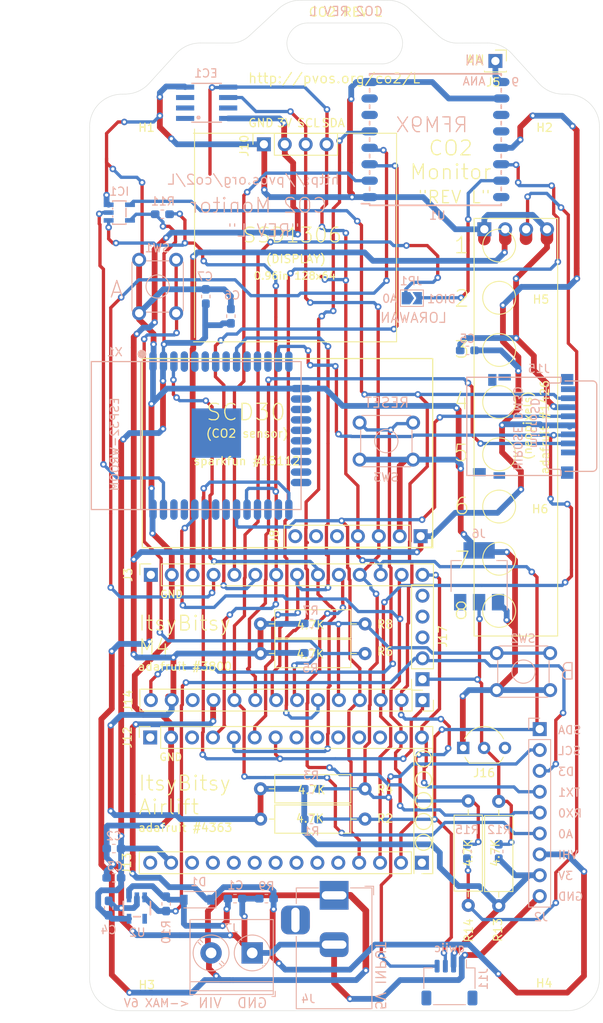
<source format=kicad_pcb>
(kicad_pcb (version 20171130) (host pcbnew 5.1.9-73d0e3b20d~88~ubuntu18.04.1)
  (layers (0 F.Cu signal) (31 B.Cu signal) (34 B.Paste user) (35 F.Paste user) (36 B.SilkS user) (37 F.SilkS user) (38 B.Mask user) (39 F.Mask user) (44 Edge.Cuts user))
  (net 0 "")
  (net 1 +3V3)
  (net 2 GND)
  (net 3 SDA)
  (net 4 SCL)
  (net 5 VBUS)
  (net 6 LORA_DIO1)
  (net 7 "Net-(J5-Pad1)")
  (net 8 MISO)
  (net 9 MOSI)
  (net 10 SCK)
  (net 11 3VESP)
  (net 12 "Net-(C1-Pad1)")
  (net 13 ESP_RX)
  (net 14 EXP_TX)
  (net 15 ~RESET)
  (net 16 "Net-(J1-Pad3)")
  (net 17 10_ESP_CS)
  (net 18 9_ESP_BUSY)
  (net 19 7_ESP_RESET)
  (net 20 5_NEOPIXEL)
  (net 21 2_ESP_GPIO0)
  (net 22 ESP_MISO)
  (net 23 VBAT)
  (net 24 13_LORA_SCK)
  (net 25 11_LORA_MOSI)
  (net 26 12_LORA_MISO)
  (net 27 A5_BUTTON_B)
  (net 28 A4_LORA_CS)
  (net 29 A3_BUTTON_A)
  (net 30 A2_LORA_IRQ)
  (net 31 VHI)
  (net 32 3_LDO_ENABLE)
  (net 33 A0_LORAWAN)
  (net 34 4_SERDAT)
  (net 35 A1_SD_CS)
  (module MountingHole:MountingHole_3.5mm (layer F.Cu) (at 239.8776 -63.9826)
    (fp_text reference H5 (at 0 -2.8194) (layer F.SilkS))
    (fp_text value MountingHole)
    (pad 1 np_thru_hole circle (at 0 0) (size 3.5 3.5) (drill 3.5) (layers *.Cu *.Mask))
  )
  (module MountingHole:MountingHole_3.5mm (layer F.Cu) (at 239.8522 -38.5572)
    (fp_text reference H6 (at -0.0762 -2.7432) (layer F.SilkS))
    (fp_text value MountingHole)
    (pad 1 np_thru_hole circle (at 0 0) (size 3.5 3.5) (drill 3.5) (layers *.Cu *.Mask))
  )
  (module Capacitor_SMD:C_0603_1608Metric_Pad1.05x0.95mm_HandSolder (layer B.Cu) (at 199.136 -67.1576 90)
    (fp_text reference C7 (at 2.4384 -0.1016 180) (layer B.SilkS) (effects (justify mirror)))
    (fp_text value 10u)
    (pad 1 smd roundrect (at -0.875 0 90) (size 1.05 0.95) (layers B.Cu B.Paste B.Mask) (net 11 3VESP))
    (pad 2 smd roundrect (at 0.875 0 90) (size 1.05 0.95) (layers B.Cu B.Paste B.Mask) (net 2 GND))
  )
  (module Capacitor_SMD:C_0603_1608Metric_Pad1.05x0.95mm_HandSolder (layer B.Cu) (at 202.184 -64.77 90)
    (fp_text reference C6 (at 2.54 0.1524 180) (layer B.SilkS) (effects (justify mirror)))
    (fp_text value 0.1u)
    (pad 1 smd roundrect (at -0.875 0 90) (size 1.05 0.95) (layers B.Cu B.Paste B.Mask) (net 11 3VESP))
    (pad 2 smd roundrect (at 0.875 0 90) (size 1.05 0.95) (layers B.Cu B.Paste B.Mask) (net 2 GND))
  )
  (module footprints:SOT23-5 (layer B.Cu) (at 190.754 7.239)
    (fp_text reference U2 (at 1.143 3.556 180) (layer B.SilkS) (effects (justify left bottom mirror)))
    (fp_text value VREG_SOT23-5)
    (pad 1 smd rect (at -0.95 -1.3001) (size 0.55 1.2) (layers B.Cu B.Paste B.Mask) (net 12 "Net-(C1-Pad1)"))
    (pad 2 smd rect (at 0 -1.3001) (size 0.55 1.2) (layers B.Cu B.Paste B.Mask) (net 2 GND))
    (pad 3 smd rect (at 0.95 -1.3001) (size 0.55 1.2) (layers B.Cu B.Paste B.Mask) (net 32 3_LDO_ENABLE))
    (pad 4 smd rect (at 0.95 1.3001) (size 0.55 1.2) (layers B.Cu B.Paste B.Mask))
    (pad 5 smd rect (at -0.95 1.3001) (size 0.55 1.2) (layers B.Cu B.Paste B.Mask) (net 11 3VESP))
  )
  (module Connector_BarrelJack:BarrelJack_Horizontal (layer B.Cu) (at 214.7316 5.6896 90)
    (fp_text reference J4 (at -12.5984 -3.1496 180) (layer B.SilkS) (effects (justify mirror)))
    (fp_text value Barrel_Jack_MountingPin)
    (pad 1 thru_hole rect (at 0 0 90) (size 3.5 3.5) (drill oval 1 3) (layers *.Cu *.Mask) (net 23 VBAT))
    (pad 2 thru_hole roundrect (at -6 0 90) (size 3 3.5) (drill oval 1 3) (layers *.Cu *.Mask) (net 2 GND))
    (pad 3 thru_hole roundrect (at -3 -4.7 90) (size 3.5 3.5) (drill oval 3 1) (layers *.Cu *.Mask))
  )
  (module Resistor_THT:R_Axial_DIN0309_L9.0mm_D3.2mm_P12.70mm_Horizontal (layer F.Cu) (at 231.0384 6.9088 90)
    (fp_text reference R14 (at -3.048 0.0508 270) (layer F.SilkS))
    (fp_text value 500)
    (pad 2 thru_hole oval (at 12.7 0 90) (size 1.6 1.6) (drill 0.8) (layers *.Cu *.Mask) (net 20 5_NEOPIXEL))
    (pad 1 thru_hole circle (at 0 0 90) (size 1.6 1.6) (drill 0.8) (layers *.Cu *.Mask) (net 16 "Net-(J1-Pad3)"))
  )
  (module Button_Switch_THT:SW_TH_Tactile_Omron_B3F-10xx (layer B.Cu) (at 224.3328 -51.816 180)
    (fp_text reference SW3 (at 3.302 -6.6548) (layer B.SilkS) (effects (justify mirror)))
    (fp_text value SW_Push_Dual)
    (pad 1 thru_hole circle (at 0 0 180) (size 1.7 1.7) (drill 1) (layers *.Cu *.Mask) (net 15 ~RESET))
    (pad 2 thru_hole circle (at 6.5 0 180) (size 1.7 1.7) (drill 1) (layers *.Cu *.Mask) (net 15 ~RESET))
    (pad 3 thru_hole circle (at 0 -4.5 180) (size 1.7 1.7) (drill 1) (layers *.Cu *.Mask) (net 2 GND))
    (pad 4 thru_hole circle (at 6.5 -4.5 180) (size 1.7 1.7) (drill 1) (layers *.Cu *.Mask) (net 2 GND))
  )
  (module TerminalBlock_Phoenix:TerminalBlock_Phoenix_PT-1,5-2-5.0-H_1x02_P5.00mm_Horizontal (layer B.Cu) (at 204.7748 12.7 180)
    (fp_text reference J7 (at 2.54 2.9972 180) (layer B.SilkS) (effects (justify mirror)))
    (fp_text value Screw_Terminal_01x02)
    (pad 2 thru_hole circle (at 5 0 180) (size 2.6 2.6) (drill 1.3) (layers *.Cu *.Mask) (net 23 VBAT))
    (pad 1 thru_hole rect (at 0 0 180) (size 2.6 2.6) (drill 1.3) (layers *.Cu *.Mask) (net 2 GND))
  )
  (module MountingHole:MountingHole_2.2mm_M2 (layer F.Cu) (at 226.314 9.4488)
    (fp_text reference H10 hide)
    (fp_text value MountingHole)
    (pad 1 np_thru_hole circle (at 0 0) (size 2.2 2.2) (drill 2.2) (layers *.Cu *.Mask))
  )
  (module MountingHole:MountingHole_2.2mm_M2 (layer F.Cu) (at 223.139 9.4488)
    (fp_text reference H9 hide)
    (fp_text value MountingHole)
    (pad 1 np_thru_hole circle (at 0 0) (size 2.2 2.2) (drill 2.2) (layers *.Cu *.Mask))
  )
  (module MountingHole:MountingHole_2.2mm_M2 (layer F.Cu) (at 226.3648 6.4008)
    (fp_text reference H8 hide)
    (fp_text value MountingHole)
    (pad 1 np_thru_hole circle (at 0 0) (size 2.2 2.2) (drill 2.2) (layers *.Cu *.Mask))
  )
  (module MountingHole:MountingHole_2.2mm_M2 (layer F.Cu) (at 223.1898 6.4008)
    (fp_text reference H7 hide)
    (fp_text value MountingHole)
    (pad 1 np_thru_hole circle (at 0 0) (size 2.2 2.2) (drill 2.2) (layers *.Cu *.Mask))
  )
  (module footprints:DM3D-SF_outline (layer B.Cu) (at 242.316 -51.3842 270)
    (fp_text reference J15 (at -6.985 2.6924 180) (layer B.SilkS) (effects (justify mirror)))
    (fp_text value Micro_SD_Card hide)
    (pad A smd rect (at 5.6 9.925 270) (size 1 1.55) (layers B.Cu B.Paste B.Mask))
    (pad 12 smd rect (at 5.65 -0.75 270) (size 1.5 1.5) (layers B.Cu B.Paste B.Mask))
    (pad 1 smd rect (at 3.2 -0.875 270) (size 0.7 1.75) (layers B.Cu B.Paste B.Mask))
    (pad 2 smd rect (at 2.1 -0.875 270) (size 0.7 1.75) (layers B.Cu B.Paste B.Mask) (net 35 A1_SD_CS))
    (pad 3 smd rect (at 1 -0.875 270) (size 0.7 1.75) (layers B.Cu B.Paste B.Mask) (net 9 MOSI))
    (pad 4 smd rect (at -0.1 -0.875 270) (size 0.7 1.75) (layers B.Cu B.Paste B.Mask) (net 1 +3V3))
    (pad 5 smd rect (at -1.2 -0.875 270) (size 0.7 1.75) (layers B.Cu B.Paste B.Mask) (net 10 SCK))
    (pad 6 smd rect (at -2.3 -0.875 270) (size 0.7 1.75) (layers B.Cu B.Paste B.Mask) (net 2 GND))
    (pad 7 smd rect (at -3.4 -0.875 270) (size 0.7 1.75) (layers B.Cu B.Paste B.Mask) (net 8 MISO))
    (pad 11 smd rect (at 6 7.5 270) (size 0.8 1.4) (layers B.Cu B.Paste B.Mask))
    (pad B smd rect (at -5.625 8.35 270) (size 1.45 1) (layers B.Cu B.Paste B.Mask))
    (pad 10 smd rect (at -5.95 6.85 270) (size 0.8 1.5) (layers B.Cu B.Paste B.Mask))
    (pad 9 smd rect (at -5.7 -0.75 270) (size 1.3 1.5) (layers B.Cu B.Paste B.Mask))
    (pad 8 smd rect (at -4.5 -0.875 270) (size 0.7 1.75) (layers B.Cu B.Paste B.Mask))
  )
  (module Resistor_THT:R_Axial_DIN0309_L9.0mm_D3.2mm_P12.70mm_Horizontal (layer F.Cu) (at 234.7468 6.9596 90)
    (fp_text reference R13 (at -2.9464 -0.1016 270) (layer F.SilkS))
    (fp_text value 4.7K)
    (pad 2 thru_hole oval (at 12.7 0 90) (size 1.6 1.6) (drill 0.8) (layers *.Cu *.Mask) (net 34 4_SERDAT))
    (pad 1 thru_hole circle (at 0 0 90) (size 1.6 1.6) (drill 0.8) (layers *.Cu *.Mask) (net 1 +3V3))
  )
  (module Resistor_THT:R_Axial_DIN0309_L9.0mm_D3.2mm_P12.70mm_Horizontal (layer F.Cu) (at 205.7908 -27.332251)
    (fp_text reference R8 (at 15.1384 0.052651) (layer F.SilkS))
    (fp_text value 4.7K)
    (pad 2 thru_hole oval (at 12.7 0) (size 1.6 1.6) (drill 0.8) (layers *.Cu *.Mask) (net 27 A5_BUTTON_B))
    (pad 1 thru_hole circle (at 0 0) (size 1.6 1.6) (drill 0.8) (layers *.Cu *.Mask) (net 1 +3V3))
  )
  (module Resistor_THT:R_Axial_DIN0309_L9.0mm_D3.2mm_P12.70mm_Horizontal (layer F.Cu) (at 205.7908 -7.267177)
    (fp_text reference R4 (at 15.1384 0.053577) (layer F.SilkS))
    (fp_text value R)
    (pad 2 thru_hole oval (at 12.7 0) (size 1.6 1.6) (drill 0.8) (layers *.Cu *.Mask) (net 4 SCL))
    (pad 1 thru_hole circle (at 0 0) (size 1.6 1.6) (drill 0.8) (layers *.Cu *.Mask) (net 1 +3V3))
  )
  (module Resistor_THT:R_Axial_DIN0309_L9.0mm_D3.2mm_P12.70mm_Horizontal (layer F.Cu) (at 205.7908 -3.58464)
    (fp_text reference R2 (at 15.1384 -0.07296) (layer F.SilkS))
    (fp_text value R)
    (pad 2 thru_hole oval (at 12.7 0) (size 1.6 1.6) (drill 0.8) (layers *.Cu *.Mask) (net 3 SDA))
    (pad 1 thru_hole circle (at 0 0) (size 1.6 1.6) (drill 0.8) (layers *.Cu *.Mask) (net 1 +3V3))
  )
  (module Resistor_THT:R_Axial_DIN0309_L9.0mm_D3.2mm_P12.70mm_Horizontal (layer F.Cu) (at 205.7908 -23.724062)
    (fp_text reference R6 (at 15.1384 -0.253538) (layer F.SilkS))
    (fp_text value 4.7K)
    (pad 2 thru_hole oval (at 12.7 0) (size 1.6 1.6) (drill 0.8) (layers *.Cu *.Mask) (net 29 A3_BUTTON_A))
    (pad 1 thru_hole circle (at 0 0) (size 1.6 1.6) (drill 0.8) (layers *.Cu *.Mask) (net 1 +3V3))
  )
  (module Resistor_SMD:R_0603_1608Metric_Pad1.05x0.95mm_HandSolder (layer B.Cu) (at 230.886 0.3556 90)
    (fp_text reference R15 (at 2.6416 0 180) (layer B.SilkS) (effects (justify mirror)))
    (fp_text value 500)
    (pad 2 smd roundrect (at 0.875 0 90) (size 1.05 0.95) (layers B.Cu B.Paste B.Mask) (net 20 5_NEOPIXEL))
    (pad 1 smd roundrect (at -0.875 0 90) (size 1.05 0.95) (layers B.Cu B.Paste B.Mask) (net 16 "Net-(J1-Pad3)"))
  )
  (module Diode_SMD:D_SOD-123 (layer B.Cu) (at 198.12 6.223 180)
    (fp_text reference D1 (at -0.127 2.159 180) (layer B.SilkS) (effects (justify mirror)))
    (fp_text value DIODE)
    (pad 2 smd rect (at 1.65 0 180) (size 0.9 1.2) (layers B.Cu B.Paste B.Mask) (net 12 "Net-(C1-Pad1)"))
    (pad 1 smd rect (at -1.65 0 180) (size 0.9 1.2) (layers B.Cu B.Paste B.Mask) (net 31 VHI))
  )
  (module footprints:PinSocket_1x04_P2.54mm_Vertical_no_silk (layer F.Cu) (at 232.9942 -75.3364 90)
    (fp_text reference J1 hide)
    (fp_text value Conn_01x04_Female)
    (pad 1 thru_hole rect (at 0 0 90) (size 1.7 1.7) (drill 1) (layers *.Cu *.Mask) (net 2 GND))
    (pad 2 thru_hole oval (at 0 2.54 90) (size 1.7 1.7) (drill 1) (layers *.Cu *.Mask) (net 5 VBUS))
    (pad 3 thru_hole oval (at 0 5.08 90) (size 1.7 1.7) (drill 1) (layers *.Cu *.Mask) (net 16 "Net-(J1-Pad3)"))
    (pad 4 thru_hole oval (at 0 7.62 90) (size 1.7 1.7) (drill 1) (layers *.Cu *.Mask) (net 2 GND))
  )
  (module footprints:TestPoint_Pad_1.0x1.0mm_no_silk (layer F.Cu) (at 240.59642 -74.16546)
    (fp_text reference TP4 hide)
    (fp_text value TestPoint)
    (pad 1 smd rect (at 0 0) (size 1 1) (layers F.Cu F.Mask) (net 2 GND))
  )
  (module footprints:TestPoint_Pad_1.0x1.0mm_no_silk (layer F.Cu) (at 238.04626 -74.17308)
    (fp_text reference TP3 hide)
    (fp_text value TestPoint)
    (pad 1 smd rect (at 0 0) (size 1 1) (layers F.Cu F.Mask) (net 16 "Net-(J1-Pad3)"))
  )
  (module footprints:TestPoint_Pad_1.0x1.0mm_no_silk (layer F.Cu) (at 235.55706 -74.11212)
    (fp_text reference TP2 hide)
    (fp_text value TestPoint)
    (pad 1 smd rect (at 0 0) (size 1 1) (layers F.Cu F.Mask) (net 5 VBUS))
  )
  (module footprints:TestPoint_Pad_1.0x1.0mm_no_silk (layer F.Cu) (at 232.98912 -74.13752)
    (fp_text reference TP1 hide)
    (fp_text value TestPoint)
    (pad 1 smd rect (at 0 0) (size 1 1) (layers F.Cu F.Mask) (net 2 GND))
  )
  (module Capacitor_SMD:C_0603_1608Metric_Pad1.05x0.95mm_HandSolder (layer B.Cu) (at 230.9368 -60.6044 180)
    (fp_text reference C5 (at 0 1.43) (layer B.SilkS) (effects (justify mirror)))
    (fp_text value 1u)
    (pad 2 smd roundrect (at 0.875 0 180) (size 1.05 0.95) (layers B.Cu B.Paste B.Mask) (net 2 GND))
    (pad 1 smd roundrect (at -0.875 0 180) (size 1.05 0.95) (layers B.Cu B.Paste B.Mask) (net 1 +3V3))
  )
  (module Connector_PinSocket_2.54mm:PinSocket_1x05_P2.54mm_Vertical (layer F.Cu) (at 225.4758 -20.5994 180)
    (fp_text reference J17 (at -2.4638 5.207 90) (layer F.SilkS))
    (fp_text value Conn_01x05_Female)
    (pad 5 thru_hole oval (at 0 10.16 180) (size 1.7 1.7) (drill 1) (layers *.Cu *.Mask))
    (pad 4 thru_hole oval (at 0 7.62 180) (size 1.7 1.7) (drill 1) (layers *.Cu *.Mask))
    (pad 3 thru_hole oval (at 0 5.08 180) (size 1.7 1.7) (drill 1) (layers *.Cu *.Mask))
    (pad 2 thru_hole oval (at 0 2.54 180) (size 1.7 1.7) (drill 1) (layers *.Cu *.Mask) (net 32 3_LDO_ENABLE))
    (pad 1 thru_hole rect (at 0 0 180) (size 1.7 1.7) (drill 1) (layers *.Cu *.Mask) (net 34 4_SERDAT))
  )
  (module Connector_PinSocket_2.54mm:PinSocket_1x14_P2.54mm_Vertical (layer F.Cu) (at 225.4758 -18.0594 270)
    (fp_text reference J14 (at 0.0762 35.7886 90) (layer F.SilkS))
    (fp_text value Conn_01x14_Female)
    (pad 14 thru_hole oval (at 0 33.02 270) (size 1.7 1.7) (drill 1) (layers *.Cu *.Mask) (net 15 ~RESET))
    (pad 13 thru_hole oval (at 0 30.48 270) (size 1.7 1.7) (drill 1) (layers *.Cu *.Mask) (net 1 +3V3))
    (pad 12 thru_hole oval (at 0 27.94 270) (size 1.7 1.7) (drill 1) (layers *.Cu *.Mask))
    (pad 11 thru_hole oval (at 0 25.4 270) (size 1.7 1.7) (drill 1) (layers *.Cu *.Mask) (net 31 VHI))
    (pad 10 thru_hole oval (at 0 22.86 270) (size 1.7 1.7) (drill 1) (layers *.Cu *.Mask) (net 33 A0_LORAWAN))
    (pad 9 thru_hole oval (at 0 20.32 270) (size 1.7 1.7) (drill 1) (layers *.Cu *.Mask) (net 35 A1_SD_CS))
    (pad 8 thru_hole oval (at 0 17.78 270) (size 1.7 1.7) (drill 1) (layers *.Cu *.Mask) (net 30 A2_LORA_IRQ))
    (pad 7 thru_hole oval (at 0 15.24 270) (size 1.7 1.7) (drill 1) (layers *.Cu *.Mask) (net 29 A3_BUTTON_A))
    (pad 6 thru_hole oval (at 0 12.7 270) (size 1.7 1.7) (drill 1) (layers *.Cu *.Mask) (net 28 A4_LORA_CS))
    (pad 5 thru_hole oval (at 0 10.16 270) (size 1.7 1.7) (drill 1) (layers *.Cu *.Mask) (net 27 A5_BUTTON_B))
    (pad 4 thru_hole oval (at 0 7.62 270) (size 1.7 1.7) (drill 1) (layers *.Cu *.Mask) (net 10 SCK))
    (pad 3 thru_hole oval (at 0 5.08 270) (size 1.7 1.7) (drill 1) (layers *.Cu *.Mask) (net 9 MOSI))
    (pad 2 thru_hole oval (at 0 2.54 270) (size 1.7 1.7) (drill 1) (layers *.Cu *.Mask) (net 8 MISO))
    (pad 1 thru_hole rect (at 0 0 270) (size 1.7 1.7) (drill 1) (layers *.Cu *.Mask) (net 21 2_ESP_GPIO0))
  )
  (module Connector_PinSocket_2.54mm:PinSocket_1x14_P2.54mm_Vertical (layer F.Cu) (at 225.3996 1.7272 270)
    (fp_text reference J13 (at 0.1016 35.8648 270) (layer F.SilkS))
    (fp_text value Conn_01x14_Female)
    (pad 14 thru_hole oval (at 0 33.02 270) (size 1.7 1.7) (drill 1) (layers *.Cu *.Mask))
    (pad 13 thru_hole oval (at 0 30.48 270) (size 1.7 1.7) (drill 1) (layers *.Cu *.Mask) (net 11 3VESP))
    (pad 12 thru_hole oval (at 0 27.94 270) (size 1.7 1.7) (drill 1) (layers *.Cu *.Mask))
    (pad 11 thru_hole oval (at 0 25.4 270) (size 1.7 1.7) (drill 1) (layers *.Cu *.Mask))
    (pad 10 thru_hole oval (at 0 22.86 270) (size 1.7 1.7) (drill 1) (layers *.Cu *.Mask))
    (pad 9 thru_hole oval (at 0 20.32 270) (size 1.7 1.7) (drill 1) (layers *.Cu *.Mask))
    (pad 8 thru_hole oval (at 0 17.78 270) (size 1.7 1.7) (drill 1) (layers *.Cu *.Mask))
    (pad 7 thru_hole oval (at 0 15.24 270) (size 1.7 1.7) (drill 1) (layers *.Cu *.Mask))
    (pad 6 thru_hole oval (at 0 12.7 270) (size 1.7 1.7) (drill 1) (layers *.Cu *.Mask))
    (pad 5 thru_hole oval (at 0 10.16 270) (size 1.7 1.7) (drill 1) (layers *.Cu *.Mask))
    (pad 4 thru_hole oval (at 0 7.62 270) (size 1.7 1.7) (drill 1) (layers *.Cu *.Mask) (net 10 SCK))
    (pad 3 thru_hole oval (at 0 5.08 270) (size 1.7 1.7) (drill 1) (layers *.Cu *.Mask) (net 9 MOSI))
    (pad 2 thru_hole oval (at 0 2.54 270) (size 1.7 1.7) (drill 1) (layers *.Cu *.Mask) (net 8 MISO))
    (pad 1 thru_hole rect (at 0 0 270) (size 1.7 1.7) (drill 1) (layers *.Cu *.Mask))
  )
  (module Connector_PinSocket_2.54mm:PinSocket_1x14_P2.54mm_Vertical (layer F.Cu) (at 192.3796 -13.5128 90)
    (fp_text reference J12 (at 0 -2.77 90) (layer F.SilkS))
    (fp_text value Conn_01x14_Female)
    (pad 14 thru_hole oval (at 0 33.02 90) (size 1.7 1.7) (drill 1) (layers *.Cu *.Mask) (net 14 EXP_TX))
    (pad 13 thru_hole oval (at 0 30.48 90) (size 1.7 1.7) (drill 1) (layers *.Cu *.Mask) (net 13 ESP_RX))
    (pad 12 thru_hole oval (at 0 27.94 90) (size 1.7 1.7) (drill 1) (layers *.Cu *.Mask))
    (pad 11 thru_hole oval (at 0 25.4 90) (size 1.7 1.7) (drill 1) (layers *.Cu *.Mask))
    (pad 10 thru_hole oval (at 0 22.86 90) (size 1.7 1.7) (drill 1) (layers *.Cu *.Mask))
    (pad 9 thru_hole oval (at 0 20.32 90) (size 1.7 1.7) (drill 1) (layers *.Cu *.Mask))
    (pad 8 thru_hole oval (at 0 17.78 90) (size 1.7 1.7) (drill 1) (layers *.Cu *.Mask))
    (pad 7 thru_hole oval (at 0 15.24 90) (size 1.7 1.7) (drill 1) (layers *.Cu *.Mask) (net 21 2_ESP_GPIO0))
    (pad 6 thru_hole oval (at 0 12.7 90) (size 1.7 1.7) (drill 1) (layers *.Cu *.Mask) (net 18 9_ESP_BUSY))
    (pad 5 thru_hole oval (at 0 10.16 90) (size 1.7 1.7) (drill 1) (layers *.Cu *.Mask) (net 19 7_ESP_RESET))
    (pad 4 thru_hole oval (at 0 7.62 90) (size 1.7 1.7) (drill 1) (layers *.Cu *.Mask) (net 17 10_ESP_CS))
    (pad 3 thru_hole oval (at 0 5.08 90) (size 1.7 1.7) (drill 1) (layers *.Cu *.Mask))
    (pad 2 thru_hole oval (at 0 2.54 90) (size 1.7 1.7) (drill 1) (layers *.Cu *.Mask) (net 2 GND))
    (pad 1 thru_hole rect (at 0 0 90) (size 1.7 1.7) (drill 1) (layers *.Cu *.Mask))
  )
  (module Connector_PinSocket_2.54mm:PinSocket_1x14_P2.54mm_Vertical (layer F.Cu) (at 192.4558 -33.2994 90)
    (fp_text reference J3 (at 0 -2.77 90) (layer F.SilkS))
    (fp_text value Conn_01x14_Female)
    (pad 1 thru_hole rect (at 0 0 90) (size 1.7 1.7) (drill 1) (layers *.Cu *.Mask) (net 23 VBAT))
    (pad 2 thru_hole oval (at 0 2.54 90) (size 1.7 1.7) (drill 1) (layers *.Cu *.Mask) (net 2 GND))
    (pad 3 thru_hole oval (at 0 5.08 90) (size 1.7 1.7) (drill 1) (layers *.Cu *.Mask) (net 5 VBUS))
    (pad 4 thru_hole oval (at 0 7.62 90) (size 1.7 1.7) (drill 1) (layers *.Cu *.Mask) (net 24 13_LORA_SCK))
    (pad 5 thru_hole oval (at 0 10.16 90) (size 1.7 1.7) (drill 1) (layers *.Cu *.Mask) (net 26 12_LORA_MISO))
    (pad 6 thru_hole oval (at 0 12.7 90) (size 1.7 1.7) (drill 1) (layers *.Cu *.Mask) (net 25 11_LORA_MOSI))
    (pad 7 thru_hole oval (at 0 15.24 90) (size 1.7 1.7) (drill 1) (layers *.Cu *.Mask) (net 17 10_ESP_CS))
    (pad 8 thru_hole oval (at 0 17.78 90) (size 1.7 1.7) (drill 1) (layers *.Cu *.Mask) (net 18 9_ESP_BUSY))
    (pad 9 thru_hole oval (at 0 20.32 90) (size 1.7 1.7) (drill 1) (layers *.Cu *.Mask) (net 19 7_ESP_RESET))
    (pad 10 thru_hole oval (at 0 22.86 90) (size 1.7 1.7) (drill 1) (layers *.Cu *.Mask) (net 20 5_NEOPIXEL))
    (pad 11 thru_hole oval (at 0 25.4 90) (size 1.7 1.7) (drill 1) (layers *.Cu *.Mask) (net 4 SCL))
    (pad 12 thru_hole oval (at 0 27.94 90) (size 1.7 1.7) (drill 1) (layers *.Cu *.Mask) (net 3 SDA))
    (pad 13 thru_hole oval (at 0 30.48 90) (size 1.7 1.7) (drill 1) (layers *.Cu *.Mask) (net 13 ESP_RX))
    (pad 14 thru_hole oval (at 0 33.02 90) (size 1.7 1.7) (drill 1) (layers *.Cu *.Mask) (net 14 EXP_TX))
  )
  (module Resistor_SMD:R_0603_1608Metric_Pad1.05x0.95mm_HandSolder (layer B.Cu) (at 211.9788 -27.3812)
    (fp_text reference R7 (at -0.092 -1.5748) (layer B.SilkS) (effects (justify mirror)))
    (fp_text value 4.7K)
    (pad 2 smd roundrect (at 0.875 0) (size 1.05 0.95) (layers B.Cu B.Paste B.Mask) (net 27 A5_BUTTON_B))
    (pad 1 smd roundrect (at -0.875 0) (size 1.05 0.95) (layers B.Cu B.Paste B.Mask) (net 1 +3V3))
  )
  (module Resistor_SMD:R_0603_1608Metric_Pad1.05x0.95mm_HandSolder (layer B.Cu) (at 211.9788 -23.7998)
    (fp_text reference R5 (at -0.1428 1.8542) (layer B.SilkS) (effects (justify mirror)))
    (fp_text value 4.7K)
    (pad 2 smd roundrect (at 0.875 0) (size 1.05 0.95) (layers B.Cu B.Paste B.Mask) (net 29 A3_BUTTON_A))
    (pad 1 smd roundrect (at -0.875 0) (size 1.05 0.95) (layers B.Cu B.Paste B.Mask) (net 1 +3V3))
  )
  (module Resistor_SMD:R_0603_1608Metric_Pad1.05x0.95mm_HandSolder (layer B.Cu) (at 211.9788 -7.2644)
    (fp_text reference R3 (at -0.0412 -1.6256) (layer B.SilkS) (effects (justify mirror)))
    (fp_text value R)
    (pad 2 smd roundrect (at 0.875 0) (size 1.05 0.95) (layers B.Cu B.Paste B.Mask) (net 4 SCL))
    (pad 1 smd roundrect (at -0.875 0) (size 1.05 0.95) (layers B.Cu B.Paste B.Mask) (net 1 +3V3))
  )
  (module Resistor_SMD:R_0603_1608Metric_Pad1.05x0.95mm_HandSolder (layer B.Cu) (at 211.9788 -3.5306)
    (fp_text reference R1 (at 0 1.43) (layer B.SilkS) (effects (justify mirror)))
    (fp_text value R)
    (pad 2 smd roundrect (at 0.875 0) (size 1.05 0.95) (layers B.Cu B.Paste B.Mask) (net 3 SDA))
    (pad 1 smd roundrect (at -0.875 0) (size 1.05 0.95) (layers B.Cu B.Paste B.Mask) (net 1 +3V3))
  )
  (module Capacitor_SMD:C_0603_1608Metric_Pad1.05x0.95mm_HandSolder (layer B.Cu) (at 202.692 6.096)
    (fp_text reference C1 (at 0.0508 -1.6256) (layer B.SilkS) (effects (justify mirror)))
    (fp_text value 10u)
    (pad 1 smd roundrect (at -0.875 0) (size 1.05 0.95) (layers B.Cu B.Paste B.Mask) (net 12 "Net-(C1-Pad1)"))
    (pad 2 smd roundrect (at 0.875 0) (size 1.05 0.95) (layers B.Cu B.Paste B.Mask) (net 2 GND))
  )
  (module Resistor_SMD:R_0603_1608Metric_Pad1.05x0.95mm_HandSolder (layer B.Cu) (at 234.7468 0.3556 90)
    (fp_text reference R12 (at 2.6416 0.0508) (layer B.SilkS) (effects (justify mirror)))
    (fp_text value 4.7K)
    (pad 2 smd roundrect (at 0.875 0 90) (size 1.05 0.95) (layers B.Cu B.Paste B.Mask) (net 34 4_SERDAT))
    (pad 1 smd roundrect (at -0.875 0 90) (size 1.05 0.95) (layers B.Cu B.Paste B.Mask) (net 1 +3V3))
  )
  (module Package_TO_SOT_THT:TO-92_Inline_Wide (layer F.Cu) (at 230.4288 -12.2428)
    (fp_text reference J16 (at 2.54 3.048) (layer F.SilkS))
    (fp_text value Conn_01x03_Female)
    (pad 1 thru_hole rect (at 0 0 90) (size 1.5 1.5) (drill 0.8) (layers *.Cu *.Mask) (net 2 GND))
    (pad 3 thru_hole circle (at 5.08 0 90) (size 1.5 1.5) (drill 0.8) (layers *.Cu *.Mask))
    (pad 2 thru_hole circle (at 2.54 0 90) (size 1.5 1.5) (drill 0.8) (layers *.Cu *.Mask) (net 34 4_SERDAT))
  )
  (module Package_TO_SOT_SMD:SOT-223 (layer B.Cu) (at 232.3592 -33.1216 90)
    (fp_text reference J6 (at 5.1816 -0.0508 180) (layer B.SilkS) (effects (justify mirror)))
    (fp_text value Conn_01x04_Female)
    (pad 1 smd rect (at -3.15 2.3 90) (size 2 1.5) (layers B.Cu B.Paste B.Mask) (net 2 GND))
    (pad 3 smd rect (at -3.15 -2.3 90) (size 2 1.5) (layers B.Cu B.Paste B.Mask))
    (pad 2 smd rect (at -3.15 0 90) (size 2 1.5) (layers B.Cu B.Paste B.Mask) (net 34 4_SERDAT))
    (pad 4 smd rect (at 3.15 0 90) (size 2 3.8) (layers B.Cu B.Paste B.Mask) (net 2 GND))
  )
  (module Resistor_SMD:R_0603_1608Metric_Pad1.05x0.95mm_HandSolder (layer B.Cu) (at 193.8528 -77.1652)
    (fp_text reference R11 (at 0.0762 -1.5748) (layer B.SilkS) (effects (justify mirror)))
    (fp_text value 10K)
    (pad 2 smd roundrect (at 0.875 0) (size 1.05 0.95) (layers B.Cu B.Paste B.Mask) (net 17 10_ESP_CS))
    (pad 1 smd roundrect (at -0.875 0) (size 1.05 0.95) (layers B.Cu B.Paste B.Mask) (net 11 3VESP))
  )
  (module Resistor_SMD:R_0603_1608Metric_Pad1.05x0.95mm_HandSolder (layer B.Cu) (at 194.31 6.731 270)
    (fp_text reference R10 (at 3.429 0 270) (layer B.SilkS) (effects (justify mirror)))
    (fp_text value 100k)
    (pad 1 smd roundrect (at -0.875 0 270) (size 1.05 0.95) (layers B.Cu B.Paste B.Mask) (net 12 "Net-(C1-Pad1)"))
    (pad 2 smd roundrect (at 0.875 0 270) (size 1.05 0.95) (layers B.Cu B.Paste B.Mask) (net 32 3_LDO_ENABLE))
  )
  (module Resistor_SMD:R_0603_1608Metric_Pad1.05x0.95mm_HandSolder (layer B.Cu) (at 206.502 6.096 180)
    (fp_text reference R9 (at 0 1.524) (layer B.SilkS) (effects (justify mirror)))
    (fp_text value 100k)
    (pad 1 smd roundrect (at -0.875 0 180) (size 1.05 0.95) (layers B.Cu B.Paste B.Mask) (net 31 VHI))
    (pad 2 smd roundrect (at 0.875 0 180) (size 1.05 0.95) (layers B.Cu B.Paste B.Mask) (net 2 GND))
  )
  (module Capacitor_SMD:C_0603_1608Metric_Pad1.05x0.95mm_HandSolder (layer B.Cu) (at 187.325 7.239 90)
    (fp_text reference C4 (at -2.667 0 180) (layer B.SilkS) (effects (justify mirror)))
    (fp_text value 10u)
    (pad 1 smd roundrect (at -0.875 0 90) (size 1.05 0.95) (layers B.Cu B.Paste B.Mask) (net 11 3VESP))
    (pad 2 smd roundrect (at 0.875 0 90) (size 1.05 0.95) (layers B.Cu B.Paste B.Mask) (net 2 GND))
  )
  (module Capacitor_SMD:C_0603_1608Metric_Pad1.05x0.95mm_HandSolder (layer B.Cu) (at 187.96 3.556 180)
    (fp_text reference C3 (at -0.127 1.397) (layer B.SilkS) (effects (justify mirror)))
    (fp_text value 10u)
    (pad 1 smd roundrect (at -0.875 0 180) (size 1.05 0.95) (layers B.Cu B.Paste B.Mask) (net 11 3VESP))
    (pad 2 smd roundrect (at 0.875 0 180) (size 1.05 0.95) (layers B.Cu B.Paste B.Mask) (net 2 GND))
  )
  (module Capacitor_SMD:C_0603_1608Metric_Pad1.05x0.95mm_HandSolder (layer B.Cu) (at 187.96 0 180)
    (fp_text reference C2 (at 0 1.524) (layer B.SilkS) (effects (justify mirror)))
    (fp_text value 0.1u)
    (pad 1 smd roundrect (at -0.875 0 180) (size 1.05 0.95) (layers B.Cu B.Paste B.Mask) (net 11 3VESP))
    (pad 2 smd roundrect (at 0.875 0 180) (size 1.05 0.95) (layers B.Cu B.Paste B.Mask) (net 2 GND))
  )
  (module footprints:ESP32-WROOM (layer B.Cu) (at 197.9676 -50.2412 90)
    (fp_text reference X1 (at 10.16 -9.906) (layer B.SilkS) (effects (justify mirror)))
    (fp_text value ESP32_WROOM32)
    (fp_text user ESP32-WROOM (at -1.0668 -9.906 270) (layer B.SilkS) (effects (justify mirror)))
    (pad 39 smd rect (at 0.3 2.45 90) (size 6 6) (layers B.Cu B.Paste B.Mask))
    (pad 1 smd oval (at 9 -5.25 90) (size 2.5 0.9) (layers B.Cu B.Paste B.Mask) (net 2 GND))
    (pad 2 smd oval (at 9 -3.98 90) (size 2.5 0.9) (layers B.Cu B.Paste B.Mask) (net 11 3VESP))
    (pad 3 smd oval (at 9 -2.71 90) (size 2.5 0.9) (layers B.Cu B.Paste B.Mask) (net 19 7_ESP_RESET))
    (pad 4 smd oval (at 9 -1.44 90) (size 2.5 0.9) (layers B.Cu B.Paste B.Mask))
    (pad 5 smd oval (at 9 -0.17 90) (size 2.5 0.9) (layers B.Cu B.Paste B.Mask))
    (pad 6 smd oval (at 9 1.1 90) (size 2.5 0.9) (layers B.Cu B.Paste B.Mask))
    (pad 7 smd oval (at 9 2.37 90) (size 2.5 0.9) (layers B.Cu B.Paste B.Mask))
    (pad 8 smd oval (at 9 3.64 90) (size 2.5 0.9) (layers B.Cu B.Paste B.Mask))
    (pad 9 smd oval (at 9 4.91 90) (size 2.5 0.9) (layers B.Cu B.Paste B.Mask) (net 18 9_ESP_BUSY))
    (pad 10 smd oval (at 9 6.18 90) (size 2.5 0.9) (layers B.Cu B.Paste B.Mask))
    (pad 11 smd oval (at 9 7.45 90) (size 2.5 0.9) (layers B.Cu B.Paste B.Mask))
    (pad 12 smd oval (at 9 8.72 90) (size 2.5 0.9) (layers B.Cu B.Paste B.Mask))
    (pad 13 smd oval (at 9 9.99 90) (size 2.5 0.9) (layers B.Cu B.Paste B.Mask) (net 9 MOSI))
    (pad 14 smd oval (at 9 11.26 90) (size 2.5 0.9) (layers B.Cu B.Paste B.Mask))
    (pad 15 smd oval (at 5.715 12.75 90) (size 0.9 2.5) (layers B.Cu B.Paste B.Mask) (net 2 GND))
    (pad 16 smd oval (at 4.445 12.75 90) (size 0.9 2.5) (layers B.Cu B.Paste B.Mask))
    (pad 17 smd oval (at 3.175 12.75 90) (size 0.9 2.5) (layers B.Cu B.Paste B.Mask))
    (pad 18 smd oval (at 1.905 12.75 90) (size 0.9 2.5) (layers B.Cu B.Paste B.Mask))
    (pad 19 smd oval (at 0.635 12.75 90) (size 0.9 2.5) (layers B.Cu B.Paste B.Mask))
    (pad 20 smd oval (at -0.635 12.75 90) (size 0.9 2.5) (layers B.Cu B.Paste B.Mask))
    (pad 21 smd oval (at -1.905 12.75 90) (size 0.9 2.5) (layers B.Cu B.Paste B.Mask))
    (pad 22 smd oval (at -3.175 12.75 90) (size 0.9 2.5) (layers B.Cu B.Paste B.Mask))
    (pad 23 smd oval (at -4.445 12.75 90) (size 0.9 2.5) (layers B.Cu B.Paste B.Mask))
    (pad 24 smd oval (at -5.715 12.75 90) (size 0.9 2.5) (layers B.Cu B.Paste B.Mask))
    (pad 25 smd oval (at -9 11.26 90) (size 2.5 0.9) (layers B.Cu B.Paste B.Mask) (net 21 2_ESP_GPIO0))
    (pad 26 smd oval (at -9 9.99 90) (size 2.5 0.9) (layers B.Cu B.Paste B.Mask))
    (pad 27 smd oval (at -9 8.72 90) (size 2.5 0.9) (layers B.Cu B.Paste B.Mask))
    (pad 28 smd oval (at -9 7.45 90) (size 2.5 0.9) (layers B.Cu B.Paste B.Mask))
    (pad 29 smd oval (at -9 6.18 90) (size 2.5 0.9) (layers B.Cu B.Paste B.Mask) (net 17 10_ESP_CS))
    (pad 30 smd oval (at -9 4.91 90) (size 2.5 0.9) (layers B.Cu B.Paste B.Mask) (net 10 SCK))
    (pad 31 smd oval (at -9 3.64 90) (size 2.5 0.9) (layers B.Cu B.Paste B.Mask))
    (pad 32 smd oval (at -9 2.37 90) (size 2.5 0.9) (layers B.Cu B.Paste B.Mask))
    (pad 33 smd oval (at -9 1.1 90) (size 2.5 0.9) (layers B.Cu B.Paste B.Mask))
    (pad 34 smd oval (at -9 -0.17 90) (size 2.5 0.9) (layers B.Cu B.Paste B.Mask) (net 13 ESP_RX))
    (pad 35 smd oval (at -9 -1.44 90) (size 2.5 0.9) (layers B.Cu B.Paste B.Mask))
    (pad 36 smd oval (at -9 -2.71 90) (size 2.5 0.9) (layers B.Cu B.Paste B.Mask))
    (pad 37 smd oval (at -9 -3.98 90) (size 2.5 0.9) (layers B.Cu B.Paste B.Mask) (net 22 ESP_MISO))
    (pad 38 smd oval (at -9 -5.25 90) (size 2.5 0.9) (layers B.Cu B.Paste B.Mask) (net 2 GND))
  )
  (module footprints:SOT23-5L (layer B.Cu) (at 188.6204 -77.3684 90)
    (fp_text reference IC1 (at 1.9812 -1.3208) (layer B.SilkS) (effects (justify right bottom mirror)))
    (fp_text value 74AHC1G125)
    (pad 1 smd rect (at -0.95 -1.3 90) (size 0.55 1.2) (layers B.Cu B.Paste B.Mask) (net 17 10_ESP_CS))
    (pad 2 smd rect (at 0 -1.3 90) (size 0.55 1.2) (layers B.Cu B.Paste B.Mask) (net 22 ESP_MISO))
    (pad 3 smd rect (at 0.95 -1.3 90) (size 0.55 1.2) (layers B.Cu B.Paste B.Mask) (net 2 GND))
    (pad 4 smd rect (at 0.95 1.3 90) (size 0.55 1.2) (layers B.Cu B.Paste B.Mask) (net 8 MISO))
    (pad 5 smd rect (at -0.95 1.3 90) (size 0.55 1.2) (layers B.Cu B.Paste B.Mask) (net 11 3VESP))
  )
  (module footprints:SOIC8 (layer B.Cu) (at 199.2376 -90.7288 90)
    (fp_text reference EC1 (at 2.9972 -1.6256 180) (layer B.SilkS) (effects (justify right bottom mirror)))
    (fp_text value ATECC108)
    (pad 8 smd rect (at -1.905 2.6162 90) (size 0.6096 2.2098) (layers B.Cu B.Paste B.Mask) (net 1 +3V3))
    (pad 7 smd rect (at -0.635 2.6162 90) (size 0.6096 2.2098) (layers B.Cu B.Paste B.Mask))
    (pad 6 smd rect (at 0.635 2.6162 90) (size 0.6096 2.2098) (layers B.Cu B.Paste B.Mask) (net 4 SCL))
    (pad 5 smd rect (at 1.905 2.6162 90) (size 0.6096 2.2098) (layers B.Cu B.Paste B.Mask) (net 3 SDA))
    (pad 4 smd rect (at 1.905 -2.6162 90) (size 0.6096 2.2098) (layers B.Cu B.Paste B.Mask) (net 2 GND))
    (pad 3 smd rect (at 0.635 -2.6162 90) (size 0.6096 2.2098) (layers B.Cu B.Paste B.Mask))
    (pad 2 smd rect (at -0.635 -2.6162 90) (size 0.6096 2.2098) (layers B.Cu B.Paste B.Mask))
    (pad 1 smd rect (at -1.905 -2.6162 90) (size 0.6096 2.2098) (layers B.Cu B.Paste B.Mask))
  )
  (module Connector_PinSocket_2.54mm:PinSocket_1x09_P2.54mm_Vertical (layer B.Cu) (at 239.7252 -14.5288 180)
    (fp_text reference J2 (at -0.1524 -22.86) (layer B.SilkS) (effects (justify mirror)))
    (fp_text value Conn_01x09_Female)
    (pad 1 thru_hole rect (at 0 0 180) (size 1.7 1.7) (drill 1) (layers *.Cu *.Mask) (net 3 SDA))
    (pad 2 thru_hole oval (at 0 -2.54 180) (size 1.7 1.7) (drill 1) (layers *.Cu *.Mask) (net 4 SCL))
    (pad 3 thru_hole oval (at 0 -5.08 180) (size 1.7 1.7) (drill 1) (layers *.Cu *.Mask) (net 32 3_LDO_ENABLE))
    (pad 4 thru_hole oval (at 0 -7.62 180) (size 1.7 1.7) (drill 1) (layers *.Cu *.Mask) (net 14 EXP_TX))
    (pad 5 thru_hole oval (at 0 -10.16 180) (size 1.7 1.7) (drill 1) (layers *.Cu *.Mask) (net 13 ESP_RX))
    (pad 6 thru_hole oval (at 0 -12.7 180) (size 1.7 1.7) (drill 1) (layers *.Cu *.Mask) (net 33 A0_LORAWAN))
    (pad 7 thru_hole oval (at 0 -15.24 180) (size 1.7 1.7) (drill 1) (layers *.Cu *.Mask) (net 31 VHI))
    (pad 8 thru_hole oval (at 0 -17.78 180) (size 1.7 1.7) (drill 1) (layers *.Cu *.Mask) (net 1 +3V3))
    (pad 9 thru_hole oval (at 0 -20.32 180) (size 1.7 1.7) (drill 1) (layers *.Cu *.Mask) (net 2 GND))
  )
  (module Connector_PinSocket_2.54mm:PinSocket_1x01_P2.54mm_Vertical (layer F.Cu) (at 234.3404 -95.8088)
    (fp_text reference J5 (at -0.254 2.5908) (layer F.SilkS))
    (fp_text value Conn_01x01_Female)
    (pad 1 thru_hole rect (at 0 0) (size 1.7 1.7) (drill 1) (layers *.Cu *.Mask) (net 7 "Net-(J5-Pad1)"))
  )
  (module Jumper:SolderJumper-2_P1.3mm_Open_TrianglePad1.0x1.5mm (layer B.Cu) (at 224.1804 -66.9544)
    (fp_text reference JP1 (at -0.1016 -2.0828 180) (layer B.SilkS) (effects (justify mirror)))
    (fp_text value Jumper_NO_Small)
    (pad 1 smd custom (at -0.725 0) (size 0.3 0.3) (layers B.Cu B.Mask) (net 33 A0_LORAWAN) (options (clearance outline) (anchor rect)) (primitives (gr_poly (pts (xy -0.5 0.75) (xy 0.5 0.75) (xy 1 0) (xy 0.5 -0.75) (xy -0.5 -0.75)) (width 0))))
    (pad 2 smd custom (at 0.725 0) (size 0.3 0.3) (layers B.Cu B.Mask) (net 6 LORA_DIO1) (options (clearance outline) (anchor rect)) (primitives (gr_poly (pts (xy -0.65 0.75) (xy 0.5 0.75) (xy 0.5 -0.75) (xy -0.65 -0.75) (xy -0.15 0)) (width 0))))
  )
  (module footprints:RFM95 (layer B.Cu) (at 219.0496 -79.248)
    (fp_text reference U1 (at 8.2296 2.2352 180) (layer B.SilkS) (effects (justify mirror)))
    (fp_text value RFM95HW)
    (pad 1 smd oval (at 0 0) (size 2 1) (layers B.Cu B.Paste B.Mask) (net 2 GND))
    (pad 2 smd oval (at 0 -2) (size 2 1) (layers B.Cu B.Paste B.Mask) (net 26 12_LORA_MISO))
    (pad 3 smd oval (at 0 -4) (size 2 1) (layers B.Cu B.Paste B.Mask) (net 25 11_LORA_MOSI))
    (pad 4 smd oval (at 0 -6) (size 2 1) (layers B.Cu B.Paste B.Mask) (net 24 13_LORA_SCK))
    (pad 5 smd oval (at 0 -8) (size 2 1) (layers B.Cu B.Paste B.Mask) (net 28 A4_LORA_CS))
    (pad 6 smd oval (at 0 -10) (size 2 1) (layers B.Cu B.Paste B.Mask))
    (pad 7 smd oval (at 0 -12) (size 2 1) (layers B.Cu B.Paste B.Mask))
    (pad 8 smd oval (at 0 -14) (size 2 1) (layers B.Cu B.Paste B.Mask) (net 2 GND))
    (pad 9 smd oval (at 16 -14) (size 2 1) (layers B.Cu B.Paste B.Mask) (net 7 "Net-(J5-Pad1)"))
    (pad 10 smd oval (at 16 -12) (size 2 1) (layers B.Cu B.Paste B.Mask) (net 2 GND))
    (pad 11 smd oval (at 16 -10) (size 2 1) (layers B.Cu B.Paste B.Mask))
    (pad 12 smd oval (at 16 -8) (size 2 1) (layers B.Cu B.Paste B.Mask))
    (pad 13 smd oval (at 16 -6) (size 2 1) (layers B.Cu B.Paste B.Mask) (net 1 +3V3))
    (pad 14 smd oval (at 16 -4) (size 2 1) (layers B.Cu B.Paste B.Mask) (net 30 A2_LORA_IRQ))
    (pad 15 smd oval (at 16 -2) (size 2 1) (layers B.Cu B.Paste B.Mask) (net 6 LORA_DIO1))
    (pad 16 smd oval (at 16 0) (size 2 1) (layers B.Cu B.Paste B.Mask))
  )
  (module MountingHole:MountingHole_3.7mm (layer F.Cu) (at 191.8716 -84.9122 90)
    (fp_text reference H1 (at 2.794 0.0508 180) (layer F.SilkS))
    (fp_text value MountingHole)
    (pad 1 np_thru_hole circle (at 0 0 90) (size 3.7 3.7) (drill 3.7) (layers *.Cu *.Mask))
  )
  (module Connector_JST:JST_SH_SM04B-SRSS-TB_1x04-1MP_P1.00mm_Horizontal (layer B.Cu) (at 228.7524 16.3068 180)
    (fp_text reference J11 (at -4.1402 0.4318 90) (layer B.SilkS) (effects (justify mirror)))
    (fp_text value Conn_01x04_Female)
    (pad 1 smd roundrect (at -1.5 2 180) (size 0.6 1.55) (layers B.Cu B.Paste B.Mask) (net 2 GND))
    (pad 2 smd roundrect (at -0.5 2 180) (size 0.6 1.55) (layers B.Cu B.Paste B.Mask) (net 1 +3V3))
    (pad 3 smd roundrect (at 0.5 2 180) (size 0.6 1.55) (layers B.Cu B.Paste B.Mask) (net 3 SDA))
    (pad 4 smd roundrect (at 1.5 2 180) (size 0.6 1.55) (layers B.Cu B.Paste B.Mask) (net 4 SCL))
    (pad MP smd roundrect (at -2.8 -1.875 180) (size 1.2 1.8) (layers B.Cu B.Paste B.Mask) (roundrect_rratio 0.2083325))
    (pad MP smd roundrect (at 2.8 -1.875 180) (size 1.2 1.8) (layers B.Cu B.Paste B.Mask) (roundrect_rratio 0.2083325))
  )
  (module MountingHole:MountingHole_3.5mm (layer F.Cu) (at 240.2716 13.3878 180)
    (fp_text reference H4 (at 0.00792 -2.9952) (layer F.SilkS))
    (fp_text value MountingHole)
    (pad 1 np_thru_hole circle (at 0 0 180) (size 3.5 3.5) (drill 3.5) (layers *.Cu *.Mask))
  )
  (module MountingHole:MountingHole_3.5mm (layer F.Cu) (at 191.8716 13.3878 90)
    (fp_text reference H3 (at -3.20856 0.08636 180) (layer F.SilkS))
    (fp_text value MountingHole hide)
    (pad 1 np_thru_hole circle (at 0 0 90) (size 3.5 3.5) (drill 3.5) (layers *.Cu *.Mask))
  )
  (module MountingHole:MountingHole_3.5mm (layer F.Cu) (at 240.2716 -84.9122 90)
    (fp_text reference H2 (at 2.78892 0.0378 180) (layer F.SilkS))
    (fp_text value MountingHole)
    (pad 1 np_thru_hole circle (at 0 0 90) (size 3.5 3.5) (drill 3.5) (layers *.Cu *.Mask))
  )
  (module Button_Switch_THT:SW_TH_Tactile_Omron_B3F-10xx (layer B.Cu) (at 195.5292 -65.1256 90)
    (fp_text reference SW1 (at 7.9248 -2.286 180) (layer B.SilkS) (effects (justify mirror)))
    (fp_text value SW_Push_Dual)
    (pad 1 thru_hole circle (at 0 0 90) (size 1.7 1.7) (drill 1) (layers *.Cu *.Mask) (net 29 A3_BUTTON_A))
    (pad 2 thru_hole circle (at 6.5 0 90) (size 1.7 1.7) (drill 1) (layers *.Cu *.Mask) (net 29 A3_BUTTON_A))
    (pad 3 thru_hole circle (at 0 -4.5 90) (size 1.7 1.7) (drill 1) (layers *.Cu *.Mask) (net 2 GND))
    (pad 4 thru_hole circle (at 6.5 -4.5 90) (size 1.7 1.7) (drill 1) (layers *.Cu *.Mask) (net 2 GND))
  )
  (module Button_Switch_THT:SW_TH_Tactile_Omron_B3F-10xx (layer B.Cu) (at 240.9952 -23.7744 180)
    (fp_text reference SW2 (at 3.302 1.778) (layer B.SilkS) (effects (justify mirror)))
    (fp_text value SW_Push_Dual)
    (pad 1 thru_hole circle (at 0 0 180) (size 1.7 1.7) (drill 1) (layers *.Cu *.Mask) (net 27 A5_BUTTON_B))
    (pad 2 thru_hole circle (at 6.5 0 180) (size 1.7 1.7) (drill 1) (layers *.Cu *.Mask) (net 27 A5_BUTTON_B))
    (pad 3 thru_hole circle (at 0 -4.5 180) (size 1.7 1.7) (drill 1) (layers *.Cu *.Mask) (net 2 GND))
    (pad 4 thru_hole circle (at 6.5 -4.5 180) (size 1.7 1.7) (drill 1) (layers *.Cu *.Mask) (net 2 GND))
  )
  (module Connector_PinSocket_2.54mm:PinSocket_1x04_P2.54mm_Vertical (layer F.Cu) (at 206.1972 -85.6742 90)
    (fp_text reference J10 (at -0.1778 -2.3876 270) (layer F.SilkS))
    (fp_text value ssd1306)
    (pad 1 thru_hole rect (at 0 0 90) (size 1.7 1.7) (drill 1) (layers *.Cu *.Mask) (net 2 GND))
    (pad 2 thru_hole oval (at 0 2.54 90) (size 1.7 1.7) (drill 1) (layers *.Cu *.Mask) (net 1 +3V3))
    (pad 3 thru_hole oval (at 0 5.08 90) (size 1.7 1.7) (drill 1) (layers *.Cu *.Mask) (net 4 SCL))
    (pad 4 thru_hole oval (at 0 7.62 90) (size 1.7 1.7) (drill 1) (layers *.Cu *.Mask) (net 3 SDA))
  )
  (module Connector_PinSocket_2.54mm:PinSocket_1x07_P2.54mm_Vertical (layer F.Cu) (at 225.2472 -37.9984 270)
    (fp_text reference J8 (at 0.0508 17.78 270) (layer F.SilkS))
    (fp_text value SCD30)
    (pad 7 thru_hole oval (at 0 15.24 270) (size 1.7 1.7) (drill 1) (layers *.Cu *.Mask))
    (pad 6 thru_hole oval (at 0 12.7 270) (size 1.7 1.7) (drill 1) (layers *.Cu *.Mask))
    (pad 5 thru_hole oval (at 0 10.16 270) (size 1.7 1.7) (drill 1) (layers *.Cu *.Mask))
    (pad 4 thru_hole oval (at 0 7.62 270) (size 1.7 1.7) (drill 1) (layers *.Cu *.Mask) (net 3 SDA))
    (pad 3 thru_hole oval (at 0 5.08 270) (size 1.7 1.7) (drill 1) (layers *.Cu *.Mask) (net 4 SCL))
    (pad 2 thru_hole oval (at 0 2.54 270) (size 1.7 1.7) (drill 1) (layers *.Cu *.Mask) (net 2 GND))
    (pad 1 thru_hole rect (at 0 0 270) (size 1.7 1.7) (drill 1) (layers *.Cu *.Mask) (net 1 +3V3))
  )
  (gr_text "\"REV L\"" (at 224.8408 -79.248) (layer F.SilkS) (effects (font (size 1.5 1.5)) (justify left)))
  (gr_text microSD (at 239.1156 -51.7652 270) (layer B.SilkS) (effects (font (size 1 1)) (justify mirror)))
  (gr_text "HIROSE DM3D" (at 237.0328 -51.1048 270) (layer B.SilkS) (effects (font (size 1 1)) (justify mirror)))
  (gr_circle (center 225.6028 -10.922) (end 226.578636 -10.922) (layer F.SilkS) (width 0.15))
  (gr_circle (center 225.6028 -8.371364) (end 226.578636 -8.371364) (layer F.SilkS) (width 0.15))
  (gr_circle (center 225.6028 -5.831364) (end 226.578636 -5.831364) (layer F.SilkS) (width 0.15))
  (gr_circle (center 225.6028 -3.291364) (end 226.578636 -3.291364) (layer F.SilkS) (width 0.15))
  (gr_circle (center 225.6028 -0.762) (end 226.578636 -0.762) (layer F.SilkS) (width 0.15))
  (gr_text "(neopixels)" (at 238.252 -51.4604 90) (layer F.SilkS) (effects (font (size 1 1))))
  (gr_text "adafruit #1426" (at 240.3348 -51.2572 90) (layer F.SilkS) (effects (font (size 1 1))))
  (gr_text "CO2\nMonitor" (at 228.9048 -83.7692) (layer F.SilkS) (effects (font (size 1.8 1.8))))
  (gr_text http://pvos.org/co2/L (at 215.4936 -81.3816) (layer B.SilkS) (effects (font (size 1.2 1.2)) (justify left mirror)))
  (gr_text "<-MAX 6V" (at 193.167 18.796) (layer B.SilkS) (effects (font (size 1 1)) (justify mirror)))
  (gr_text GND (at 194.9704 -30.9372) (layer F.SilkS) (effects (font (size 0.9 0.9))))
  (gr_text GND (at 194.8688 -11.1252) (layer F.SilkS) (effects (font (size 0.9 0.9))))
  (gr_text GND (at 204.7748 18.796) (layer B.SilkS) (effects (font (size 1.2 1.2)) (justify mirror)))
  (gr_text VIN (at 199.644 18.796) (layer B.SilkS) (effects (font (size 1.2 1.2)) (justify mirror)))
  (gr_text "\"REV L\"" (at 210.6676 -75.184) (layer B.SilkS) (effects (font (size 1.5 1.5)) (justify left mirror)))
  (gr_text "adafruit #4363" (at 196.644885 -2.54) (layer F.SilkS) (effects (font (size 1 1))))
  (gr_text "ItsyBitsy\nAirlift" (at 190.8556 -6.5024) (layer F.SilkS) (effects (font (size 1.8 1.8)) (justify left)))
  (gr_text RESET (at 221.1324 -54.2544) (layer B.SilkS) (effects (font (size 1.2 1.2)) (justify mirror)))
  (gr_text AN (at 231.775 -95.885) (layer B.SilkS) (effects (font (size 1.2 1.2)) (justify mirror)))
  (gr_text "CO2 Monitor" (at 205.5368 -78.232) (layer B.SilkS) (effects (font (size 1.8 1.8)) (justify mirror)))
  (gr_text "adafruit #3800" (at 196.596 -22.1488) (layer F.SilkS) (effects (font (size 1 1))))
  (gr_text "ItsyBitsy\nM4" (at 190.8556 -25.9588) (layer F.SilkS) (effects (font (size 1.8 1.8)) (justify left)))
  (gr_line (start 224.4344 3.048) (end 224.4344 -12.0904) (layer F.SilkS) (width 0.12))
  (gr_line (start 226.7204 3.048) (end 226.7204 -12.2428) (layer F.SilkS) (width 0.12))
  (gr_circle (center 234.7976 -73.3552) (end 234.7976 -71.3552) (layer F.SilkS) (width 0.12))
  (gr_text 8 (at 230.1748 -28.9052) (layer F.SilkS) (effects (font (size 2 2))))
  (gr_text 7 (at 230.3272 -35.1028) (layer F.SilkS) (effects (font (size 2 2))))
  (gr_text 6 (at 230.2764 -41.656) (layer F.SilkS) (effects (font (size 2 2))))
  (gr_text 5 (at 230.1748 -48.1076) (layer F.SilkS) (effects (font (size 2 2))))
  (gr_text 4 (at 230.2256 -54.4068) (layer F.SilkS) (effects (font (size 2 2))))
  (gr_text 3 (at 230.2764 -60.706) (layer F.SilkS) (effects (font (size 2 2))))
  (gr_text 2 (at 230.2764 -66.9036) (layer F.SilkS) (effects (font (size 2 2))))
  (gr_text 1 (at 230.2256 -73.406) (layer F.SilkS) (effects (font (size 2 2))))
  (gr_circle (center 234.7976 -28.9052) (end 234.7976 -26.9052) (layer F.SilkS) (width 0.12))
  (gr_circle (center 234.7976 -35.2552) (end 234.7976 -33.2552) (layer F.SilkS) (width 0.12))
  (gr_circle (center 234.7976 -41.6052) (end 234.7976 -39.6052) (layer F.SilkS) (width 0.12))
  (gr_circle (center 234.7976 -47.9552) (end 234.7976 -45.9552) (layer F.SilkS) (width 0.12))
  (gr_circle (center 234.7976 -54.3052) (end 234.7976 -52.3052) (layer F.SilkS) (width 0.12))
  (gr_circle (center 234.7976 -60.6552) (end 234.7976 -58.6552) (layer F.SilkS) (width 0.12))
  (gr_circle (center 234.7976 -67.0052) (end 234.7976 -65.0052) (layer F.SilkS) (width 0.12))
  (gr_circle (center 239.8776 -38.5572) (end 239.8776 -37.0572) (layer F.SilkS) (width 0.12))
  (gr_circle (center 239.8776 -63.9572) (end 239.8776 -62.4572) (layer F.SilkS) (width 0.12))
  (gr_line (start 231.7496 -76.6572) (end 231.7496 -25.8572) (layer F.SilkS) (width 0.12))
  (gr_line (start 241.9096 -25.8572) (end 231.7496 -25.8572) (layer F.SilkS) (width 0.12))
  (gr_line (start 241.9096 -76.6572) (end 231.7496 -76.6572) (layer F.SilkS) (width 0.12))
  (gr_line (start 241.9096 -76.6572) (end 241.9096 -25.8572) (layer F.SilkS) (width 0.12))
  (gr_text qwiic (at 228.7524 12.0904) (layer B.SilkS) (effects (font (size 1 1)) (justify mirror)))
  (gr_text DIO1 (at 227.7872 -66.8528) (layer B.SilkS) (effects (font (size 1 1)) (justify mirror)))
  (gr_text A0 (at 221.488 -66.9036) (layer B.SilkS) (effects (font (size 1 1)) (justify mirror)))
  (gr_text 9 (at 236.7534 -93.2434) (layer B.SilkS) (effects (font (size 1 1)) (justify mirror)))
  (gr_text ANA (at 231.7496 -93.345) (layer B.SilkS) (effects (font (size 1 1)) (justify mirror)))
  (gr_text AN (at 231.902 -95.885) (layer F.SilkS) (effects (font (size 1.2 1.2))))
  (gr_text TX1 (at 243.29079 -6.818314) (layer B.SilkS) (effects (font (size 1 1)) (justify mirror)))
  (gr_text RX0 (at 243.409838 -4.286252) (layer B.SilkS) (effects (font (size 1 1)) (justify mirror)))
  (gr_text "CO2 REV L" (at 220.7514 -101.854) (layer B.SilkS) (effects (font (size 1.1 1.1)) (justify left mirror)))
  (gr_line (start 220.6244 -95.4532) (end 211.4296 -95.4532) (layer Edge.Cuts) (width 0.05))
  (gr_line (start 220.5228 -100.430523) (end 211.5312 -100.430523) (layer Edge.Cuts) (width 0.05))
  (gr_arc (start 211.53444 -97.9932) (end 211.4296 -95.4532) (angle 87.63642451) (layer Edge.Cuts) (width 0.05))
  (gr_arc (start 211.5312 -97.88836) (end 208.9912 -97.9932) (angle 87.63642451) (layer Edge.Cuts) (width 0.05))
  (gr_line (start 204.439627 -98.884288) (end 207.843227 -102.033888) (layer Edge.Cuts) (width 0.05))
  (gr_arc (start 202.162791 -101.31877) (end 202.316269 -97.989036) (angle -40.44445896) (layer Edge.Cuts) (width 0.05))
  (gr_line (start 195.518783 -96.688383) (end 192.247627 -93.093088) (layer Edge.Cuts) (width 0.05))
  (gr_line (start 188.996427 -91.772288) (end 189.352027 -91.783849) (layer Edge.Cuts) (width 0.05))
  (gr_arc (start 198.45153 -94.059024) (end 198.496027 -97.997622) (angle -48.76941202) (layer Edge.Cuts) (width 0.05))
  (gr_arc (start 189.31488 -95.722447) (end 189.352027 -91.783849) (angle -47.58177239) (layer Edge.Cuts) (width 0.05))
  (gr_arc (start 210.644917 -99.265302) (end 210.689414 -103.2039) (angle -45.98778046) (layer Edge.Cuts) (width 0.05))
  (gr_line (start 198.496027 -97.997622) (end 202.316269 -97.989036) (layer Edge.Cuts) (width 0.05))
  (gr_arc (start 220.51956 -97.9932) (end 220.6244 -95.4532) (angle -87.63642451) (layer Edge.Cuts) (width 0.05))
  (gr_line (start 210.689414 -103.2039) (end 221.1832 -103.2002) (layer Edge.Cuts) (width 0.05))
  (gr_arc (start 220.5228 -97.88836) (end 223.0628 -97.9932) (angle -87.63642451) (layer Edge.Cuts) (width 0.05))
  (gr_line (start 227.4316 -98.8822) (end 224.028 -102.0318) (layer Edge.Cuts) (width 0.05))
  (gr_arc (start 229.708436 -101.316682) (end 229.554958 -97.986948) (angle 40.44445896) (layer Edge.Cuts) (width 0.05))
  (gr_arc (start 221.22631 -99.263214) (end 221.181813 -103.201812) (angle 45.98778046) (layer Edge.Cuts) (width 0.05))
  (gr_text "CO2 REV L" (at 211.5566 -101.7524) (layer F.SilkS) (effects (font (size 1.1 1.1)) (justify left)))
  (gr_text RFM9X (at 226.6188 -88.0364) (layer B.SilkS) (effects (font (size 1.8 1.8)) (justify mirror)))
  (gr_line (start 242.8748 -91.7702) (end 242.5192 -91.781761) (layer Edge.Cuts) (width 0.05))
  (gr_line (start 233.3752 -97.995534) (end 229.554958 -97.986948) (layer Edge.Cuts) (width 0.05))
  (gr_line (start 236.352444 -96.686295) (end 239.6236 -93.091) (layer Edge.Cuts) (width 0.05))
  (gr_arc (start 233.419697 -94.056936) (end 233.3752 -97.995534) (angle 48.76941202) (layer Edge.Cuts) (width 0.05))
  (gr_arc (start 242.556347 -95.720359) (end 242.5192 -91.781761) (angle 47.58177239) (layer Edge.Cuts) (width 0.05))
  (gr_arc (start 243.05127 -87.83369) (end 242.8748 -91.7702) (angle 93.49765388) (layer Edge.Cuts) (width 0.05))
  (gr_text "5V INPUT" (at 220.345 15.494 -90) (layer B.SilkS) (effects (font (size 1.2 1.2)) (justify mirror)))
  (gr_text LORAWAN (at 224.3836 -64.5668) (layer B.SilkS) (effects (font (size 1.2 1.2)) (justify mirror)))
  (gr_text 4.7K (at 211.7852 -3.6576) (layer F.SilkS) (effects (font (size 1 1))))
  (gr_text 4.7K (at 231.0384 0.5334 90) (layer F.SilkS) (effects (font (size 1 1))))
  (gr_text 4.7K (at 211.8868 -27.178) (layer F.SilkS) (effects (font (size 1 1))))
  (gr_text D3 (at 242.933647 -9.350376) (layer B.SilkS) (effects (font (size 1 1)) (justify mirror)))
  (gr_text A0 (at 242.862219 -1.75419) (layer B.SilkS) (effects (font (size 1 1)) (justify mirror)))
  (gr_text GND (at 243.481266 5.842) (layer B.SilkS) (effects (font (size 1 1)) (justify mirror)))
  (gr_line (start 191.4144 -36.6072) (end 191.4144 -59.5122) (layer F.SilkS) (width 0.15))
  (gr_text "0.96in 128x64" (at 209.9564 -69.6722) (layer F.SilkS) (effects (font (size 0.9 0.9))))
  (gr_text "(DISPLAY)" (at 210.0834 -71.7296) (layer F.SilkS) (effects (font (size 1 1))))
  (gr_arc (start 188.95193 15.78659) (end 189.0014 19.7298) (angle 91.64963505) (layer Edge.Cuts) (width 0.05))
  (gr_arc (start 243.051002 15.792497) (end 246.9896 15.748) (angle 92.47104406) (layer Edge.Cuts) (width 0.05))
  (gr_arc (start 188.95193 -87.83369) (end 188.996427 -91.772288) (angle -91.57814168) (layer Edge.Cuts) (width 0.05))
  (gr_text B (at 243.1288 -21.5392) (layer B.SilkS) (effects (font (size 2 2)) (justify mirror)))
  (gr_text A (at 188.3156 -68.0212) (layer B.SilkS) (effects (font (size 2 2)) (justify mirror)))
  (gr_text http://pvos.org/co2/L (at 204.1906 -93.7006) (layer F.SilkS) (effects (font (size 1.2 1.2)) (justify left)))
  (gr_line (start 246.9896 15.748) (end 246.9896 -87.7697) (layer Edge.Cuts) (width 0.05))
  (gr_line (start 189.0014 19.7298) (end 242.925647 19.729351) (layer Edge.Cuts) (width 0.05))
  (gr_line (start 185.0136 -87.7697) (end 185.0136 15.7226) (layer Edge.Cuts) (width 0.05))
  (gr_text SDA (at 214.63 -88.265) (layer F.SilkS) (effects (font (size 1 1))))
  (gr_text SCL (at 211.6074 -88.265) (layer F.SilkS) (effects (font (size 1 1))))
  (gr_text GND (at 205.8416 -88.265) (layer F.SilkS) (effects (font (size 1 1))))
  (gr_text 3V (at 208.7118 -88.265) (layer F.SilkS) (effects (font (size 1 1))))
  (gr_text SDA (at 243.362219 -14.4145) (layer B.SilkS) (effects (font (size 1 1)) (justify mirror)))
  (gr_text SCL (at 243.338409 -11.882438) (layer B.SilkS) (effects (font (size 1 1)) (justify mirror)))
  (gr_text VHI (at 243.147933 0.777872) (layer B.SilkS) (effects (font (size 1 1)) (justify mirror)))
  (gr_text 3V (at 242.862219 3.309934) (layer B.SilkS) (effects (font (size 1 1)) (justify mirror)))
  (gr_text 4.7K (at 234.3404 0.5334 90) (layer F.SilkS) (effects (font (size 1 1))))
  (gr_text 4.7K (at 211.9884 -7.11604) (layer F.SilkS) (effects (font (size 1 1))))
  (gr_text 4.7K (at 211.836 -23.622) (layer F.SilkS) (effects (font (size 1 1))))
  (gr_text SSD1306 (at 209.6516 -74.6252) (layer F.SilkS) (effects (font (size 1.8 1.8))))
  (gr_line (start 197.6374 -61.6458) (end 222.3262 -61.6458) (layer F.SilkS) (width 0.12))
  (gr_line (start 222.3262 -87.0204) (end 222.3262 -61.6458) (layer F.SilkS) (width 0.12))
  (gr_line (start 197.6374 -87.0204) (end 222.3262 -87.0204) (layer F.SilkS) (width 0.12))
  (gr_line (start 197.7644 -87.5284) (end 197.7644 -62.1538) (layer F.SilkS) (width 0.12))
  (gr_line (start 226.7204 -59.6072) (end 191.4398 -59.6072) (layer F.SilkS) (width 0.15))
  (gr_text "(CO2 sensor)" (at 204.1652 -50.4952) (layer F.SilkS) (effects (font (size 1 1))))
  (gr_text "sparkfun #15112" (at 204.1144 -47.1424) (layer F.SilkS) (effects (font (size 1 1))))
  (gr_text SCD30 (at 204.0128 -53.086) (layer F.SilkS) (effects (font (size 2 2))))
  (gr_line (start 226.7204 -36.576) (end 226.7204 -59.576) (layer F.SilkS) (width 0.15))
  (gr_line (start 226.7204 -36.6072) (end 191.4144 -36.6072) (layer F.SilkS) (width 0.15))
  (segment (start 234.7468 7.5692) (end 234.7468 6.9596) (width 0.4) (layer F.Cu) (net 1))
  (segment (start 239.6744 3.302) (end 239.7252 3.2512) (width 0.4) (layer B.Cu) (net 1))
  (via (at 229.362 12.7) (size 0.8) (drill 0.4) (layers F.Cu B.Cu) (net 1))
  (segment (start 229.2524 14.3068) (end 229.2524 12.8096) (width 0.7) (layer B.Cu) (net 1))
  (segment (start 229.2524 12.8096) (end 229.362 12.7) (width 0.7) (layer B.Cu) (net 1))
  (segment (start 234.7468 7.3152) (end 234.7468 6.9596) (width 0.7) (layer F.Cu) (net 1))
  (segment (start 229.362 12.7) (end 234.7468 7.3152) (width 0.7) (layer F.Cu) (net 1))
  (segment (start 236.7674 3.2512) (end 234.7468 1.2306) (width 0.7) (layer B.Cu) (net 1))
  (segment (start 239.7252 3.2512) (end 236.7674 3.2512) (width 0.7) (layer B.Cu) (net 1))
  (segment (start 238.4552 3.2512) (end 234.7468 6.9596) (width 0.7) (layer B.Cu) (net 1))
  (segment (start 239.7252 3.2512) (end 238.4552 3.2512) (width 0.7) (layer B.Cu) (net 1))
  (segment (start 234.7468 6.9596) (end 232.3592 4.572) (width 0.7) (layer B.Cu) (net 1))
  (segment (start 232.3592 4.572) (end 229.87 4.572) (width 0.7) (layer B.Cu) (net 1))
  (segment (start 229.87 4.572) (end 227.584 2.286) (width 0.7) (layer B.Cu) (net 1))
  (segment (start 227.584 2.286) (end 227.584 0.508) (width 0.7) (layer B.Cu) (net 1))
  (segment (start 227.584 0.508) (end 226.568 -0.508) (width 0.7) (layer B.Cu) (net 1))
  (segment (start 226.568 -0.508) (end 212.598 -0.508) (width 0.7) (layer B.Cu) (net 1))
  (segment (start 211.1038 -2.0022) (end 211.1038 -3.5306) (width 0.7) (layer B.Cu) (net 1))
  (segment (start 212.598 -0.508) (end 211.1038 -2.0022) (width 0.7) (layer B.Cu) (net 1))
  (segment (start 211.1038 -3.5306) (end 211.1038 -7.2644) (width 0.7) (layer B.Cu) (net 1))
  (segment (start 194.564 -18.4912) (end 194.9958 -18.0594) (width 0.7) (layer F.Cu) (net 1))
  (segment (start 205.7908 -3.58464) (end 196.05936 -3.58464) (width 0.7) (layer B.Cu) (net 1))
  (segment (start 196.05936 -3.58464) (end 195.58 -4.064) (width 0.7) (layer B.Cu) (net 1))
  (via (at 187.579 -4.572) (size 0.8) (drill 0.4) (layers F.Cu B.Cu) (net 1))
  (segment (start 195.58 -4.064) (end 188.087 -4.064) (width 0.7) (layer B.Cu) (net 1))
  (segment (start 188.087 -4.064) (end 187.579 -4.572) (width 0.7) (layer B.Cu) (net 1))
  (via (at 187.579 -14.986) (size 0.8) (drill 0.4) (layers F.Cu B.Cu) (net 1))
  (segment (start 187.579 -4.572) (end 187.579 -14.986) (width 0.7) (layer F.Cu) (net 1))
  (segment (start 187.579 -14.986) (end 188.849 -16.256) (width 0.7) (layer B.Cu) (net 1))
  (segment (start 188.849 -16.256) (end 194.437 -16.256) (width 0.7) (layer B.Cu) (net 1))
  (segment (start 194.9958 -16.8148) (end 194.9958 -18.0594) (width 0.7) (layer B.Cu) (net 1))
  (segment (start 194.437 -16.256) (end 194.9958 -16.8148) (width 0.7) (layer B.Cu) (net 1))
  (segment (start 205.7908 -3.58464) (end 205.7908 -7.267177) (width 0.7) (layer F.Cu) (net 1))
  (segment (start 205.793577 -7.2644) (end 205.7908 -7.267177) (width 0.7) (layer B.Cu) (net 1))
  (segment (start 211.1038 -7.2644) (end 205.793577 -7.2644) (width 0.7) (layer B.Cu) (net 1))
  (segment (start 211.054851 -27.332251) (end 211.1038 -27.3812) (width 0.7) (layer B.Cu) (net 1))
  (segment (start 205.7908 -27.332251) (end 211.054851 -27.332251) (width 0.7) (layer B.Cu) (net 1))
  (segment (start 205.866538 -23.7998) (end 205.7908 -23.724062) (width 0.7) (layer B.Cu) (net 1))
  (segment (start 211.1038 -23.7998) (end 205.866538 -23.7998) (width 0.7) (layer B.Cu) (net 1))
  (via (at 195.199 -23.241) (size 0.8) (drill 0.4) (layers F.Cu B.Cu) (net 1))
  (segment (start 205.7908 -23.724062) (end 195.682062 -23.724062) (width 0.7) (layer B.Cu) (net 1))
  (segment (start 195.682062 -23.724062) (end 195.199 -23.241) (width 0.7) (layer B.Cu) (net 1))
  (segment (start 195.199 -18.2626) (end 194.9958 -18.0594) (width 0.7) (layer F.Cu) (net 1))
  (segment (start 195.199 -23.241) (end 195.199 -18.2626) (width 0.7) (layer F.Cu) (net 1))
  (segment (start 201.8538 -88.8238) (end 208.1022 -88.8238) (width 0.7) (layer B.Cu) (net 1))
  (via (at 208.661 -88.265) (size 0.8) (drill 0.4) (layers F.Cu B.Cu) (net 1))
  (segment (start 208.1022 -88.8238) (end 208.661 -88.265) (width 0.7) (layer B.Cu) (net 1))
  (segment (start 208.661 -85.7504) (end 208.7372 -85.6742) (width 0.7) (layer F.Cu) (net 1))
  (segment (start 208.661 -88.265) (end 208.661 -85.7504) (width 0.7) (layer F.Cu) (net 1))
  (segment (start 225.2472 -37.9984) (end 225.2472 -36.5252) (width 0.7) (layer F.Cu) (net 1))
  (via (at 224.79 -36.068) (size 0.8) (drill 0.4) (layers F.Cu B.Cu) (net 1))
  (segment (start 225.2472 -36.5252) (end 224.79 -36.068) (width 0.7) (layer F.Cu) (net 1))
  (segment (start 224.79 -36.068) (end 220.218 -36.068) (width 0.7) (layer B.Cu) (net 1))
  (segment (start 220.218 -36.068) (end 213.741 -36.068) (width 0.7) (layer B.Cu) (net 1))
  (segment (start 213.741 -36.068) (end 191.262 -36.068) (width 0.7) (layer B.Cu) (net 1))
  (via (at 190.373 -35.179) (size 0.8) (drill 0.4) (layers F.Cu B.Cu) (net 1))
  (segment (start 191.262 -36.068) (end 190.373 -35.179) (width 0.7) (layer B.Cu) (net 1))
  (via (at 190.373 -23.622) (size 0.8) (drill 0.4) (layers F.Cu B.Cu) (net 1))
  (segment (start 190.754 -23.241) (end 190.373 -23.622) (width 0.7) (layer B.Cu) (net 1))
  (segment (start 190.373 -35.179) (end 190.373 -23.622) (width 0.7) (layer F.Cu) (net 1))
  (segment (start 195.199 -23.241) (end 190.754 -23.241) (width 0.7) (layer B.Cu) (net 1))
  (via (at 237.363 -86.233) (size 0.8) (drill 0.4) (layers F.Cu B.Cu) (net 1))
  (segment (start 235.0496 -85.248) (end 236.378 -85.248) (width 0.7) (layer B.Cu) (net 1))
  (segment (start 236.378 -85.248) (end 237.363 -86.233) (width 0.7) (layer B.Cu) (net 1))
  (segment (start 237.363 -86.233) (end 237.363 -87.757) (width 0.7) (layer F.Cu) (net 1))
  (via (at 238.887 -89.154) (size 0.8) (drill 0.4) (layers F.Cu B.Cu) (net 1))
  (segment (start 237.363 -87.757) (end 238.76 -89.154) (width 0.7) (layer F.Cu) (net 1))
  (segment (start 238.76 -89.154) (end 238.887 -89.154) (width 0.7) (layer F.Cu) (net 1))
  (via (at 243.713 -87.884) (size 0.8) (drill 0.4) (layers F.Cu B.Cu) (net 1))
  (segment (start 238.887 -89.154) (end 242.443 -89.154) (width 0.7) (layer B.Cu) (net 1))
  (segment (start 242.443 -89.154) (end 243.713 -87.884) (width 0.7) (layer B.Cu) (net 1))
  (segment (start 243.713 -87.884) (end 244.221 -87.376) (width 0.7) (layer F.Cu) (net 1))
  (segment (start 243.3672 -51.308) (end 243.191 -51.4842) (width 0.7) (layer B.Cu) (net 1))
  (segment (start 190.373 -35.179) (end 190.373 -60.96) (width 0.7) (layer F.Cu) (net 1))
  (via (at 194.31 -74.295) (size 0.8) (drill 0.4) (layers F.Cu B.Cu) (net 1))
  (segment (start 192.913 -72.898) (end 194.31 -74.295) (width 0.7) (layer F.Cu) (net 1))
  (segment (start 208.915 -85.4964) (end 208.7372 -85.6742) (width 0.7) (layer F.Cu) (net 1))
  (segment (start 205.7908 -27.332251) (end 205.7908 -23.724062) (width 0.7) (layer F.Cu) (net 1))
  (via (at 190.754 -62.611) (size 0.8) (drill 0.4) (layers F.Cu B.Cu) (net 1))
  (segment (start 190.373 -60.96) (end 190.373 -62.23) (width 0.7) (layer F.Cu) (net 1))
  (segment (start 190.373 -62.23) (end 190.754 -62.611) (width 0.7) (layer F.Cu) (net 1))
  (segment (start 190.754 -62.611) (end 191.516 -63.373) (width 0.7) (layer B.Cu) (net 1))
  (via (at 192.913 -64.008) (size 0.8) (drill 0.4) (layers F.Cu B.Cu) (net 1))
  (segment (start 192.278 -63.373) (end 192.913 -64.008) (width 0.7) (layer B.Cu) (net 1))
  (segment (start 191.516 -63.373) (end 192.278 -63.373) (width 0.7) (layer B.Cu) (net 1))
  (segment (start 192.913 -64.008) (end 192.913 -72.898) (width 0.7) (layer F.Cu) (net 1))
  (via (at 244.2464 -69.342) (size 0.8) (drill 0.4) (layers F.Cu B.Cu) (net 1))
  (segment (start 244.221 -69.3674) (end 244.2464 -69.342) (width 0.7) (layer F.Cu) (net 1))
  (segment (start 244.221 -70.5866) (end 244.221 -69.3674) (width 0.7) (layer F.Cu) (net 1))
  (segment (start 244.221 -87.376) (end 244.221 -70.5866) (width 0.7) (layer F.Cu) (net 1))
  (segment (start 244.2464 -69.342) (end 243.6368 -68.7324) (width 0.7) (layer B.Cu) (net 1))
  (segment (start 243.6368 -68.7324) (end 243.2304 -68.326) (width 0.7) (layer B.Cu) (net 1))
  (via (at 235.2548 -66.0908) (size 0.8) (drill 0.4) (layers F.Cu B.Cu) (net 1))
  (segment (start 243.2304 -68.326) (end 237.49 -68.326) (width 0.7) (layer B.Cu) (net 1))
  (segment (start 237.49 -68.326) (end 235.2548 -66.0908) (width 0.7) (layer B.Cu) (net 1))
  (segment (start 235.2548 -66.0908) (end 235.2548 -61.6712) (width 0.7) (layer F.Cu) (net 1))
  (via (at 237.1344 -58.1152) (size 0.8) (drill 0.4) (layers F.Cu B.Cu) (net 1))
  (segment (start 235.2548 -61.6712) (end 237.1344 -59.7916) (width 0.7) (layer F.Cu) (net 1))
  (segment (start 237.1344 -59.7916) (end 237.1344 -58.1152) (width 0.7) (layer F.Cu) (net 1))
  (segment (start 225.2472 -37.9984) (end 226.6188 -37.9984) (width 0.7) (layer B.Cu) (net 1))
  (segment (start 226.6188 -37.9984) (end 229.4636 -40.8432) (width 0.7) (layer B.Cu) (net 1))
  (via (at 237.4392 -43.688) (size 0.8) (drill 0.4) (layers F.Cu B.Cu) (net 1))
  (segment (start 234.5944 -40.8432) (end 237.4392 -43.688) (width 0.7) (layer B.Cu) (net 1))
  (segment (start 229.4636 -40.8432) (end 234.5944 -40.8432) (width 0.7) (layer B.Cu) (net 1))
  (segment (start 237.1344 -58.4822) (end 237.1344 -58.1152) (width 0.7) (layer B.Cu) (net 1))
  (segment (start 231.8118 -60.6044) (end 235.0122 -60.6044) (width 0.7) (layer B.Cu) (net 1))
  (segment (start 235.0122 -60.6044) (end 237.1344 -58.4822) (width 0.7) (layer B.Cu) (net 1))
  (segment (start 237.1344 -54.0004) (end 237.1344 -58.1152) (width 0.7) (layer F.Cu) (net 1))
  (segment (start 237.1344 -54.0004) (end 237.1344 -53.4924) (width 0.7) (layer F.Cu) (net 1))
  (segment (start 237.1344 -53.4924) (end 235.1532 -51.5112) (width 0.7) (layer F.Cu) (net 1))
  (segment (start 237.4392 -43.688) (end 237.4392 -45.9232) (width 0.7) (layer F.Cu) (net 1))
  (segment (start 235.1532 -48.2092) (end 235.1532 -51.5112) (width 0.7) (layer F.Cu) (net 1))
  (segment (start 237.4392 -45.9232) (end 235.1532 -48.2092) (width 0.7) (layer F.Cu) (net 1))
  (segment (start 235.2548 -51.6128) (end 235.1532 -51.5112) (width 0.7) (layer B.Cu) (net 1))
  (segment (start 239.7728 -51.6128) (end 235.2548 -51.6128) (width 0.7) (layer B.Cu) (net 1))
  (segment (start 239.9014 -51.4842) (end 239.7728 -51.6128) (width 0.7) (layer B.Cu) (net 1))
  (segment (start 243.191 -51.4842) (end 239.9014 -51.4842) (width 0.7) (layer B.Cu) (net 1))
  (via (at 235.1532 -51.5112) (size 0.8) (drill 0.4) (layers F.Cu B.Cu) (net 1))
  (segment (start 208.7372 -85.6742) (end 208.7372 -84.4296) (width 0.7) (layer F.Cu) (net 1))
  (segment (start 208.7372 -84.4296) (end 209.7532 -83.4136) (width 0.7) (layer F.Cu) (net 1))
  (segment (start 209.7532 -83.4136) (end 209.7532 -77.978) (width 0.7) (layer F.Cu) (net 1))
  (via (at 210.312 -74.7268) (size 0.8) (drill 0.4) (layers F.Cu B.Cu) (net 1))
  (segment (start 209.7532 -77.978) (end 210.312 -77.4192) (width 0.7) (layer F.Cu) (net 1))
  (segment (start 210.312 -77.4192) (end 210.312 -74.7268) (width 0.7) (layer F.Cu) (net 1))
  (segment (start 194.945 -74.93) (end 194.31 -74.295) (width 0.7) (layer B.Cu) (net 1))
  (segment (start 209.7532 -74.93) (end 194.945 -74.93) (width 0.7) (layer B.Cu) (net 1))
  (segment (start 209.9564 -74.7268) (end 209.7532 -74.93) (width 0.7) (layer B.Cu) (net 1))
  (segment (start 210.312 -74.7268) (end 209.9564 -74.7268) (width 0.7) (layer B.Cu) (net 1))
  (segment (start 232.9942 -75.3364) (end 232.9942 -74.1426) (width 1.5) (layer F.Cu) (net 2))
  (segment (start 232.9942 -74.1426) (end 232.98912 -74.13752) (width 1.5) (layer F.Cu) (net 2))
  (segment (start 240.6142 -74.18324) (end 240.59642 -74.16546) (width 1.5) (layer F.Cu) (net 2))
  (segment (start 240.6142 -75.3364) (end 240.6142 -74.18324) (width 1.5) (layer F.Cu) (net 2))
  (segment (start 214.7316 11.6896) (end 213.1004 11.6896) (width 0.8) (layer B.Cu) (net 2))
  (via (at 216.662 18.288) (size 0.8) (drill 0.4) (layers F.Cu B.Cu) (net 2))
  (segment (start 214.7316 11.6896) (end 214.7316 16.3576) (width 0.7) (layer F.Cu) (net 2))
  (segment (start 214.7316 16.3576) (end 216.662 18.288) (width 0.7) (layer F.Cu) (net 2))
  (segment (start 216.662 18.288) (end 220.472 18.288) (width 0.7) (layer B.Cu) (net 2))
  (segment (start 220.472 18.288) (end 222.758 16.002) (width 0.7) (layer B.Cu) (net 2))
  (segment (start 230.2524 14.859634) (end 230.2524 14.3068) (width 0.4) (layer B.Cu) (net 2))
  (segment (start 230.2524 14.3068) (end 230.2524 13.3336) (width 0.7) (layer B.Cu) (net 2))
  (via (at 230.632 12.954) (size 0.8) (drill 0.4) (layers F.Cu B.Cu) (net 2))
  (segment (start 230.2524 13.3336) (end 230.632 12.954) (width 0.7) (layer B.Cu) (net 2))
  (segment (start 232.5624 12.954) (end 239.7252 5.7912) (width 0.7) (layer F.Cu) (net 2))
  (segment (start 230.632 12.954) (end 232.5624 12.954) (width 0.7) (layer F.Cu) (net 2))
  (segment (start 205.627 6.096) (end 203.567 6.096) (width 0.7) (layer B.Cu) (net 2))
  (segment (start 203.567 6.096) (end 203.567 6.096) (width 0.7) (layer B.Cu) (net 2))
  (segment (start 203.567 11.4922) (end 204.7748 12.7) (width 0.7) (layer F.Cu) (net 2))
  (via (at 203.835 8.255) (size 0.8) (drill 0.4) (layers F.Cu B.Cu) (net 2))
  (segment (start 203.567 6.096) (end 203.567 7.987) (width 0.7) (layer B.Cu) (net 2))
  (segment (start 203.567 7.987) (end 203.835 8.255) (width 0.7) (layer B.Cu) (net 2))
  (segment (start 203.835 11.7602) (end 204.7748 12.7) (width 0.7) (layer F.Cu) (net 2))
  (segment (start 203.835 8.255) (end 203.835 11.7602) (width 0.7) (layer F.Cu) (net 2))
  (via (at 188.849 7.239) (size 0.8) (drill 0.4) (layers F.Cu B.Cu) (net 2))
  (segment (start 188.2 7.239) (end 187.325 6.364) (width 0.7) (layer B.Cu) (net 2))
  (segment (start 188.849 7.239) (end 188.2 7.239) (width 0.7) (layer B.Cu) (net 2))
  (segment (start 190.754 6.853902) (end 190.368902 7.239) (width 0.7) (layer B.Cu) (net 2))
  (segment (start 190.754 5.9389) (end 190.754 6.853902) (width 0.7) (layer B.Cu) (net 2))
  (segment (start 190.368902 7.239) (end 188.849 7.239) (width 0.7) (layer B.Cu) (net 2))
  (segment (start 187.071 3.542) (end 187.085 3.556) (width 0.7) (layer B.Cu) (net 2))
  (segment (start 187.071 0.014) (end 187.085 0) (width 0.7) (layer B.Cu) (net 2))
  (segment (start 204.7748 12.6238) (end 202.692 10.541) (width 0.7) (layer F.Cu) (net 2))
  (segment (start 202.057 10.541) (end 195.961 10.541) (width 0.7) (layer B.Cu) (net 2))
  (via (at 202.057 10.541) (size 0.8) (drill 0.4) (layers F.Cu B.Cu) (net 2))
  (segment (start 202.692 10.541) (end 202.057 10.541) (width 0.7) (layer F.Cu) (net 2))
  (segment (start 204.7748 12.7) (end 204.7748 12.6238) (width 0.7) (layer F.Cu) (net 2))
  (segment (start 188.849 7.239) (end 188.849 8.636) (width 0.7) (layer F.Cu) (net 2))
  (via (at 190.246 10.033) (size 0.8) (drill 0.4) (layers F.Cu B.Cu) (net 2))
  (segment (start 188.849 8.636) (end 190.246 10.033) (width 0.7) (layer F.Cu) (net 2))
  (segment (start 190.754 10.541) (end 195.961 10.541) (width 0.7) (layer B.Cu) (net 2))
  (segment (start 190.246 10.033) (end 190.754 10.541) (width 0.7) (layer B.Cu) (net 2))
  (segment (start 204.7748 12.7) (end 207.137 12.7) (width 0.7) (layer B.Cu) (net 2))
  (segment (start 208.1474 11.6896) (end 207.137 12.7) (width 0.7) (layer B.Cu) (net 2))
  (segment (start 214.7316 11.6896) (end 208.1474 11.6896) (width 0.7) (layer B.Cu) (net 2))
  (via (at 193.802 -2.794) (size 0.8) (drill 0.4) (layers F.Cu B.Cu) (net 2))
  (segment (start 194.9196 -13.5128) (end 194.9196 -3.9116) (width 0.7) (layer F.Cu) (net 2))
  (segment (start 194.9196 -3.9116) (end 193.802 -2.794) (width 0.7) (layer F.Cu) (net 2))
  (segment (start 193.802 -2.794) (end 187.198 -2.794) (width 0.7) (layer B.Cu) (net 2))
  (segment (start 187.198 -2.794) (end 187.085 -2.681) (width 0.7) (layer B.Cu) (net 2))
  (segment (start 191.0292 -65.1256) (end 191.0292 -71.6256) (width 0.7) (layer F.Cu) (net 2))
  (segment (start 216.662 -83.439) (end 216.662 -79.883) (width 0.7) (layer F.Cu) (net 2))
  (via (at 216.916 -79.248) (size 0.8) (drill 0.4) (layers F.Cu B.Cu) (net 2))
  (segment (start 216.662 -79.883) (end 216.916 -79.629) (width 0.7) (layer F.Cu) (net 2))
  (segment (start 216.916 -79.629) (end 216.916 -79.248) (width 0.7) (layer F.Cu) (net 2))
  (segment (start 216.916 -79.248) (end 219.0496 -79.248) (width 0.7) (layer B.Cu) (net 2))
  (segment (start 217.708 -93.248) (end 219.0496 -93.248) (width 0.7) (layer B.Cu) (net 2))
  (segment (start 235.0496 -91.248) (end 228.665 -91.248) (width 0.7) (layer B.Cu) (net 2))
  (segment (start 226.665 -93.248) (end 219.0496 -93.248) (width 0.7) (layer B.Cu) (net 2))
  (segment (start 228.665 -91.248) (end 226.665 -93.248) (width 0.7) (layer B.Cu) (net 2))
  (segment (start 232.9942 -75.3364) (end 229.4636 -75.3364) (width 0.7) (layer B.Cu) (net 2))
  (segment (start 225.552 -79.248) (end 219.0496 -79.248) (width 0.7) (layer B.Cu) (net 2))
  (segment (start 229.4636 -75.3364) (end 225.552 -79.248) (width 0.7) (layer B.Cu) (net 2))
  (segment (start 240.9952 -19.2744) (end 234.4952 -19.2744) (width 0.7) (layer B.Cu) (net 2))
  (via (at 192.659 -38.354) (size 0.8) (drill 0.4) (layers F.Cu B.Cu) (net 2))
  (segment (start 194.9958 -33.2994) (end 194.9958 -36.0172) (width 0.7) (layer F.Cu) (net 2))
  (segment (start 194.9958 -36.0172) (end 192.659 -38.354) (width 0.7) (layer F.Cu) (net 2))
  (segment (start 192.659 -41.1826) (end 192.7176 -41.2412) (width 0.7) (layer B.Cu) (net 2))
  (segment (start 192.659 -38.354) (end 192.659 -41.1826) (width 0.7) (layer B.Cu) (net 2))
  (via (at 192.532 -43.815) (size 0.8) (drill 0.4) (layers F.Cu B.Cu) (net 2))
  (segment (start 192.532 -41.4268) (end 192.7176 -41.2412) (width 0.7) (layer B.Cu) (net 2))
  (segment (start 192.532 -43.815) (end 192.532 -41.4268) (width 0.7) (layer B.Cu) (net 2))
  (via (at 192.532 -54.102) (size 0.8) (drill 0.4) (layers F.Cu B.Cu) (net 2))
  (segment (start 194.3862 -55.9562) (end 192.532 -54.102) (width 0.7) (layer B.Cu) (net 2))
  (segment (start 210.7176 -55.9562) (end 194.3862 -55.9562) (width 0.7) (layer B.Cu) (net 2))
  (segment (start 192.532 -54.102) (end 192.532 -43.815) (width 0.7) (layer F.Cu) (net 2))
  (segment (start 217.8328 -47.316) (end 224.3328 -47.316) (width 0.7) (layer B.Cu) (net 2))
  (segment (start 232.283 -36.3478) (end 232.3592 -36.2716) (width 0.7) (layer B.Cu) (net 2))
  (segment (start 232.41 -36.2208) (end 232.3592 -36.2716) (width 0.7) (layer B.Cu) (net 2))
  (segment (start 188.849 7.239) (end 188.849 2.794) (width 0.7) (layer F.Cu) (net 2))
  (via (at 194.945 -86.36) (size 0.8) (drill 0.4) (layers F.Cu B.Cu) (net 2))
  (segment (start 195.6308 -85.6742) (end 194.945 -86.36) (width 0.7) (layer B.Cu) (net 2))
  (segment (start 206.1972 -85.6742) (end 195.6308 -85.6742) (width 0.7) (layer B.Cu) (net 2))
  (segment (start 194.945 -86.36) (end 194.437 -86.868) (width 0.7) (layer F.Cu) (net 2))
  (segment (start 194.437 -86.868) (end 193.675 -87.63) (width 0.7) (layer F.Cu) (net 2))
  (via (at 193.548 -91.44) (size 0.8) (drill 0.4) (layers F.Cu B.Cu) (net 2))
  (segment (start 193.675 -87.63) (end 193.548 -87.757) (width 0.7) (layer F.Cu) (net 2))
  (segment (start 193.548 -91.44) (end 193.548 -91.948) (width 0.7) (layer B.Cu) (net 2))
  (segment (start 193.548 -91.948) (end 194.31 -92.71) (width 0.7) (layer B.Cu) (net 2))
  (segment (start 196.5452 -92.71) (end 196.6214 -92.6338) (width 0.7) (layer B.Cu) (net 2))
  (segment (start 194.31 -92.71) (end 196.5452 -92.71) (width 0.7) (layer B.Cu) (net 2))
  (segment (start 234.4952 -19.2744) (end 236.728 -21.5072) (width 0.7) (layer F.Cu) (net 2))
  (via (at 235.712 -27.813) (size 0.8) (drill 0.4) (layers F.Cu B.Cu) (net 2))
  (segment (start 236.728 -21.5072) (end 236.728 -26.797) (width 0.7) (layer F.Cu) (net 2))
  (segment (start 236.728 -26.797) (end 235.712 -27.813) (width 0.7) (layer F.Cu) (net 2))
  (segment (start 235.712 -28.9188) (end 234.6592 -29.9716) (width 0.7) (layer B.Cu) (net 2))
  (segment (start 235.712 -27.813) (end 235.712 -28.9188) (width 0.7) (layer B.Cu) (net 2))
  (segment (start 222.758 16.002) (end 229.87 16.002) (width 0.7) (layer B.Cu) (net 2))
  (segment (start 230.2524 15.6196) (end 230.2524 14.3068) (width 0.7) (layer B.Cu) (net 2))
  (segment (start 229.87 16.002) (end 230.2524 15.6196) (width 0.7) (layer B.Cu) (net 2))
  (segment (start 194.9196 -13.5128) (end 194.9196 -15.1384) (width 0.7) (layer F.Cu) (net 2))
  (segment (start 194.9196 -15.1384) (end 193.802 -16.256) (width 0.7) (layer F.Cu) (net 2))
  (segment (start 193.802 -16.256) (end 191.516 -16.256) (width 0.7) (layer F.Cu) (net 2))
  (segment (start 191.516 -16.256) (end 190.5 -17.272) (width 0.7) (layer F.Cu) (net 2))
  (segment (start 190.5 -17.272) (end 190.5 -21.082) (width 0.7) (layer F.Cu) (net 2))
  (segment (start 194.9958 -25.5778) (end 194.9958 -33.2994) (width 0.7) (layer F.Cu) (net 2))
  (segment (start 190.5 -21.082) (end 194.9958 -25.5778) (width 0.7) (layer F.Cu) (net 2))
  (segment (start 216.916 -79.248) (end 206.883 -79.248) (width 0.7) (layer B.Cu) (net 2))
  (via (at 206.248 -80.137) (size 0.8) (drill 0.4) (layers F.Cu B.Cu) (net 2))
  (segment (start 206.883 -79.248) (end 206.248 -79.883) (width 0.7) (layer B.Cu) (net 2))
  (segment (start 206.248 -79.883) (end 206.248 -80.137) (width 0.7) (layer B.Cu) (net 2))
  (segment (start 206.248 -85.6234) (end 206.1972 -85.6742) (width 0.7) (layer F.Cu) (net 2))
  (segment (start 206.248 -80.137) (end 206.248 -85.6234) (width 0.7) (layer F.Cu) (net 2))
  (segment (start 232.9942 -75.3364) (end 232.9942 -76.6572) (width 0.7) (layer B.Cu) (net 2))
  (segment (start 232.9942 -76.6572) (end 233.426 -77.089) (width 0.7) (layer B.Cu) (net 2))
  (segment (start 238.8616 -77.089) (end 240.6142 -75.3364) (width 0.7) (layer B.Cu) (net 2))
  (segment (start 233.426 -77.089) (end 238.8616 -77.089) (width 0.7) (layer B.Cu) (net 2))
  (segment (start 240.6142 -75.3364) (end 240.6142 -73.1012) (width 0.7) (layer F.Cu) (net 2))
  (segment (start 240.6142 -73.1012) (end 236.855 -69.342) (width 0.7) (layer F.Cu) (net 2))
  (segment (start 236.855 -69.342) (end 236.855 -62.103) (width 0.7) (layer F.Cu) (net 2))
  (via (at 230.378 -18.542) (size 0.8) (drill 0.4) (layers F.Cu B.Cu) (net 2))
  (segment (start 234.4952 -19.2744) (end 231.1104 -19.2744) (width 0.7) (layer B.Cu) (net 2))
  (segment (start 231.1104 -19.2744) (end 230.378 -18.542) (width 0.7) (layer B.Cu) (net 2))
  (segment (start 230.378 -12.2936) (end 230.4288 -12.2428) (width 0.7) (layer F.Cu) (net 2))
  (segment (start 230.378 -18.542) (end 230.378 -12.2936) (width 0.7) (layer F.Cu) (net 2))
  (segment (start 191.0292 -65.1256) (end 191.0292 -64.3678) (width 0.7) (layer F.Cu) (net 2))
  (via (at 192.786 -61.341) (size 0.8) (drill 0.4) (layers F.Cu B.Cu) (net 2))
  (segment (start 191.0292 -64.3678) (end 192.786 -62.611) (width 0.7) (layer F.Cu) (net 2))
  (segment (start 192.786 -62.611) (end 192.786 -61.341) (width 0.7) (layer F.Cu) (net 2))
  (segment (start 192.786 -59.3096) (end 192.7176 -59.2412) (width 0.7) (layer B.Cu) (net 2))
  (segment (start 192.786 -61.341) (end 192.786 -59.3096) (width 0.7) (layer B.Cu) (net 2))
  (via (at 187.071 -79.502) (size 0.8) (drill 0.4) (layers F.Cu B.Cu) (net 2))
  (segment (start 187.071 -78.5678) (end 187.3204 -78.3184) (width 0.7) (layer B.Cu) (net 2))
  (segment (start 187.071 -79.502) (end 187.071 -78.5678) (width 0.7) (layer B.Cu) (net 2))
  (segment (start 187.071 -86.995) (end 188.468 -88.392) (width 0.4) (layer F.Cu) (net 2))
  (via (at 189.23 -88.392) (size 0.8) (drill 0.4) (layers F.Cu B.Cu) (net 2))
  (segment (start 188.468 -88.392) (end 189.23 -88.392) (width 0.4) (layer F.Cu) (net 2))
  (via (at 193.548 -89.154) (size 0.8) (drill 0.4) (layers F.Cu B.Cu) (net 2))
  (segment (start 192.786 -88.392) (end 193.548 -89.154) (width 0.4) (layer B.Cu) (net 2))
  (segment (start 189.23 -88.392) (end 192.786 -88.392) (width 0.4) (layer B.Cu) (net 2))
  (segment (start 193.548 -87.757) (end 193.548 -89.154) (width 0.7) (layer F.Cu) (net 2))
  (segment (start 193.548 -89.154) (end 193.548 -91.44) (width 0.7) (layer F.Cu) (net 2))
  (via (at 187.833 -82.677) (size 0.8) (drill 0.4) (layers F.Cu B.Cu) (net 2))
  (segment (start 187.071 -83.439) (end 187.833 -82.677) (width 0.4) (layer F.Cu) (net 2))
  (segment (start 187.071 -83.947) (end 187.071 -83.439) (width 0.4) (layer F.Cu) (net 2))
  (segment (start 187.071 -83.947) (end 187.071 -86.995) (width 0.4) (layer F.Cu) (net 2))
  (segment (start 187.071 -79.502) (end 187.071 -83.947) (width 0.4) (layer F.Cu) (net 2))
  (segment (start 187.833 -82.677) (end 188.849 -81.661) (width 0.4) (layer B.Cu) (net 2))
  (via (at 191.389 -81.026) (size 0.8) (drill 0.4) (layers F.Cu B.Cu) (net 2))
  (segment (start 188.849 -81.661) (end 190.754 -81.661) (width 0.4) (layer B.Cu) (net 2))
  (segment (start 190.754 -81.661) (end 191.389 -81.026) (width 0.4) (layer B.Cu) (net 2))
  (segment (start 191.389 -71.9854) (end 191.0292 -71.6256) (width 0.4) (layer F.Cu) (net 2))
  (segment (start 191.389 -81.026) (end 191.389 -71.9854) (width 0.4) (layer F.Cu) (net 2))
  (segment (start 223.465 -47.316) (end 224.3328 -47.316) (width 0.7) (layer F.Cu) (net 2))
  (segment (start 222.7072 -37.9984) (end 222.7072 -46.5582) (width 0.7) (layer F.Cu) (net 2))
  (segment (start 222.7072 -46.5582) (end 223.465 -47.316) (width 0.7) (layer F.Cu) (net 2))
  (segment (start 224.3328 -47.316) (end 229.544 -47.316) (width 0.7) (layer B.Cu) (net 2))
  (via (at 230.124 -46.228) (size 0.8) (drill 0.4) (layers F.Cu B.Cu) (net 2))
  (segment (start 229.544 -47.316) (end 230.124 -46.736) (width 0.7) (layer B.Cu) (net 2))
  (segment (start 230.124 -46.736) (end 230.124 -46.228) (width 0.7) (layer B.Cu) (net 2))
  (via (at 230.505 -38.227) (size 0.8) (drill 0.4) (layers F.Cu B.Cu) (net 2))
  (segment (start 230.124 -46.228) (end 230.124 -38.608) (width 0.7) (layer F.Cu) (net 2))
  (segment (start 230.124 -38.608) (end 230.505 -38.227) (width 0.7) (layer F.Cu) (net 2))
  (segment (start 230.505 -38.1258) (end 232.3592 -36.2716) (width 0.7) (layer B.Cu) (net 2))
  (segment (start 230.505 -38.227) (end 230.505 -38.1258) (width 0.7) (layer B.Cu) (net 2))
  (via (at 235.712 -36.068) (size 0.8) (drill 0.4) (layers F.Cu B.Cu) (net 2))
  (segment (start 236.728 -26.797) (end 236.728 -35.052) (width 0.7) (layer F.Cu) (net 2))
  (segment (start 236.728 -35.052) (end 235.712 -36.068) (width 0.7) (layer F.Cu) (net 2))
  (segment (start 232.5628 -36.068) (end 232.3592 -36.2716) (width 0.7) (layer B.Cu) (net 2))
  (segment (start 235.712 -36.068) (end 232.5628 -36.068) (width 0.7) (layer B.Cu) (net 2))
  (segment (start 210.7176 -55.9562) (end 213.6648 -55.9562) (width 0.7) (layer B.Cu) (net 2))
  (segment (start 187.085 3.556) (end 187.085 2.705) (width 0.7) (layer B.Cu) (net 2))
  (segment (start 187.085 2.705) (end 187.885 1.905) (width 0.7) (layer B.Cu) (net 2))
  (segment (start 188.849 2.794) (end 187.96 1.905) (width 0.7) (layer F.Cu) (net 2))
  (via (at 187.885 1.905) (size 0.8) (drill 0.4) (layers F.Cu B.Cu) (net 2))
  (segment (start 187.085 1.105) (end 187.885 1.905) (width 0.7) (layer B.Cu) (net 2))
  (segment (start 187.085 0) (end 187.085 1.105) (width 0.7) (layer B.Cu) (net 2))
  (segment (start 187.085 -2.681) (end 187.085 0) (width 0.7) (layer B.Cu) (net 2))
  (segment (start 213.6648 -55.9562) (end 215.773 -53.848) (width 0.7) (layer B.Cu) (net 2))
  (via (at 229.616 -53.594) (size 0.8) (drill 0.4) (layers F.Cu B.Cu) (net 2))
  (segment (start 215.773 -53.848) (end 229.362 -53.848) (width 0.7) (layer B.Cu) (net 2))
  (segment (start 229.362 -53.848) (end 229.616 -53.594) (width 0.7) (layer B.Cu) (net 2))
  (segment (start 229.616 -53.594) (end 229.87 -53.34) (width 0.7) (layer F.Cu) (net 2))
  (segment (start 229.87 -46.482) (end 230.124 -46.228) (width 0.7) (layer F.Cu) (net 2))
  (segment (start 229.87 -53.34) (end 229.87 -46.482) (width 0.7) (layer F.Cu) (net 2))
  (via (at 236.855 -62.103) (size 0.8) (drill 0.4) (layers F.Cu B.Cu) (net 2))
  (segment (start 192.7176 -54.2876) (end 192.532 -54.102) (width 0.7) (layer B.Cu) (net 2))
  (segment (start 192.7176 -59.2412) (end 192.7176 -54.2876) (width 0.7) (layer B.Cu) (net 2))
  (segment (start 191.0292 -65.1256) (end 192.5024 -66.5988) (width 0.7) (layer B.Cu) (net 2))
  (segment (start 192.5024 -66.62) (end 192.6336 -66.7512) (width 0.7) (layer B.Cu) (net 2))
  (segment (start 192.5024 -66.5988) (end 192.5024 -66.62) (width 0.7) (layer B.Cu) (net 2))
  (segment (start 192.5024 -66.5988) (end 192.532 -66.5988) (width 0.7) (layer B.Cu) (net 2))
  (segment (start 193.9658 -68.0326) (end 199.136 -68.0326) (width 0.7) (layer B.Cu) (net 2))
  (segment (start 192.532 -66.5988) (end 193.9658 -68.0326) (width 0.7) (layer B.Cu) (net 2))
  (segment (start 199.136 -68.0326) (end 201.3598 -68.0326) (width 0.7) (layer B.Cu) (net 2))
  (segment (start 202.184 -67.2084) (end 202.184 -65.645) (width 0.7) (layer B.Cu) (net 2))
  (segment (start 201.3598 -68.0326) (end 202.184 -67.2084) (width 0.7) (layer B.Cu) (net 2))
  (via (at 236.855 -69.342) (size 0.8) (drill 0.4) (layers F.Cu B.Cu) (net 2))
  (segment (start 236.855 -62.103) (end 230.8098 -62.103) (width 0.7) (layer B.Cu) (net 2))
  (segment (start 230.0618 -61.355) (end 230.0618 -60.6044) (width 0.7) (layer B.Cu) (net 2))
  (segment (start 230.8098 -62.103) (end 230.0618 -61.355) (width 0.7) (layer B.Cu) (net 2))
  (via (at 241.4016 -53.7972) (size 0.8) (drill 0.4) (layers F.Cu B.Cu) (net 2))
  (segment (start 243.191 -53.6842) (end 241.5146 -53.6842) (width 0.7) (layer B.Cu) (net 2))
  (segment (start 241.5146 -53.6842) (end 241.4016 -53.7972) (width 0.7) (layer B.Cu) (net 2))
  (segment (start 239.014 -58.166) (end 239.014 -59.944) (width 0.7) (layer F.Cu) (net 2))
  (segment (start 240.5888 -56.5912) (end 239.014 -58.166) (width 0.7) (layer F.Cu) (net 2))
  (segment (start 239.014 -59.944) (end 236.855 -62.103) (width 0.7) (layer F.Cu) (net 2))
  (segment (start 241.4016 -53.7972) (end 240.5888 -54.61) (width 0.7) (layer F.Cu) (net 2))
  (segment (start 240.5888 -54.61) (end 240.5888 -56.5912) (width 0.7) (layer F.Cu) (net 2))
  (via (at 216.8144 -91.186) (size 0.8) (drill 0.4) (layers F.Cu B.Cu) (net 2))
  (segment (start 216.662 -83.439) (end 216.662 -91.0336) (width 0.7) (layer F.Cu) (net 2))
  (segment (start 216.662 -91.0336) (end 216.8144 -91.186) (width 0.7) (layer F.Cu) (net 2))
  (segment (start 216.8144 -91.186) (end 216.8144 -92.6084) (width 0.7) (layer B.Cu) (net 2))
  (segment (start 217.454 -93.248) (end 217.708 -93.248) (width 0.7) (layer B.Cu) (net 2))
  (segment (start 216.8144 -92.6084) (end 217.454 -93.248) (width 0.7) (layer B.Cu) (net 2))
  (via (at 228.092 12.7) (size 0.8) (drill 0.4) (layers F.Cu B.Cu) (net 3))
  (segment (start 228.2524 14.3068) (end 228.2524 12.8604) (width 0.4) (layer B.Cu) (net 3))
  (segment (start 228.2524 12.8604) (end 228.092 12.7) (width 0.4) (layer B.Cu) (net 3))
  (segment (start 228.092 12.7) (end 228.092 11.684) (width 0.4) (layer F.Cu) (net 3))
  (segment (start 228.092 11.684) (end 228.981 10.795) (width 0.4) (layer F.Cu) (net 3))
  (segment (start 228.981 10.795) (end 228.981 -1.778) (width 0.4) (layer F.Cu) (net 3))
  (via (at 226.949 -3.556) (size 0.8) (drill 0.4) (layers F.Cu B.Cu) (net 3))
  (segment (start 228.981 -1.778) (end 227.203 -3.556) (width 0.4) (layer F.Cu) (net 3))
  (segment (start 227.203 -3.556) (end 226.949 -3.556) (width 0.4) (layer F.Cu) (net 3))
  (segment (start 218.51944 -3.556) (end 218.4908 -3.58464) (width 0.4) (layer B.Cu) (net 3))
  (segment (start 226.949 -3.556) (end 218.51944 -3.556) (width 0.4) (layer B.Cu) (net 3))
  (segment (start 212.90784 -3.58464) (end 212.8538 -3.5306) (width 0.4) (layer B.Cu) (net 3))
  (segment (start 218.4908 -3.58464) (end 212.90784 -3.58464) (width 0.4) (layer B.Cu) (net 3))
  (via (at 199.898 -92.583) (size 0.8) (drill 0.4) (layers F.Cu B.Cu) (net 3))
  (segment (start 199.644 -82.042) (end 199.644 -92.329) (width 0.4) (layer F.Cu) (net 3))
  (segment (start 199.644 -92.329) (end 199.898 -92.583) (width 0.4) (layer F.Cu) (net 3))
  (segment (start 201.803 -92.583) (end 201.8538 -92.6338) (width 0.4) (layer B.Cu) (net 3))
  (segment (start 199.898 -92.583) (end 201.803 -92.583) (width 0.4) (layer B.Cu) (net 3))
  (via (at 227.838 -14.478) (size 0.8) (drill 0.4) (layers F.Cu B.Cu) (net 3))
  (segment (start 226.949 -3.556) (end 226.949 -13.589) (width 0.4) (layer F.Cu) (net 3))
  (segment (start 226.949 -13.589) (end 227.838 -14.478) (width 0.4) (layer F.Cu) (net 3))
  (segment (start 239.6744 -14.478) (end 239.7252 -14.5288) (width 0.4) (layer B.Cu) (net 3))
  (segment (start 227.838 -14.478) (end 239.6744 -14.478) (width 0.4) (layer B.Cu) (net 3))
  (segment (start 220.3958 -33.2994) (end 220.3958 -34.5948) (width 0.4) (layer B.Cu) (net 3))
  (segment (start 239.395 -14.859) (end 239.7252 -14.5288) (width 0.4) (layer F.Cu) (net 3))
  (segment (start 239.395 -24.13) (end 239.395 -14.859) (width 0.4) (layer F.Cu) (net 3))
  (via (at 238.76 -33.655) (size 0.8) (drill 0.4) (layers F.Cu B.Cu) (net 3))
  (segment (start 238.125 -34.29) (end 238.76 -33.655) (width 0.4) (layer B.Cu) (net 3))
  (segment (start 239.395 -33.02) (end 239.395 -24.13) (width 0.4) (layer F.Cu) (net 3))
  (segment (start 238.76 -33.655) (end 239.395 -33.02) (width 0.4) (layer F.Cu) (net 3))
  (segment (start 229.87 -34.29) (end 229.108 -34.29) (width 0.4) (layer B.Cu) (net 3))
  (segment (start 229.87 -34.29) (end 238.125 -34.29) (width 0.4) (layer B.Cu) (net 3))
  (segment (start 227.584 -34.29) (end 229.87 -34.29) (width 0.4) (layer B.Cu) (net 3))
  (via (at 218.186 -35.052) (size 0.8) (drill 0.4) (layers F.Cu B.Cu) (net 3))
  (segment (start 217.6272 -37.9984) (end 217.6272 -35.6108) (width 0.4) (layer F.Cu) (net 3))
  (segment (start 217.6272 -35.6108) (end 218.186 -35.052) (width 0.4) (layer F.Cu) (net 3))
  (segment (start 218.186 -35.052) (end 219.71 -35.052) (width 0.4) (layer B.Cu) (net 3))
  (segment (start 220.3958 -34.3662) (end 220.3958 -33.2994) (width 0.4) (layer B.Cu) (net 3))
  (segment (start 219.71 -35.052) (end 220.3958 -34.3662) (width 0.4) (layer B.Cu) (net 3))
  (segment (start 220.3958 -34.5948) (end 220.726 -34.925) (width 0.4) (layer B.Cu) (net 3))
  (segment (start 220.726 -34.925) (end 226.949 -34.925) (width 0.4) (layer B.Cu) (net 3))
  (segment (start 226.949 -34.925) (end 227.584 -34.29) (width 0.4) (layer B.Cu) (net 3))
  (segment (start 217.6272 -37.9984) (end 217.6272 -44.1198) (width 0.4) (layer F.Cu) (net 3))
  (segment (start 217.6272 -44.1198) (end 216.154 -45.593) (width 0.4) (layer F.Cu) (net 3))
  (segment (start 216.154 -45.593) (end 216.154 -49.276) (width 0.4) (layer F.Cu) (net 3))
  (segment (start 216.154 -49.276) (end 216.154 -51.181) (width 0.4) (layer F.Cu) (net 3))
  (segment (start 216.154 -51.181) (end 216.154 -54.61) (width 0.4) (layer F.Cu) (net 3))
  (segment (start 216.154 -54.61) (end 216.154 -73.279) (width 0.4) (layer F.Cu) (net 3))
  (via (at 213.614 -69.215) (size 0.8) (drill 0.4) (layers F.Cu B.Cu) (net 3))
  (segment (start 213.233 -69.596) (end 213.614 -69.215) (width 0.4) (layer F.Cu) (net 3))
  (segment (start 213.106 -69.596) (end 213.233 -69.596) (width 0.4) (layer F.Cu) (net 3))
  (segment (start 213.614 -69.215) (end 216.065 -69.215) (width 0.4) (layer B.Cu) (net 3))
  (via (at 216.154 -69.126) (size 0.8) (drill 0.4) (layers F.Cu B.Cu) (net 3))
  (segment (start 216.065 -69.215) (end 216.154 -69.126) (width 0.4) (layer B.Cu) (net 3))
  (segment (start 201.8538 -92.6338) (end 211.1502 -92.6338) (width 0.4) (layer B.Cu) (net 3))
  (via (at 213.868 -89.916) (size 0.8) (drill 0.4) (layers F.Cu B.Cu) (net 3))
  (segment (start 211.1502 -92.6338) (end 213.868 -89.916) (width 0.4) (layer B.Cu) (net 3))
  (segment (start 213.868 -85.725) (end 213.8172 -85.6742) (width 0.4) (layer F.Cu) (net 3))
  (segment (start 213.868 -89.916) (end 213.868 -85.725) (width 0.4) (layer F.Cu) (net 3))
  (segment (start 213.8172 -85.6742) (end 213.8172 -78.4352) (width 0.4) (layer F.Cu) (net 3))
  (via (at 213.2584 -75.6412) (size 0.8) (drill 0.4) (layers F.Cu B.Cu) (net 3))
  (segment (start 213.8172 -78.4352) (end 213.2584 -77.8764) (width 0.4) (layer F.Cu) (net 3))
  (segment (start 213.2584 -77.8764) (end 213.2584 -75.6412) (width 0.4) (layer F.Cu) (net 3))
  (segment (start 213.2584 -75.6412) (end 213.7156 -75.184) (width 0.4) (layer B.Cu) (net 3))
  (via (at 216.154 -74.8792) (size 0.8) (drill 0.4) (layers F.Cu B.Cu) (net 3))
  (segment (start 215.8492 -75.184) (end 216.154 -74.8792) (width 0.4) (layer B.Cu) (net 3))
  (segment (start 213.7156 -75.184) (end 215.8492 -75.184) (width 0.4) (layer B.Cu) (net 3))
  (segment (start 216.154 -73.279) (end 216.154 -74.8792) (width 0.4) (layer F.Cu) (net 3))
  (segment (start 227.2524 14.3068) (end 221.5708 14.3068) (width 0.4) (layer B.Cu) (net 4))
  (via (at 220.472 13.081) (size 0.8) (drill 0.4) (layers F.Cu B.Cu) (net 4))
  (segment (start 221.5708 14.3068) (end 220.472 13.208) (width 0.4) (layer B.Cu) (net 4))
  (segment (start 220.472 13.208) (end 220.472 13.081) (width 0.4) (layer B.Cu) (net 4))
  (segment (start 220.472 13.081) (end 220.472 4.445) (width 0.4) (layer F.Cu) (net 4))
  (segment (start 220.472 4.445) (end 221.609599 3.307401) (width 0.4) (layer F.Cu) (net 4))
  (via (at 221.361 -6.223) (size 0.8) (drill 0.4) (layers F.Cu B.Cu) (net 4))
  (segment (start 221.609599 3.307401) (end 221.609599 -5.974401) (width 0.4) (layer F.Cu) (net 4))
  (segment (start 221.609599 -5.974401) (end 221.361 -6.223) (width 0.4) (layer F.Cu) (net 4))
  (segment (start 219.534977 -6.223) (end 218.4908 -7.267177) (width 0.4) (layer B.Cu) (net 4))
  (segment (start 221.361 -6.223) (end 219.534977 -6.223) (width 0.4) (layer B.Cu) (net 4))
  (segment (start 212.856577 -7.267177) (end 212.8538 -7.2644) (width 0.4) (layer B.Cu) (net 4))
  (segment (start 218.4908 -7.267177) (end 212.856577 -7.267177) (width 0.4) (layer B.Cu) (net 4))
  (segment (start 211.2772 -85.6742) (end 211.2772 -87.8078) (width 0.4) (layer F.Cu) (net 4))
  (segment (start 211.2772 -87.8078) (end 209.423 -89.662) (width 0.4) (layer F.Cu) (net 4))
  (via (at 209.423 -89.662) (size 0.8) (drill 0.4) (layers F.Cu B.Cu) (net 4))
  (segment (start 209.423 -89.662) (end 205.232 -89.662) (width 0.4) (layer B.Cu) (net 4))
  (segment (start 203.5302 -91.3638) (end 201.8538 -91.3638) (width 0.4) (layer B.Cu) (net 4))
  (segment (start 205.232 -89.662) (end 203.5302 -91.3638) (width 0.4) (layer B.Cu) (net 4))
  (segment (start 211.2772 -85.6742) (end 211.2772 -67.8688) (width 0.4) (layer F.Cu) (net 4))
  (via (at 220.091 -65.913) (size 0.8) (drill 0.4) (layers F.Cu B.Cu) (net 4))
  (segment (start 219.71 -66.294) (end 220.091 -65.913) (width 0.4) (layer B.Cu) (net 4))
  (segment (start 220.091 -38.0746) (end 220.1672 -37.9984) (width 0.4) (layer F.Cu) (net 4))
  (segment (start 220.091 -65.913) (end 220.091 -38.0746) (width 0.4) (layer F.Cu) (net 4))
  (segment (start 219.105801 -17.459399) (end 219.105801 -19.400199) (width 0.4) (layer F.Cu) (net 4))
  (segment (start 219.029601 -17.383199) (end 219.105801 -17.459399) (width 0.4) (layer F.Cu) (net 4))
  (segment (start 219.029601 -12.912799) (end 219.029601 -17.383199) (width 0.4) (layer F.Cu) (net 4))
  (segment (start 218.4908 -12.373998) (end 219.029601 -12.912799) (width 0.4) (layer F.Cu) (net 4))
  (segment (start 239.7252 -11.9888) (end 238.5568 -11.9888) (width 0.4) (layer B.Cu) (net 4))
  (segment (start 238.5568 -11.9888) (end 236.855 -10.287) (width 0.4) (layer B.Cu) (net 4))
  (segment (start 236.855 -10.287) (end 224.282 -10.287) (width 0.4) (layer B.Cu) (net 4))
  (segment (start 224.282 -10.287) (end 223.393 -9.398) (width 0.4) (layer B.Cu) (net 4))
  (segment (start 218.4908 -7.267177) (end 218.4908 -8.9408) (width 0.4) (layer F.Cu) (net 4))
  (segment (start 219.105801 -19.400199) (end 219.105801 -21.747801) (width 0.4) (layer F.Cu) (net 4))
  (segment (start 219.105801 -21.747801) (end 219.964 -22.606) (width 0.4) (layer F.Cu) (net 4))
  (via (at 219.837 -30.988) (size 0.8) (drill 0.4) (layers F.Cu B.Cu) (net 4))
  (segment (start 219.964 -22.606) (end 219.964 -30.861) (width 0.4) (layer F.Cu) (net 4))
  (segment (start 219.964 -30.861) (end 219.837 -30.988) (width 0.4) (layer F.Cu) (net 4))
  (segment (start 219.837 -30.988) (end 219.202 -31.623) (width 0.4) (layer B.Cu) (net 4))
  (segment (start 219.202 -31.9532) (end 217.8558 -33.2994) (width 0.4) (layer B.Cu) (net 4))
  (segment (start 219.202 -31.623) (end 219.202 -31.9532) (width 0.4) (layer B.Cu) (net 4))
  (segment (start 224.282 -10.287) (end 223.774 -9.779) (width 0.4) (layer B.Cu) (net 4))
  (segment (start 218.4908 -8.9408) (end 218.4908 -12.373998) (width 0.4) (layer F.Cu) (net 4))
  (segment (start 221.361 -6.223) (end 221.361 -8.509) (width 0.4) (layer F.Cu) (net 4))
  (via (at 221.615 -8.763) (size 0.8) (drill 0.4) (layers F.Cu B.Cu) (net 4))
  (segment (start 221.361 -8.509) (end 221.615 -8.763) (width 0.4) (layer F.Cu) (net 4))
  (segment (start 222.758 -8.763) (end 224.282 -10.287) (width 0.4) (layer B.Cu) (net 4))
  (segment (start 221.615 -8.763) (end 222.758 -8.763) (width 0.4) (layer B.Cu) (net 4))
  (segment (start 220.1672 -35.6108) (end 217.8558 -33.2994) (width 0.4) (layer F.Cu) (net 4))
  (segment (start 220.1672 -37.9984) (end 220.1672 -35.6108) (width 0.4) (layer F.Cu) (net 4))
  (via (at 211.836 -66.421) (size 0.8) (drill 0.4) (layers F.Cu B.Cu) (net 4))
  (segment (start 211.2772 -67.8688) (end 211.2772 -66.9798) (width 0.4) (layer F.Cu) (net 4))
  (segment (start 211.2772 -66.9798) (end 211.836 -66.421) (width 0.4) (layer F.Cu) (net 4))
  (segment (start 211.836 -66.421) (end 213.106 -66.421) (width 0.4) (layer B.Cu) (net 4))
  (segment (start 219.583 -66.421) (end 219.71 -66.294) (width 0.4) (layer B.Cu) (net 4))
  (segment (start 213.106 -66.421) (end 219.583 -66.421) (width 0.4) (layer B.Cu) (net 4))
  (segment (start 235.5342 -75.3364) (end 235.5342 -74.13498) (width 1.5) (layer F.Cu) (net 5))
  (segment (start 235.5342 -74.13498) (end 235.55706 -74.11212) (width 1.5) (layer F.Cu) (net 5))
  (segment (start 235.712 -73.95718) (end 235.55706 -74.11212) (width 0.7) (layer F.Cu) (net 5))
  (segment (start 199.644 -72.517) (end 218.44 -72.517) (width 0.7) (layer B.Cu) (net 5))
  (segment (start 218.44 -72.517) (end 219.456 -71.501) (width 0.7) (layer B.Cu) (net 5))
  (via (at 235.458 -72.517) (size 0.8) (drill 0.4) (layers F.Cu B.Cu) (net 5))
  (segment (start 219.456 -71.501) (end 234.442 -71.501) (width 0.7) (layer B.Cu) (net 5))
  (segment (start 234.442 -71.501) (end 235.458 -72.517) (width 0.7) (layer B.Cu) (net 5))
  (segment (start 235.458 -75.2602) (end 235.5342 -75.3364) (width 0.7) (layer F.Cu) (net 5))
  (segment (start 235.458 -72.517) (end 235.458 -75.2602) (width 0.7) (layer F.Cu) (net 5))
  (via (at 197.612 -72.009) (size 0.8) (drill 0.4) (layers F.Cu B.Cu) (net 5))
  (segment (start 199.644 -72.517) (end 198.12 -72.517) (width 0.7) (layer B.Cu) (net 5))
  (segment (start 198.12 -72.517) (end 197.612 -72.009) (width 0.7) (layer B.Cu) (net 5))
  (segment (start 197.5358 -60.7568) (end 197.5358 -33.2994) (width 0.7) (layer F.Cu) (net 5))
  (segment (start 197.612 -60.833) (end 197.5358 -60.7568) (width 0.7) (layer F.Cu) (net 5))
  (segment (start 197.612 -72.009) (end 197.612 -60.833) (width 0.7) (layer F.Cu) (net 5))
  (segment (start 234.9546 -81.153) (end 235.0496 -81.248) (width 0.4) (layer B.Cu) (net 6))
  (segment (start 231.013 -73.914) (end 231.013 -74.168) (width 0.4) (layer F.Cu) (net 6))
  (via (at 230.1748 -67.0052) (size 0.8) (drill 0.4) (layers F.Cu B.Cu) (net 6))
  (segment (start 231.013 -73.914) (end 231.013 -67.8434) (width 0.4) (layer F.Cu) (net 6))
  (segment (start 231.013 -67.8434) (end 230.1748 -67.0052) (width 0.4) (layer F.Cu) (net 6))
  (segment (start 224.9562 -67.0052) (end 224.9054 -66.9544) (width 0.4) (layer B.Cu) (net 6))
  (segment (start 230.1748 -67.0052) (end 224.9562 -67.0052) (width 0.4) (layer B.Cu) (net 6))
  (via (at 231.0384 -76.5556) (size 0.8) (drill 0.4) (layers F.Cu B.Cu) (net 6))
  (segment (start 231.013 -73.914) (end 231.013 -76.5302) (width 0.4) (layer F.Cu) (net 6))
  (segment (start 231.013 -76.5302) (end 231.0384 -76.5556) (width 0.4) (layer F.Cu) (net 6))
  (segment (start 232.5812 -81.248) (end 235.0496 -81.248) (width 0.4) (layer B.Cu) (net 6))
  (segment (start 231.0384 -76.5556) (end 231.0384 -79.7052) (width 0.4) (layer B.Cu) (net 6))
  (segment (start 231.0384 -79.7052) (end 232.5812 -81.248) (width 0.4) (layer B.Cu) (net 6))
  (segment (start 234.3404 -93.9572) (end 235.0496 -93.248) (width 0.7) (layer B.Cu) (net 7))
  (segment (start 234.3404 -95.8088) (end 234.3404 -93.9572) (width 0.7) (layer B.Cu) (net 7))
  (segment (start 222.8596 1.7272) (end 222.8596 -1.8796) (width 0.4) (layer F.Cu) (net 8))
  (segment (start 222.8596 -1.8796) (end 224.663 -3.683) (width 0.4) (layer F.Cu) (net 8))
  (segment (start 224.663 -3.683) (end 224.663 -9.906) (width 0.4) (layer F.Cu) (net 8))
  (segment (start 224.663 -9.906) (end 224.663 -10.541) (width 0.4) (layer F.Cu) (net 8))
  (via (at 228.6 -12.192) (size 0.8) (drill 0.4) (layers F.Cu B.Cu) (net 8))
  (segment (start 228.092 -11.43) (end 228.6 -11.938) (width 0.4) (layer B.Cu) (net 8))
  (segment (start 228.6 -11.938) (end 228.6 -12.192) (width 0.4) (layer B.Cu) (net 8))
  (segment (start 228.6 -12.192) (end 228.727 -12.319) (width 0.4) (layer F.Cu) (net 8))
  (segment (start 228.727 -12.319) (end 228.727 -14.859) (width 0.4) (layer F.Cu) (net 8))
  (segment (start 228.727 -14.859) (end 227.838 -15.748) (width 0.4) (layer F.Cu) (net 8))
  (via (at 227.711 -15.748) (size 0.8) (drill 0.4) (layers F.Cu B.Cu) (net 8))
  (segment (start 227.838 -15.748) (end 227.711 -15.748) (width 0.4) (layer F.Cu) (net 8))
  (via (at 222.885 -16.256) (size 0.8) (drill 0.4) (layers F.Cu B.Cu) (net 8))
  (segment (start 227.711 -15.748) (end 223.393 -15.748) (width 0.4) (layer B.Cu) (net 8))
  (segment (start 223.393 -15.748) (end 222.885 -16.256) (width 0.4) (layer B.Cu) (net 8))
  (segment (start 222.885 -18.0086) (end 222.9358 -18.0594) (width 0.4) (layer F.Cu) (net 8))
  (segment (start 222.885 -16.256) (end 222.885 -18.0086) (width 0.4) (layer F.Cu) (net 8))
  (via (at 225.044 -11.43) (size 0.8) (drill 0.4) (layers F.Cu B.Cu) (net 8))
  (segment (start 224.663 -10.541) (end 224.663 -11.049) (width 0.4) (layer F.Cu) (net 8))
  (segment (start 224.663 -11.049) (end 225.044 -11.43) (width 0.4) (layer F.Cu) (net 8))
  (segment (start 225.044 -11.43) (end 225.933 -11.43) (width 0.4) (layer B.Cu) (net 8))
  (segment (start 225.552 -11.43) (end 225.933 -11.43) (width 0.4) (layer B.Cu) (net 8))
  (segment (start 225.933 -11.43) (end 228.092 -11.43) (width 0.4) (layer B.Cu) (net 8))
  (segment (start 243.191 -54.7842) (end 241.916 -54.7842) (width 0.4) (layer B.Cu) (net 8))
  (segment (start 241.7586 -54.9416) (end 241.7304 -54.9416) (width 0.4) (layer B.Cu) (net 8))
  (segment (start 241.7586 -54.9416) (end 241.5822 -55.118) (width 0.4) (layer B.Cu) (net 8))
  (segment (start 241.916 -54.7842) (end 241.7586 -54.9416) (width 0.4) (layer B.Cu) (net 8))
  (segment (start 241.7304 -54.9416) (end 241.427 -55.245) (width 0.4) (layer B.Cu) (net 8))
  (segment (start 215.519 -77.597) (end 198.501 -77.597) (width 0.4) (layer B.Cu) (net 8))
  (segment (start 198.501 -77.597) (end 197.358 -78.74) (width 0.4) (layer B.Cu) (net 8))
  (segment (start 190.342 -78.74) (end 189.9204 -78.3184) (width 0.4) (layer B.Cu) (net 8))
  (segment (start 197.358 -78.74) (end 190.342 -78.74) (width 0.4) (layer B.Cu) (net 8))
  (segment (start 226.06 -54.102) (end 224.917 -55.245) (width 0.4) (layer F.Cu) (net 8))
  (segment (start 222.9358 -19.1008) (end 223.647 -19.812) (width 0.4) (layer F.Cu) (net 8))
  (segment (start 223.957201 -44.379201) (end 226.06 -46.482) (width 0.4) (layer F.Cu) (net 8))
  (segment (start 223.647 -19.812) (end 223.647 -27.305) (width 0.4) (layer F.Cu) (net 8))
  (via (at 224.917 -55.245) (size 0.8) (drill 0.4) (layers F.Cu B.Cu) (net 8))
  (segment (start 223.901 -35.052) (end 223.901 -37.342198) (width 0.4) (layer F.Cu) (net 8))
  (segment (start 241.427 -55.245) (end 224.917 -55.245) (width 0.4) (layer B.Cu) (net 8))
  (segment (start 224.185801 -32.161801) (end 224.185801 -34.767199) (width 0.4) (layer F.Cu) (net 8))
  (segment (start 222.9358 -18.0594) (end 222.9358 -19.1008) (width 0.4) (layer F.Cu) (net 8))
  (segment (start 223.647 -27.305) (end 223.774 -27.432) (width 0.4) (layer F.Cu) (net 8))
  (segment (start 224.185801 -34.767199) (end 223.901 -35.052) (width 0.4) (layer F.Cu) (net 8))
  (segment (start 223.774 -31.75) (end 224.185801 -32.161801) (width 0.4) (layer F.Cu) (net 8))
  (segment (start 223.774 -27.432) (end 223.774 -31.75) (width 0.4) (layer F.Cu) (net 8))
  (segment (start 223.901 -37.342198) (end 223.957201 -37.398399) (width 0.4) (layer F.Cu) (net 8))
  (segment (start 223.957201 -37.398399) (end 223.957201 -44.379201) (width 0.4) (layer F.Cu) (net 8))
  (segment (start 226.06 -46.482) (end 226.06 -54.102) (width 0.4) (layer F.Cu) (net 8))
  (segment (start 215.519 -77.597) (end 216.281 -77.597) (width 0.4) (layer B.Cu) (net 8))
  (via (at 217.551 -76.327) (size 0.8) (drill 0.4) (layers F.Cu B.Cu) (net 8))
  (segment (start 216.281 -77.597) (end 217.551 -76.327) (width 0.4) (layer B.Cu) (net 8))
  (segment (start 217.551 -76.327) (end 218.059 -75.819) (width 0.4) (layer F.Cu) (net 8))
  (via (at 218.44 -55.245) (size 0.8) (drill 0.4) (layers F.Cu B.Cu) (net 8))
  (segment (start 218.059 -55.626) (end 218.44 -55.245) (width 0.4) (layer F.Cu) (net 8))
  (segment (start 218.059 -75.819) (end 218.059 -55.626) (width 0.4) (layer F.Cu) (net 8))
  (segment (start 224.917 -55.245) (end 218.44 -55.245) (width 0.4) (layer B.Cu) (net 8))
  (segment (start 220.3196 1.7272) (end 220.3196 -8.9916) (width 0.4) (layer F.Cu) (net 9))
  (segment (start 220.3958 -18.0594) (end 220.3958 -16.0782) (width 0.4) (layer F.Cu) (net 9))
  (segment (start 221.609599 -14.864401) (end 221.609599 -12.440599) (width 0.4) (layer F.Cu) (net 9))
  (segment (start 220.3958 -16.0782) (end 221.609599 -14.864401) (width 0.4) (layer F.Cu) (net 9))
  (segment (start 220.3196 -11.1506) (end 220.3196 -8.9916) (width 0.4) (layer F.Cu) (net 9))
  (segment (start 221.609599 -12.440599) (end 220.3196 -11.1506) (width 0.4) (layer F.Cu) (net 9))
  (segment (start 220.3958 -18.0594) (end 220.726 -18.3896) (width 0.4) (layer F.Cu) (net 9))
  (via (at 220.845801 -29.972) (size 0.8) (drill 0.4) (layers F.Cu B.Cu) (net 9))
  (segment (start 220.726 -18.3896) (end 220.726 -29.852199) (width 0.4) (layer F.Cu) (net 9))
  (segment (start 220.726 -29.852199) (end 220.845801 -29.972) (width 0.4) (layer F.Cu) (net 9))
  (segment (start 222.883202 -32.009401) (end 232.669401 -32.009401) (width 0.4) (layer B.Cu) (net 9))
  (segment (start 220.845801 -29.972) (end 222.883202 -32.009401) (width 0.4) (layer B.Cu) (net 9))
  (segment (start 243.586 -33.909) (end 243.586 -41.402) (width 0.4) (layer F.Cu) (net 9))
  (via (at 243.078 -41.91) (size 0.8) (drill 0.4) (layers F.Cu B.Cu) (net 9))
  (segment (start 243.586 -41.402) (end 243.078 -41.91) (width 0.4) (layer F.Cu) (net 9))
  (segment (start 243.078 -41.91) (end 241.3 -41.91) (width 0.4) (layer B.Cu) (net 9))
  (via (at 241.046 -42.545) (size 0.8) (drill 0.4) (layers F.Cu B.Cu) (net 9))
  (segment (start 241.3 -41.91) (end 241.046 -42.164) (width 0.4) (layer B.Cu) (net 9))
  (segment (start 241.046 -42.164) (end 241.046 -42.545) (width 0.4) (layer B.Cu) (net 9))
  (via (at 241.427 -50.292) (size 0.8) (drill 0.4) (layers F.Cu B.Cu) (net 9))
  (segment (start 241.046 -42.545) (end 241.046 -49.911) (width 0.4) (layer F.Cu) (net 9))
  (segment (start 241.046 -49.911) (end 241.427 -50.292) (width 0.4) (layer F.Cu) (net 9))
  (segment (start 243.0988 -50.292) (end 243.191 -50.3842) (width 0.4) (layer B.Cu) (net 9))
  (segment (start 241.427 -50.292) (end 243.0988 -50.292) (width 0.4) (layer B.Cu) (net 9))
  (segment (start 241.427 -50.292) (end 224.409 -50.292) (width 0.4) (layer B.Cu) (net 9))
  (segment (start 224.243999 -50.126999) (end 216.827001 -50.126999) (width 0.4) (layer B.Cu) (net 9))
  (segment (start 224.409 -50.292) (end 224.243999 -50.126999) (width 0.4) (layer B.Cu) (net 9))
  (segment (start 216.827001 -50.126999) (end 216.789 -50.165) (width 0.4) (layer B.Cu) (net 9))
  (segment (start 216.789 -50.165) (end 215.519 -50.165) (width 0.4) (layer B.Cu) (net 9))
  (via (at 215.265 -50.419) (size 0.8) (drill 0.4) (layers F.Cu B.Cu) (net 9))
  (segment (start 215.519 -50.165) (end 215.265 -50.419) (width 0.4) (layer B.Cu) (net 9))
  (segment (start 215.265 -50.419) (end 215.011 -50.673) (width 0.4) (layer F.Cu) (net 9))
  (via (at 214.884 -58.674) (size 0.8) (drill 0.4) (layers F.Cu B.Cu) (net 9))
  (segment (start 215.011 -50.673) (end 215.011 -58.547) (width 0.4) (layer F.Cu) (net 9))
  (segment (start 215.011 -58.547) (end 214.884 -58.674) (width 0.4) (layer F.Cu) (net 9))
  (segment (start 208.1534 -61.087) (end 207.9576 -60.8912) (width 0.4) (layer B.Cu) (net 9))
  (segment (start 207.9576 -60.8912) (end 207.9576 -59.2412) (width 0.4) (layer B.Cu) (net 9))
  (segment (start 209.969 -61.087) (end 208.1534 -61.087) (width 0.4) (layer B.Cu) (net 9))
  (via (at 211.582 -60.579) (size 0.8) (drill 0.4) (layers F.Cu B.Cu) (net 9))
  (segment (start 209.969 -61.087) (end 211.074 -61.087) (width 0.4) (layer B.Cu) (net 9))
  (segment (start 211.074 -61.087) (end 211.582 -60.579) (width 0.4) (layer B.Cu) (net 9))
  (via (at 211.836 -58.801) (size 0.8) (drill 0.4) (layers F.Cu B.Cu) (net 9))
  (segment (start 211.582 -60.579) (end 211.582 -59.055) (width 0.4) (layer F.Cu) (net 9))
  (segment (start 211.582 -59.055) (end 211.836 -58.801) (width 0.4) (layer F.Cu) (net 9))
  (segment (start 214.757 -58.801) (end 214.884 -58.674) (width 0.4) (layer B.Cu) (net 9))
  (segment (start 211.836 -58.801) (end 214.757 -58.801) (width 0.4) (layer B.Cu) (net 9))
  (via (at 242.824 -32.385) (size 0.8) (drill 0.4) (layers F.Cu B.Cu) (net 9))
  (segment (start 232.669401 -32.009401) (end 242.448401 -32.009401) (width 0.4) (layer B.Cu) (net 9))
  (segment (start 242.448401 -32.009401) (end 242.824 -32.385) (width 0.4) (layer B.Cu) (net 9))
  (segment (start 243.586 -33.147) (end 243.586 -33.909) (width 0.4) (layer F.Cu) (net 9))
  (segment (start 242.824 -32.385) (end 243.586 -33.147) (width 0.4) (layer F.Cu) (net 9))
  (segment (start 217.7796 1.7272) (end 217.7796 -1.0414) (width 0.4) (layer F.Cu) (net 10))
  (segment (start 217.7796 -1.0414) (end 216.789 -2.032) (width 0.4) (layer F.Cu) (net 10))
  (segment (start 216.789 -2.032) (end 216.789 -10.541) (width 0.4) (layer F.Cu) (net 10))
  (segment (start 216.789 -10.541) (end 216.529599 -10.800401) (width 0.4) (layer F.Cu) (net 10))
  (segment (start 216.529599 -16.733199) (end 217.8558 -18.0594) (width 0.4) (layer F.Cu) (net 10))
  (segment (start 216.529599 -10.800401) (end 216.529599 -16.733199) (width 0.4) (layer F.Cu) (net 10))
  (segment (start 217.8558 -18.0594) (end 217.8558 -21.9202) (width 0.4) (layer F.Cu) (net 10))
  (segment (start 217.8558 -21.9202) (end 216.662 -23.114) (width 0.4) (layer F.Cu) (net 10))
  (segment (start 216.565801 -32.739397) (end 216.565801 -34.005199) (width 0.4) (layer F.Cu) (net 10))
  (segment (start 216.662 -23.114) (end 216.662 -32.643198) (width 0.4) (layer F.Cu) (net 10))
  (segment (start 216.662 -32.643198) (end 216.565801 -32.739397) (width 0.4) (layer F.Cu) (net 10))
  (segment (start 216.565801 -34.005199) (end 216.408 -34.163) (width 0.4) (layer F.Cu) (net 10))
  (via (at 215.646 -39.878) (size 0.8) (drill 0.4) (layers F.Cu B.Cu) (net 10))
  (segment (start 216.377199 -39.146801) (end 215.646 -39.878) (width 0.4) (layer F.Cu) (net 10))
  (segment (start 216.408 -34.163) (end 216.377199 -34.193801) (width 0.4) (layer F.Cu) (net 10))
  (segment (start 216.377199 -34.193801) (end 216.377199 -39.146801) (width 0.4) (layer F.Cu) (net 10))
  (segment (start 202.8776 -39.3114) (end 202.8776 -41.2412) (width 0.4) (layer B.Cu) (net 10))
  (segment (start 203.073 -39.116) (end 202.8776 -39.3114) (width 0.4) (layer B.Cu) (net 10))
  (segment (start 209.274798 -39.116) (end 203.073 -39.116) (width 0.4) (layer B.Cu) (net 10))
  (segment (start 215.646 -39.878) (end 210.036798 -39.878) (width 0.4) (layer B.Cu) (net 10))
  (segment (start 210.036798 -39.878) (end 209.274798 -39.116) (width 0.4) (layer B.Cu) (net 10))
  (segment (start 243.191 -52.5842) (end 227.7048 -52.5842) (width 0.4) (layer B.Cu) (net 10))
  (via (at 227.584 -52.451) (size 0.8) (drill 0.4) (layers F.Cu B.Cu) (net 10))
  (segment (start 227.7048 -52.5842) (end 227.584 -52.4634) (width 0.4) (layer B.Cu) (net 10))
  (segment (start 227.584 -52.4634) (end 227.584 -52.451) (width 0.4) (layer B.Cu) (net 10))
  (segment (start 227.584 -52.451) (end 226.949 -51.816) (width 0.4) (layer F.Cu) (net 10))
  (segment (start 226.949 -51.816) (end 226.949 -41.529) (width 0.4) (layer F.Cu) (net 10))
  (via (at 225.425 -40.005) (size 0.8) (drill 0.4) (layers F.Cu B.Cu) (net 10))
  (segment (start 226.949 -41.529) (end 225.425 -40.005) (width 0.4) (layer F.Cu) (net 10))
  (segment (start 215.773 -40.005) (end 215.646 -39.878) (width 0.4) (layer B.Cu) (net 10))
  (segment (start 225.425 -40.005) (end 215.773 -40.005) (width 0.4) (layer B.Cu) (net 10))
  (segment (start 187.7501 8.5391) (end 187.325 8.114) (width 0.7) (layer B.Cu) (net 11))
  (segment (start 189.804 8.5391) (end 187.7501 8.5391) (width 0.7) (layer B.Cu) (net 11))
  (segment (start 187.325 8.114) (end 187.057 8.114) (width 0.7) (layer B.Cu) (net 11))
  (segment (start 187.057 8.114) (end 186.055 7.112) (width 0.7) (layer B.Cu) (net 11))
  (segment (start 186.055 7.112) (end 186.055 5.461) (width 0.7) (layer B.Cu) (net 11))
  (segment (start 186.055 5.461) (end 186.436 5.08) (width 0.7) (layer B.Cu) (net 11))
  (segment (start 186.436 5.08) (end 188.341 5.08) (width 0.7) (layer B.Cu) (net 11))
  (segment (start 188.835 4.586) (end 188.835 3.556) (width 0.7) (layer B.Cu) (net 11))
  (segment (start 188.341 5.08) (end 188.835 4.586) (width 0.7) (layer B.Cu) (net 11))
  (segment (start 188.835 3.556) (end 188.835 0) (width 0.7) (layer B.Cu) (net 11))
  (via (at 188.849 -1.524) (size 0.8) (drill 0.4) (layers F.Cu B.Cu) (net 11))
  (segment (start 188.835 0) (end 188.835 -1.51) (width 0.7) (layer B.Cu) (net 11))
  (segment (start 188.835 -1.51) (end 188.849 -1.524) (width 0.7) (layer B.Cu) (net 11))
  (segment (start 188.849 -1.524) (end 188.849 -22.225) (width 0.7) (layer F.Cu) (net 11))
  (via (at 189.103 -49.784) (size 0.8) (drill 0.4) (layers F.Cu B.Cu) (net 11))
  (segment (start 188.849 -22.225) (end 188.849 -49.53) (width 0.7) (layer F.Cu) (net 11))
  (segment (start 188.849 -49.53) (end 189.103 -49.784) (width 0.7) (layer F.Cu) (net 11))
  (segment (start 189.103 -49.784) (end 189.865 -50.546) (width 0.7) (layer B.Cu) (net 11))
  (via (at 193.929 -51.054) (size 0.8) (drill 0.4) (layers F.Cu B.Cu) (net 11))
  (segment (start 189.865 -50.546) (end 193.421 -50.546) (width 0.7) (layer B.Cu) (net 11))
  (segment (start 193.421 -50.546) (end 193.929 -51.054) (width 0.7) (layer B.Cu) (net 11))
  (via (at 193.929 -56.896) (size 0.8) (drill 0.4) (layers F.Cu B.Cu) (net 11))
  (segment (start 193.929 -51.054) (end 193.929 -56.896) (width 0.7) (layer F.Cu) (net 11))
  (segment (start 193.929 -59.1826) (end 193.9876 -59.2412) (width 0.7) (layer B.Cu) (net 11))
  (segment (start 193.929 -56.896) (end 193.929 -59.1826) (width 0.7) (layer B.Cu) (net 11))
  (segment (start 190.6672 -77.1652) (end 189.9204 -76.4184) (width 0.4) (layer B.Cu) (net 11))
  (segment (start 192.9778 -77.1652) (end 190.6672 -77.1652) (width 0.4) (layer B.Cu) (net 11))
  (segment (start 193.1924 0) (end 194.9196 1.7272) (width 0.7) (layer B.Cu) (net 11))
  (segment (start 188.835 0) (end 193.1924 0) (width 0.7) (layer B.Cu) (net 11))
  (segment (start 193.9876 -61.2726) (end 194.056 -61.341) (width 0.4) (layer B.Cu) (net 11))
  (segment (start 193.9876 -59.2412) (end 193.9876 -61.2726) (width 0.4) (layer B.Cu) (net 11))
  (via (at 194.056 -61.341) (size 0.8) (drill 0.4) (layers F.Cu B.Cu) (net 11))
  (segment (start 193.929 -75.692) (end 193.929 -76.214) (width 0.4) (layer B.Cu) (net 11))
  (segment (start 194.691 -75.692) (end 193.929 -75.692) (width 0.4) (layer F.Cu) (net 11))
  (segment (start 195.453 -74.93) (end 194.691 -75.692) (width 0.4) (layer F.Cu) (net 11))
  (segment (start 194.056 -72.39) (end 195.453 -73.787) (width 0.4) (layer F.Cu) (net 11))
  (via (at 193.929 -75.692) (size 0.8) (drill 0.4) (layers F.Cu B.Cu) (net 11))
  (segment (start 193.929 -76.214) (end 192.9778 -77.1652) (width 0.4) (layer B.Cu) (net 11))
  (segment (start 195.453 -73.787) (end 195.453 -74.93) (width 0.4) (layer F.Cu) (net 11))
  (segment (start 194.056 -61.341) (end 194.056 -72.39) (width 0.4) (layer F.Cu) (net 11))
  (segment (start 199.0598 -63.6664) (end 199.0598 -62.1538) (width 0.7) (layer B.Cu) (net 11))
  (segment (start 199.0598 -62.1538) (end 198.4248 -61.5188) (width 0.7) (layer B.Cu) (net 11))
  (segment (start 194.2338 -61.5188) (end 194.056 -61.341) (width 0.7) (layer B.Cu) (net 11))
  (segment (start 198.4248 -61.5188) (end 194.2338 -61.5188) (width 0.7) (layer B.Cu) (net 11))
  (segment (start 200.9648 -63.6664) (end 199.0598 -63.6664) (width 0.7) (layer B.Cu) (net 11))
  (segment (start 199.0598 -66.2064) (end 199.136 -66.2826) (width 0.7) (layer B.Cu) (net 11))
  (segment (start 199.0598 -63.6664) (end 199.0598 -66.2064) (width 0.7) (layer B.Cu) (net 11))
  (segment (start 201.1934 -63.895) (end 200.9648 -63.6664) (width 0.7) (layer B.Cu) (net 11))
  (segment (start 202.184 -63.895) (end 201.1934 -63.895) (width 0.7) (layer B.Cu) (net 11))
  (via (at 201.676 7.366) (size 0.8) (drill 0.4) (layers F.Cu B.Cu) (net 12))
  (segment (start 201.817 6.096) (end 201.817 7.225) (width 0.7) (layer B.Cu) (net 12))
  (segment (start 201.817 7.225) (end 201.676 7.366) (width 0.7) (layer B.Cu) (net 12))
  (via (at 201.168 9.398) (size 0.8) (drill 0.4) (layers F.Cu B.Cu) (net 12))
  (segment (start 201.676 7.366) (end 201.676 8.89) (width 0.7) (layer F.Cu) (net 12))
  (segment (start 201.676 8.89) (end 201.168 9.398) (width 0.7) (layer F.Cu) (net 12))
  (segment (start 196.47 9.145) (end 196.47 6.223) (width 0.7) (layer B.Cu) (net 12))
  (segment (start 201.168 9.398) (end 196.723 9.398) (width 0.7) (layer B.Cu) (net 12))
  (segment (start 196.723 9.398) (end 196.47 9.145) (width 0.7) (layer B.Cu) (net 12))
  (segment (start 194.677 6.223) (end 194.31 5.856) (width 0.7) (layer B.Cu) (net 12))
  (segment (start 196.47 6.223) (end 194.677 6.223) (width 0.7) (layer B.Cu) (net 12))
  (segment (start 194.31 5.856) (end 193.943 5.856) (width 0.7) (layer B.Cu) (net 12))
  (segment (start 193.943 5.856) (end 192.659 4.572) (width 0.7) (layer B.Cu) (net 12))
  (segment (start 192.659 4.572) (end 190.246 4.572) (width 0.7) (layer B.Cu) (net 12))
  (segment (start 189.804 5.014) (end 189.804 5.9389) (width 0.7) (layer B.Cu) (net 12))
  (segment (start 190.246 4.572) (end 189.804 5.014) (width 0.7) (layer B.Cu) (net 12))
  (segment (start 236.6518 -4.3688) (end 236.347 -4.064) (width 0.4) (layer B.Cu) (net 13))
  (segment (start 228.219 -4.064) (end 227.584 -4.699) (width 0.4) (layer B.Cu) (net 13))
  (segment (start 223.266 -4.699) (end 222.758 -5.207) (width 0.4) (layer B.Cu) (net 13))
  (via (at 222.758 -5.207) (size 0.8) (drill 0.4) (layers F.Cu B.Cu) (net 13))
  (segment (start 227.584 -4.699) (end 223.266 -4.699) (width 0.4) (layer B.Cu) (net 13))
  (segment (start 239.7252 -4.3688) (end 236.6518 -4.3688) (width 0.4) (layer B.Cu) (net 13))
  (segment (start 236.347 -4.064) (end 228.219 -4.064) (width 0.4) (layer B.Cu) (net 13))
  (segment (start 222.758 -9.144) (end 222.758 -5.207) (width 0.4) (layer F.Cu) (net 13))
  (segment (start 222.209609 -9.692391) (end 222.758 -9.144) (width 0.4) (layer F.Cu) (net 13))
  (segment (start 222.209609 -11.643609) (end 222.209609 -9.692391) (width 0.4) (layer F.Cu) (net 13))
  (segment (start 222.8596 -13.5128) (end 222.8596 -12.2936) (width 0.4) (layer F.Cu) (net 13))
  (segment (start 222.8596 -12.2936) (end 222.209609 -11.643609) (width 0.4) (layer F.Cu) (net 13))
  (segment (start 222.8596 -13.5128) (end 222.8596 -14.8844) (width 0.4) (layer F.Cu) (net 13))
  (segment (start 222.8596 -14.8844) (end 221.645801 -16.098199) (width 0.4) (layer F.Cu) (net 13))
  (segment (start 221.645801 -16.098199) (end 221.645801 -19.334801) (width 0.4) (layer F.Cu) (net 13))
  (segment (start 222.669001 -33.032601) (end 222.9358 -33.2994) (width 0.4) (layer F.Cu) (net 13))
  (segment (start 221.645801 -19.334801) (end 222.669001 -20.358001) (width 0.4) (layer F.Cu) (net 13))
  (via (at 222.758 -27.94) (size 0.8) (drill 0.4) (layers F.Cu B.Cu) (net 13))
  (segment (start 222.669001 -28.232001) (end 222.669001 -28.028999) (width 0.4) (layer F.Cu) (net 13))
  (segment (start 222.669001 -28.232001) (end 222.669001 -33.032601) (width 0.4) (layer F.Cu) (net 13))
  (segment (start 222.669001 -28.028999) (end 222.758 -27.94) (width 0.4) (layer F.Cu) (net 13))
  (segment (start 222.669001 -20.358001) (end 222.669001 -28.232001) (width 0.4) (layer F.Cu) (net 13))
  (segment (start 222.758 -27.94) (end 222.631 -27.94) (width 0.4) (layer B.Cu) (net 13))
  (segment (start 222.631 -27.94) (end 221.742 -28.829) (width 0.4) (layer B.Cu) (net 13))
  (segment (start 221.742 -28.829) (end 217.678 -28.829) (width 0.4) (layer B.Cu) (net 13))
  (segment (start 217.678 -28.829) (end 216.154 -30.353) (width 0.4) (layer B.Cu) (net 13))
  (segment (start 216.154 -30.353) (end 208.915 -30.353) (width 0.4) (layer B.Cu) (net 13))
  (segment (start 208.915 -30.353) (end 208.534 -30.734) (width 0.4) (layer B.Cu) (net 13))
  (segment (start 208.534 -30.734) (end 201.549 -30.734) (width 0.4) (layer B.Cu) (net 13))
  (segment (start 201.549 -30.734) (end 200.152 -29.337) (width 0.4) (layer B.Cu) (net 13))
  (via (at 196.342 -29.591) (size 0.8) (drill 0.4) (layers F.Cu B.Cu) (net 13))
  (segment (start 200.152 -29.337) (end 196.596 -29.337) (width 0.4) (layer B.Cu) (net 13))
  (segment (start 196.596 -29.337) (end 196.342 -29.591) (width 0.4) (layer B.Cu) (net 13))
  (segment (start 196.245801 -29.687199) (end 196.245801 -35.148199) (width 0.4) (layer F.Cu) (net 13))
  (segment (start 196.342 -29.591) (end 196.245801 -29.687199) (width 0.4) (layer F.Cu) (net 13))
  (segment (start 196.245801 -35.148199) (end 196.215 -35.179) (width 0.4) (layer F.Cu) (net 13))
  (via (at 196.5858 -38.989) (size 0.8) (drill 0.4) (layers F.Cu B.Cu) (net 13))
  (segment (start 196.215 -35.179) (end 196.215 -38.6182) (width 0.4) (layer F.Cu) (net 13))
  (segment (start 196.215 -38.6182) (end 196.5858 -38.989) (width 0.4) (layer F.Cu) (net 13))
  (segment (start 197.7976 -40.2008) (end 197.7976 -41.2412) (width 0.4) (layer B.Cu) (net 13))
  (segment (start 196.5858 -38.989) (end 197.7976 -40.2008) (width 0.4) (layer B.Cu) (net 13))
  (segment (start 239.7252 -6.9088) (end 237.1852 -6.9088) (width 0.4) (layer B.Cu) (net 14))
  (segment (start 237.1852 -6.9088) (end 236.601 -7.493) (width 0.4) (layer B.Cu) (net 14))
  (via (at 225.679 -8.001) (size 0.8) (drill 0.4) (layers F.Cu B.Cu) (net 14))
  (segment (start 236.601 -7.493) (end 226.187 -7.493) (width 0.4) (layer B.Cu) (net 14))
  (segment (start 226.187 -7.493) (end 225.679 -8.001) (width 0.4) (layer B.Cu) (net 14))
  (segment (start 225.933 -12.9794) (end 225.3996 -13.5128) (width 0.4) (layer F.Cu) (net 14))
  (segment (start 225.933 -10.033) (end 225.933 -12.9794) (width 0.4) (layer F.Cu) (net 14))
  (segment (start 225.679 -8.001) (end 225.679 -9.779) (width 0.4) (layer F.Cu) (net 14))
  (segment (start 225.679 -9.779) (end 225.933 -10.033) (width 0.4) (layer F.Cu) (net 14))
  (segment (start 225.3996 -13.5128) (end 225.3996 -14.8336) (width 0.4) (layer F.Cu) (net 14))
  (segment (start 227.545999 -16.979999) (end 227.545999 -21.374001) (width 0.4) (layer F.Cu) (net 14))
  (segment (start 225.3996 -14.8336) (end 227.545999 -16.979999) (width 0.4) (layer F.Cu) (net 14))
  (segment (start 227.545999 -21.374001) (end 227.545999 -32.804001) (width 0.4) (layer F.Cu) (net 14))
  (via (at 227.076 -33.274) (size 0.8) (drill 0.4) (layers F.Cu B.Cu) (net 14))
  (segment (start 227.545999 -32.804001) (end 227.076 -33.274) (width 0.4) (layer F.Cu) (net 14))
  (segment (start 225.5012 -33.274) (end 225.4758 -33.2994) (width 0.4) (layer B.Cu) (net 14))
  (segment (start 227.076 -33.274) (end 225.5012 -33.274) (width 0.4) (layer B.Cu) (net 14))
  (via (at 193.294 -21.209) (size 0.8) (drill 0.4) (layers F.Cu B.Cu) (net 15))
  (segment (start 192.4558 -18.0594) (end 192.4558 -20.3708) (width 0.4) (layer F.Cu) (net 15))
  (segment (start 192.4558 -20.3708) (end 193.294 -21.209) (width 0.4) (layer F.Cu) (net 15))
  (segment (start 193.294 -21.209) (end 194.056 -21.971) (width 0.4) (layer B.Cu) (net 15))
  (segment (start 194.056 -21.971) (end 198.374 -21.971) (width 0.4) (layer B.Cu) (net 15))
  (segment (start 198.374 -21.971) (end 200.152 -21.971) (width 0.4) (layer B.Cu) (net 15))
  (segment (start 200.152 -21.971) (end 200.66 -21.463) (width 0.4) (layer B.Cu) (net 15))
  (via (at 221.869 -22.479) (size 0.8) (drill 0.4) (layers F.Cu B.Cu) (net 15))
  (segment (start 200.66 -21.463) (end 220.853 -21.463) (width 0.4) (layer B.Cu) (net 15))
  (segment (start 220.853 -21.463) (end 221.869 -22.479) (width 0.4) (layer B.Cu) (net 15))
  (segment (start 221.645801 -22.702199) (end 221.645801 -34.132199) (width 0.4) (layer F.Cu) (net 15))
  (segment (start 221.869 -22.479) (end 221.645801 -22.702199) (width 0.4) (layer F.Cu) (net 15))
  (segment (start 221.645801 -34.132199) (end 221.488 -34.29) (width 0.4) (layer F.Cu) (net 15))
  (via (at 221.615 -50.927) (size 0.8) (drill 0.4) (layers F.Cu B.Cu) (net 15))
  (segment (start 221.457199 -50.769199) (end 221.615 -50.927) (width 0.4) (layer F.Cu) (net 15))
  (segment (start 221.488 -34.29) (end 221.457199 -34.320801) (width 0.4) (layer F.Cu) (net 15))
  (segment (start 221.457199 -34.320801) (end 221.457199 -50.769199) (width 0.4) (layer F.Cu) (net 15))
  (segment (start 221.615 -50.927) (end 222.377 -51.689) (width 0.4) (layer B.Cu) (net 15))
  (segment (start 224.2058 -51.689) (end 224.3328 -51.816) (width 0.4) (layer B.Cu) (net 15))
  (segment (start 222.377 -51.689) (end 224.2058 -51.689) (width 0.4) (layer B.Cu) (net 15))
  (segment (start 218.7218 -50.927) (end 217.8328 -51.816) (width 0.4) (layer B.Cu) (net 15))
  (segment (start 221.615 -50.927) (end 218.7218 -50.927) (width 0.4) (layer B.Cu) (net 15))
  (segment (start 238.0742 -75.3364) (end 238.0742 -74.20102) (width 1.5) (layer F.Cu) (net 16))
  (segment (start 238.0742 -74.20102) (end 238.04626 -74.17308) (width 1.5) (layer F.Cu) (net 16))
  (segment (start 230.886 6.7564) (end 231.0384 6.9088) (width 0.4) (layer B.Cu) (net 16))
  (via (at 231.013 2.667) (size 0.8) (drill 0.4) (layers F.Cu B.Cu) (net 16))
  (segment (start 231.0384 6.9088) (end 231.0384 2.6924) (width 0.4) (layer F.Cu) (net 16))
  (segment (start 231.0384 2.6924) (end 231.013 2.667) (width 0.4) (layer F.Cu) (net 16))
  (segment (start 231.013 1.3576) (end 230.886 1.2306) (width 0.4) (layer B.Cu) (net 16))
  (segment (start 231.013 2.667) (end 231.013 1.3576) (width 0.4) (layer B.Cu) (net 16))
  (segment (start 231.0384 6.9088) (end 232.7656 8.636) (width 0.4) (layer B.Cu) (net 16))
  (via (at 241.681 6.604) (size 0.8) (drill 0.4) (layers F.Cu B.Cu) (net 16))
  (segment (start 232.7656 8.636) (end 239.649 8.636) (width 0.4) (layer B.Cu) (net 16))
  (segment (start 239.649 8.636) (end 241.681 6.604) (width 0.4) (layer B.Cu) (net 16))
  (segment (start 241.681 6.604) (end 241.681 2.921) (width 0.4) (layer F.Cu) (net 16))
  (segment (start 241.681 2.921) (end 244.221 0.381) (width 0.4) (layer F.Cu) (net 16))
  (segment (start 244.221 0.381) (end 244.221 -60.452) (width 0.4) (layer F.Cu) (net 16))
  (segment (start 244.221 -60.452) (end 243.205 -61.468) (width 0.4) (layer F.Cu) (net 16))
  (via (at 242.316 -77.978) (size 0.8) (drill 0.4) (layers F.Cu B.Cu) (net 16))
  (segment (start 243.205 -61.468) (end 243.205 -77.089) (width 0.4) (layer F.Cu) (net 16))
  (segment (start 243.205 -77.089) (end 242.316 -77.978) (width 0.4) (layer F.Cu) (net 16))
  (segment (start 242.316 -77.978) (end 241.808 -78.486) (width 0.4) (layer B.Cu) (net 16))
  (segment (start 241.808 -78.486) (end 240.792 -79.502) (width 0.4) (layer B.Cu) (net 16))
  (segment (start 240.792 -79.502) (end 240.5888 -79.7052) (width 0.4) (layer B.Cu) (net 16))
  (via (at 238.252 -79.2988) (size 0.8) (drill 0.4) (layers F.Cu B.Cu) (net 16))
  (segment (start 240.5888 -79.7052) (end 238.6584 -79.7052) (width 0.4) (layer B.Cu) (net 16))
  (segment (start 238.6584 -79.7052) (end 238.252 -79.2988) (width 0.4) (layer B.Cu) (net 16))
  (segment (start 238.252 -75.5142) (end 238.0742 -75.3364) (width 0.4) (layer F.Cu) (net 16))
  (segment (start 238.252 -79.2988) (end 238.252 -75.5142) (width 0.4) (layer F.Cu) (net 16))
  (segment (start 199.9996 -13.5128) (end 201.422 -14.9352) (width 0.4) (layer F.Cu) (net 17))
  (via (at 202.057 -28.448) (size 0.8) (drill 0.4) (layers F.Cu B.Cu) (net 17))
  (segment (start 201.365799 -27.756799) (end 202.057 -28.448) (width 0.4) (layer F.Cu) (net 17))
  (segment (start 201.422 -14.9352) (end 201.365799 -14.991401) (width 0.4) (layer F.Cu) (net 17))
  (segment (start 201.365799 -14.991401) (end 201.365799 -27.756799) (width 0.4) (layer F.Cu) (net 17))
  (segment (start 202.057 -28.448) (end 202.819 -29.21) (width 0.4) (layer B.Cu) (net 17))
  (segment (start 202.819 -29.21) (end 207.137 -29.21) (width 0.4) (layer B.Cu) (net 17))
  (via (at 207.645 -29.718) (size 0.8) (drill 0.4) (layers F.Cu B.Cu) (net 17))
  (segment (start 207.137 -29.21) (end 207.645 -29.718) (width 0.4) (layer B.Cu) (net 17))
  (segment (start 207.645 -33.2486) (end 207.6958 -33.2994) (width 0.4) (layer F.Cu) (net 17))
  (segment (start 207.645 -29.718) (end 207.645 -33.2486) (width 0.4) (layer F.Cu) (net 17))
  (via (at 187.325 -75.565) (size 0.8) (drill 0.4) (layers F.Cu B.Cu) (net 17))
  (segment (start 187.3204 -76.4184) (end 187.3204 -75.5696) (width 0.4) (layer B.Cu) (net 17))
  (segment (start 187.3204 -75.5696) (end 187.325 -75.565) (width 0.4) (layer B.Cu) (net 17))
  (segment (start 187.325 -75.565) (end 187.325 -74.168) (width 0.4) (layer F.Cu) (net 17))
  (via (at 188.214 -73.66) (size 0.8) (drill 0.4) (layers F.Cu B.Cu) (net 17))
  (segment (start 187.325 -74.168) (end 187.833 -73.66) (width 0.4) (layer F.Cu) (net 17))
  (segment (start 187.833 -73.66) (end 188.214 -73.66) (width 0.4) (layer F.Cu) (net 17))
  (segment (start 188.214 -73.66) (end 192.786 -73.66) (width 0.4) (layer B.Cu) (net 17))
  (segment (start 192.786 -73.66) (end 193.04 -73.406) (width 0.4) (layer B.Cu) (net 17))
  (via (at 196.596 -73.66) (size 0.8) (drill 0.4) (layers F.Cu B.Cu) (net 17))
  (segment (start 193.04 -73.406) (end 196.342 -73.406) (width 0.4) (layer B.Cu) (net 17))
  (segment (start 196.342 -73.406) (end 196.596 -73.66) (width 0.4) (layer B.Cu) (net 17))
  (segment (start 196.596 -73.66) (end 196.596 -76.454) (width 0.4) (layer F.Cu) (net 17))
  (via (at 195.961 -77.216) (size 0.8) (drill 0.4) (layers F.Cu B.Cu) (net 17))
  (segment (start 196.596 -76.454) (end 195.961 -77.089) (width 0.4) (layer F.Cu) (net 17))
  (segment (start 195.961 -77.089) (end 195.961 -77.216) (width 0.4) (layer F.Cu) (net 17))
  (segment (start 194.7786 -77.216) (end 194.7278 -77.1652) (width 0.4) (layer B.Cu) (net 17))
  (segment (start 195.961 -77.216) (end 194.7786 -77.216) (width 0.4) (layer B.Cu) (net 17))
  (segment (start 204.089 -41.2998) (end 204.1476 -41.2412) (width 0.4) (layer B.Cu) (net 17))
  (segment (start 207.6958 -33.2994) (end 207.6958 -43.3832) (width 0.4) (layer F.Cu) (net 17))
  (via (at 207.645 -43.434) (size 0.8) (drill 0.4) (layers F.Cu B.Cu) (net 17))
  (segment (start 207.6958 -43.3832) (end 207.645 -43.434) (width 0.4) (layer F.Cu) (net 17))
  (segment (start 207.645 -43.434) (end 207.264 -43.815) (width 0.4) (layer B.Cu) (net 17))
  (segment (start 207.264 -43.815) (end 204.343 -43.815) (width 0.4) (layer B.Cu) (net 17))
  (segment (start 204.089 -43.561) (end 204.089 -42.672) (width 0.4) (layer B.Cu) (net 17))
  (segment (start 204.343 -43.815) (end 204.089 -43.561) (width 0.4) (layer B.Cu) (net 17))
  (segment (start 204.089 -43.142) (end 204.089 -42.672) (width 0.4) (layer B.Cu) (net 17))
  (segment (start 204.089 -42.672) (end 204.089 -41.2998) (width 0.4) (layer B.Cu) (net 17))
  (segment (start 207.645 -43.434) (end 207.645 -54.61) (width 0.4) (layer F.Cu) (net 17))
  (segment (start 207.645 -54.61) (end 207.645 -64.643) (width 0.4) (layer F.Cu) (net 17))
  (segment (start 207.645 -64.643) (end 207.645 -68.453) (width 0.4) (layer F.Cu) (net 17))
  (segment (start 197.739 -73.66) (end 196.596 -73.66) (width 0.4) (layer F.Cu) (net 17))
  (segment (start 198.755 -72.644) (end 197.739 -73.66) (width 0.4) (layer F.Cu) (net 17))
  (via (at 198.882 -71.4756) (size 0.8) (drill 0.4) (layers F.Cu B.Cu) (net 17))
  (segment (start 198.755 -72.644) (end 198.755 -71.6026) (width 0.4) (layer F.Cu) (net 17))
  (segment (start 198.755 -71.6026) (end 198.882 -71.4756) (width 0.4) (layer F.Cu) (net 17))
  (segment (start 198.882 -71.4756) (end 199.3392 -71.0184) (width 0.4) (layer B.Cu) (net 17))
  (segment (start 199.3392 -71.0184) (end 206.248 -71.0184) (width 0.4) (layer B.Cu) (net 17))
  (via (at 207.645 -68.453) (size 0.8) (drill 0.4) (layers F.Cu B.Cu) (net 17))
  (segment (start 206.248 -71.0184) (end 207.645 -69.6214) (width 0.4) (layer B.Cu) (net 17))
  (segment (start 207.645 -69.6214) (end 207.645 -68.453) (width 0.4) (layer B.Cu) (net 17))
  (segment (start 205.0796 -13.5128) (end 205.0796 -14.8336) (width 0.4) (layer F.Cu) (net 18))
  (segment (start 206.405801 -16.159801) (end 206.405801 -19.461801) (width 0.4) (layer F.Cu) (net 18))
  (segment (start 205.0796 -14.8336) (end 206.405801 -16.159801) (width 0.4) (layer F.Cu) (net 18))
  (segment (start 206.405801 -19.461801) (end 206.405801 -22.128801) (width 0.4) (layer F.Cu) (net 18))
  (segment (start 206.405801 -22.128801) (end 207.264 -22.987) (width 0.4) (layer F.Cu) (net 18))
  (segment (start 207.264 -22.987) (end 207.264 -27.813) (width 0.4) (layer F.Cu) (net 18))
  (via (at 207.899 -28.448) (size 0.8) (drill 0.4) (layers F.Cu B.Cu) (net 18))
  (segment (start 207.264 -27.813) (end 207.899 -28.448) (width 0.4) (layer F.Cu) (net 18))
  (via (at 210.312 -28.702) (size 0.8) (drill 0.4) (layers F.Cu B.Cu) (net 18))
  (segment (start 207.899 -28.448) (end 210.058 -28.448) (width 0.4) (layer B.Cu) (net 18))
  (segment (start 210.058 -28.448) (end 210.312 -28.702) (width 0.4) (layer B.Cu) (net 18))
  (segment (start 210.312 -33.2232) (end 210.2358 -33.2994) (width 0.4) (layer F.Cu) (net 18))
  (segment (start 210.312 -28.702) (end 210.312 -33.2232) (width 0.4) (layer F.Cu) (net 18))
  (segment (start 202.8776 -59.2412) (end 202.8776 -60.8916) (width 0.4) (layer B.Cu) (net 18))
  (segment (start 202.8776 -60.8916) (end 204.089 -62.103) (width 0.4) (layer B.Cu) (net 18))
  (via (at 213.995 -61.087) (size 0.8) (drill 0.4) (layers F.Cu B.Cu) (net 18))
  (segment (start 204.089 -62.103) (end 212.979 -62.103) (width 0.4) (layer B.Cu) (net 18))
  (segment (start 212.979 -62.103) (end 213.995 -61.087) (width 0.4) (layer B.Cu) (net 18))
  (segment (start 213.995 -61.087) (end 213.995 -50.8) (width 0.4) (layer F.Cu) (net 18))
  (segment (start 213.995 -50.8) (end 213.995 -49.276) (width 0.4) (layer F.Cu) (net 18))
  (segment (start 213.995 -49.276) (end 213.995 -39.497) (width 0.4) (layer F.Cu) (net 18))
  (segment (start 213.995 -39.497) (end 213.797201 -39.299201) (width 0.4) (layer F.Cu) (net 18))
  (segment (start 210.2358 -33.2994) (end 210.2358 -32.0802) (width 0.4) (layer B.Cu) (net 18))
  (segment (start 210.2358 -32.0802) (end 210.82 -31.496) (width 0.4) (layer B.Cu) (net 18))
  (via (at 213.995 -31.75) (size 0.8) (drill 0.4) (layers F.Cu B.Cu) (net 18))
  (segment (start 210.82 -31.496) (end 213.741 -31.496) (width 0.4) (layer B.Cu) (net 18))
  (segment (start 213.741 -31.496) (end 213.995 -31.75) (width 0.4) (layer B.Cu) (net 18))
  (segment (start 214.025801 -32.699399) (end 214.025801 -35.641601) (width 0.4) (layer F.Cu) (net 18))
  (segment (start 213.995 -32.668598) (end 214.025801 -32.699399) (width 0.4) (layer F.Cu) (net 18))
  (segment (start 213.995 -31.75) (end 213.995 -32.668598) (width 0.4) (layer F.Cu) (net 18))
  (segment (start 213.797201 -39.299201) (end 213.797201 -35.870201) (width 0.4) (layer F.Cu) (net 18))
  (segment (start 214.025801 -35.641601) (end 213.797201 -35.870201) (width 0.4) (layer F.Cu) (net 18))
  (segment (start 213.797201 -35.870201) (end 213.797201 -35.743201) (width 0.4) (layer F.Cu) (net 18))
  (segment (start 212.7758 -33.2994) (end 212.7758 -30.9372) (width 0.4) (layer F.Cu) (net 19))
  (segment (start 212.7758 -30.9372) (end 214.249 -29.464) (width 0.4) (layer F.Cu) (net 19))
  (segment (start 214.025801 -14.000801) (end 213.949601 -13.924601) (width 0.4) (layer F.Cu) (net 19))
  (segment (start 214.025801 -19.588801) (end 214.025801 -14.000801) (width 0.4) (layer F.Cu) (net 19))
  (segment (start 214.249 -19.812) (end 214.025801 -19.588801) (width 0.4) (layer F.Cu) (net 19))
  (segment (start 202.5396 -13.5128) (end 202.5396 -11.9634) (width 0.4) (layer B.Cu) (net 19))
  (segment (start 202.5396 -11.9634) (end 202.692 -11.811) (width 0.4) (layer B.Cu) (net 19))
  (segment (start 213.614 -11.811) (end 213.949601 -12.146601) (width 0.4) (layer B.Cu) (net 19))
  (via (at 213.949601 -12.146601) (size 0.8) (drill 0.4) (layers F.Cu B.Cu) (net 19))
  (segment (start 202.692 -11.811) (end 213.614 -11.811) (width 0.4) (layer B.Cu) (net 19))
  (segment (start 213.949601 -13.924601) (end 213.949601 -12.146601) (width 0.4) (layer F.Cu) (net 19))
  (segment (start 212.7758 -33.2994) (end 212.7758 -33.9852) (width 0.4) (layer B.Cu) (net 19))
  (segment (start 212.7758 -33.9852) (end 211.836 -34.925) (width 0.4) (layer B.Cu) (net 19))
  (segment (start 211.836 -34.925) (end 202.946 -34.925) (width 0.4) (layer B.Cu) (net 19))
  (via (at 200.152 -34.925) (size 0.8) (drill 0.4) (layers F.Cu B.Cu) (net 19))
  (segment (start 202.946 -34.925) (end 200.152 -34.925) (width 0.4) (layer B.Cu) (net 19))
  (segment (start 200.152 -34.925) (end 199.644 -35.433) (width 0.4) (layer F.Cu) (net 19))
  (segment (start 199.644 -35.433) (end 199.644 -42.926) (width 0.4) (layer F.Cu) (net 19))
  (segment (start 199.644 -42.926) (end 199.898 -43.18) (width 0.4) (layer F.Cu) (net 19))
  (via (at 199.136 -54.483) (size 0.8) (drill 0.4) (layers F.Cu B.Cu) (net 19))
  (segment (start 199.898 -43.18) (end 199.898 -53.721) (width 0.4) (layer F.Cu) (net 19))
  (segment (start 199.898 -53.721) (end 199.136 -54.483) (width 0.4) (layer F.Cu) (net 19))
  (segment (start 199.136 -54.483) (end 195.961 -54.483) (width 0.4) (layer B.Cu) (net 19))
  (via (at 195.58 -54.864) (size 0.8) (drill 0.4) (layers F.Cu B.Cu) (net 19))
  (segment (start 195.961 -54.483) (end 195.58 -54.864) (width 0.4) (layer B.Cu) (net 19))
  (segment (start 195.58 -54.864) (end 195.199 -55.245) (width 0.4) (layer F.Cu) (net 19))
  (via (at 195.199 -57.023) (size 0.8) (drill 0.4) (layers F.Cu B.Cu) (net 19))
  (segment (start 195.199 -55.245) (end 195.199 -57.023) (width 0.4) (layer F.Cu) (net 19))
  (segment (start 195.199 -59.1826) (end 195.2576 -59.2412) (width 0.4) (layer B.Cu) (net 19))
  (segment (start 195.199 -57.023) (end 195.199 -59.1826) (width 0.4) (layer B.Cu) (net 19))
  (segment (start 214.249 -29.464) (end 214.3252 -29.464) (width 0.4) (layer F.Cu) (net 19))
  (segment (start 214.3252 -29.464) (end 214.7824 -29.0068) (width 0.4) (layer F.Cu) (net 19))
  (segment (start 214.7824 -29.0068) (end 214.7824 -28.194) (width 0.4) (layer F.Cu) (net 19))
  (segment (start 214.7824 -28.194) (end 214.122 -27.5336) (width 0.4) (layer F.Cu) (net 19))
  (segment (start 214.122 -19.939) (end 214.249 -19.812) (width 0.4) (layer F.Cu) (net 19))
  (segment (start 214.122 -27.5336) (end 214.122 -19.939) (width 0.4) (layer F.Cu) (net 19))
  (segment (start 231.013 -0.6464) (end 230.886 -0.5194) (width 0.4) (layer B.Cu) (net 20))
  (segment (start 215.773 -32.8422) (end 215.3158 -33.2994) (width 0.4) (layer F.Cu) (net 20))
  (segment (start 215.773 -29.972) (end 215.773 -32.8422) (width 0.4) (layer F.Cu) (net 20))
  (via (at 232.2576 -0.8128) (size 0.8) (drill 0.4) (layers F.Cu B.Cu) (net 20))
  (segment (start 230.886 -0.5194) (end 231.9642 -0.5194) (width 0.4) (layer B.Cu) (net 20))
  (segment (start 231.9642 -0.5194) (end 232.2576 -0.8128) (width 0.4) (layer B.Cu) (net 20))
  (segment (start 232.2576 -0.8128) (end 232.2576 -5.08) (width 0.4) (layer F.Cu) (net 20))
  (segment (start 231.5464 -5.7912) (end 231.0384 -5.7912) (width 0.4) (layer F.Cu) (net 20))
  (segment (start 232.2576 -5.08) (end 231.5464 -5.7912) (width 0.4) (layer F.Cu) (net 20))
  (via (at 214.1728 -9.8552) (size 0.8) (drill 0.4) (layers F.Cu B.Cu) (net 20))
  (segment (start 211.525799 -20.263799) (end 212.979 -21.717) (width 0.4) (layer F.Cu) (net 20))
  (segment (start 211.525799 -17.723799) (end 211.525799 -20.263799) (width 0.4) (layer F.Cu) (net 20))
  (segment (start 211.6836 -9.8552) (end 211.455 -10.0838) (width 0.4) (layer F.Cu) (net 20))
  (segment (start 211.449599 -12.912799) (end 211.449599 -17.647599) (width 0.4) (layer F.Cu) (net 20))
  (segment (start 214.1728 -9.8552) (end 211.6836 -9.8552) (width 0.4) (layer F.Cu) (net 20))
  (segment (start 211.455 -10.0838) (end 211.455 -12.907398) (width 0.4) (layer F.Cu) (net 20))
  (segment (start 211.455 -12.907398) (end 211.449599 -12.912799) (width 0.4) (layer F.Cu) (net 20))
  (segment (start 211.449599 -17.647599) (end 211.525799 -17.723799) (width 0.4) (layer F.Cu) (net 20))
  (segment (start 231.0384 -5.7912) (end 224.8408 -5.7912) (width 0.4) (layer B.Cu) (net 20))
  (segment (start 214.376 -9.652) (end 214.1728 -9.8552) (width 0.4) (layer B.Cu) (net 20))
  (segment (start 214.757 -9.652) (end 214.376 -9.652) (width 0.4) (layer B.Cu) (net 20))
  (segment (start 224.8408 -5.7912) (end 222.885 -7.747) (width 0.4) (layer B.Cu) (net 20))
  (segment (start 222.885 -7.747) (end 221.361 -7.747) (width 0.4) (layer B.Cu) (net 20))
  (segment (start 220.091 -9.017) (end 215.392 -9.017) (width 0.4) (layer B.Cu) (net 20))
  (segment (start 221.361 -7.747) (end 220.091 -9.017) (width 0.4) (layer B.Cu) (net 20))
  (segment (start 215.392 -9.017) (end 214.757 -9.652) (width 0.4) (layer B.Cu) (net 20))
  (segment (start 212.979 -27.6606) (end 213.9188 -28.6004) (width 0.4) (layer F.Cu) (net 20))
  (segment (start 212.979 -27.4066) (end 212.979 -27.6606) (width 0.4) (layer F.Cu) (net 20))
  (via (at 213.9188 -28.6004) (size 0.8) (drill 0.4) (layers F.Cu B.Cu) (net 20))
  (segment (start 212.979 -21.717) (end 212.979 -27.4066) (width 0.4) (layer F.Cu) (net 20))
  (segment (start 213.9188 -28.6004) (end 215.1888 -28.6004) (width 0.4) (layer B.Cu) (net 20))
  (via (at 215.7984 -29.3116) (size 0.8) (drill 0.4) (layers F.Cu B.Cu) (net 20))
  (segment (start 215.1888 -28.6004) (end 215.7984 -29.21) (width 0.4) (layer B.Cu) (net 20))
  (segment (start 215.7984 -29.21) (end 215.7984 -29.3116) (width 0.4) (layer B.Cu) (net 20))
  (segment (start 215.7984 -29.9466) (end 215.773 -29.972) (width 0.4) (layer F.Cu) (net 20))
  (segment (start 215.7984 -29.3116) (end 215.7984 -29.9466) (width 0.4) (layer F.Cu) (net 20))
  (via (at 223.139 -10.922) (size 0.8) (drill 0.4) (layers F.Cu B.Cu) (net 21))
  (segment (start 224.109601 -11.892601) (end 223.139 -10.922) (width 0.4) (layer F.Cu) (net 21))
  (segment (start 225.4758 -16.9418) (end 224.109601 -15.575601) (width 0.4) (layer F.Cu) (net 21))
  (segment (start 224.109601 -15.575601) (end 224.109601 -11.892601) (width 0.4) (layer F.Cu) (net 21))
  (segment (start 223.139 -10.922) (end 214.884 -10.922) (width 0.4) (layer B.Cu) (net 21))
  (via (at 208.153 -10.922) (size 0.8) (drill 0.4) (layers F.Cu B.Cu) (net 21))
  (segment (start 207.6196 -13.5128) (end 207.6196 -11.4554) (width 0.4) (layer F.Cu) (net 21))
  (segment (start 207.6196 -11.4554) (end 208.153 -10.922) (width 0.4) (layer F.Cu) (net 21))
  (segment (start 208.153 -10.922) (end 214.884 -10.922) (width 0.4) (layer B.Cu) (net 21))
  (segment (start 225.4758 -18.0594) (end 225.4758 -16.9418) (width 0.4) (layer F.Cu) (net 21))
  (via (at 198.755 -11.43) (size 0.8) (drill 0.4) (layers F.Cu B.Cu) (net 21))
  (segment (start 208.153 -10.922) (end 199.263 -10.922) (width 0.4) (layer B.Cu) (net 21))
  (segment (start 199.263 -10.922) (end 198.755 -11.43) (width 0.4) (layer B.Cu) (net 21))
  (segment (start 198.749599 -14.112801) (end 198.825799 -14.189001) (width 0.4) (layer F.Cu) (net 21))
  (segment (start 198.755 -11.43) (end 198.749599 -11.435401) (width 0.4) (layer F.Cu) (net 21))
  (segment (start 198.749599 -11.435401) (end 198.749599 -14.112801) (width 0.4) (layer F.Cu) (net 21))
  (segment (start 209.2276 -42.9944) (end 209.2276 -41.2412) (width 0.4) (layer B.Cu) (net 21))
  (segment (start 209.2276 -42.9944) (end 209.2276 -43.2484) (width 0.4) (layer B.Cu) (net 21))
  (segment (start 209.2276 -43.2484) (end 207.899 -44.577) (width 0.4) (layer B.Cu) (net 21))
  (via (at 198.882 -43.815) (size 0.8) (drill 0.4) (layers F.Cu B.Cu) (net 21))
  (segment (start 207.899 -44.577) (end 199.644 -44.577) (width 0.4) (layer B.Cu) (net 21))
  (segment (start 199.644 -44.577) (end 198.882 -43.815) (width 0.4) (layer B.Cu) (net 21))
  (segment (start 198.882 -42.276402) (end 198.825799 -42.220201) (width 0.4) (layer F.Cu) (net 21))
  (segment (start 198.825799 -14.189001) (end 198.825799 -42.220201) (width 0.4) (layer F.Cu) (net 21))
  (segment (start 198.882 -43.815) (end 198.882 -42.276402) (width 0.4) (layer F.Cu) (net 21))
  (segment (start 198.825799 -42.220201) (end 198.825799 -42.742799) (width 0.4) (layer F.Cu) (net 21))
  (segment (start 193.9876 -41.2412) (end 193.9876 -44.5184) (width 0.4) (layer B.Cu) (net 22))
  (segment (start 193.9876 -44.5184) (end 193.421 -45.085) (width 0.4) (layer B.Cu) (net 22))
  (via (at 186.69 -46.736) (size 0.8) (drill 0.4) (layers F.Cu B.Cu) (net 22))
  (segment (start 193.421 -45.085) (end 188.341 -45.085) (width 0.4) (layer B.Cu) (net 22))
  (segment (start 188.341 -45.085) (end 186.69 -46.736) (width 0.4) (layer B.Cu) (net 22))
  (segment (start 186.69 -46.736) (end 186.69 -70.485) (width 0.4) (layer F.Cu) (net 22))
  (segment (start 187.3458 -77.343) (end 187.3204 -77.3684) (width 0.4) (layer B.Cu) (net 22))
  (segment (start 186.270999 -70.904001) (end 186.270999 -75.907999) (width 0.4) (layer F.Cu) (net 22))
  (segment (start 186.69 -70.485) (end 186.270999 -70.904001) (width 0.4) (layer F.Cu) (net 22))
  (via (at 186.182 -77.216) (size 0.8) (drill 0.4) (layers F.Cu B.Cu) (net 22))
  (segment (start 186.270999 -75.907999) (end 186.182 -75.996998) (width 0.4) (layer F.Cu) (net 22))
  (segment (start 186.182 -75.996998) (end 186.182 -77.216) (width 0.4) (layer F.Cu) (net 22))
  (segment (start 186.182 -77.216) (end 186.436 -77.216) (width 0.4) (layer B.Cu) (net 22))
  (segment (start 186.5884 -77.3684) (end 187.3204 -77.3684) (width 0.4) (layer B.Cu) (net 22))
  (segment (start 186.436 -77.216) (end 186.5884 -77.3684) (width 0.4) (layer B.Cu) (net 22))
  (segment (start 216.7128 5.6896) (end 218.5924 7.5692) (width 0.8) (layer F.Cu) (net 23))
  (segment (start 214.7316 5.6896) (end 216.7128 5.6896) (width 0.8) (layer F.Cu) (net 23))
  (segment (start 199.7748 12.3444) (end 199.7748 13.3388) (width 0.7) (layer B.Cu) (net 23))
  (via (at 218.5924 14.8336) (size 0.8) (drill 0.4) (layers F.Cu B.Cu) (net 23))
  (segment (start 217.424 16.002) (end 218.5924 14.8336) (width 0.7) (layer B.Cu) (net 23))
  (segment (start 202.438 16.002) (end 217.424 16.002) (width 0.7) (layer B.Cu) (net 23))
  (segment (start 218.5924 7.5692) (end 218.5924 14.8336) (width 0.8) (layer F.Cu) (net 23))
  (via (at 200.406 15.494) (size 0.8) (drill 0.4) (layers F.Cu B.Cu) (net 23))
  (segment (start 200.914 16.002) (end 200.406 15.494) (width 0.7) (layer B.Cu) (net 23))
  (segment (start 200.406 15.494) (end 199.517 14.605) (width 0.7) (layer F.Cu) (net 23))
  (segment (start 199.517 12.9578) (end 199.7748 12.7) (width 0.7) (layer F.Cu) (net 23))
  (segment (start 199.517 14.605) (end 199.517 12.9578) (width 0.7) (layer F.Cu) (net 23))
  (segment (start 214.7316 5.6896) (end 201.3204 5.6896) (width 0.7) (layer F.Cu) (net 23))
  (segment (start 199.39 12.3152) (end 199.7748 12.7) (width 0.7) (layer F.Cu) (net 23))
  (segment (start 199.39 7.62) (end 199.39 12.3152) (width 0.7) (layer F.Cu) (net 23))
  (segment (start 201.3204 5.6896) (end 199.39 7.62) (width 0.7) (layer F.Cu) (net 23))
  (segment (start 202.057 16.002) (end 199.009 16.002) (width 0.7) (layer B.Cu) (net 23))
  (segment (start 202.057 16.002) (end 200.914 16.002) (width 0.7) (layer B.Cu) (net 23))
  (segment (start 202.438 16.002) (end 202.057 16.002) (width 0.7) (layer B.Cu) (net 23))
  (segment (start 199.009 16.002) (end 197.485 17.526) (width 0.7) (layer B.Cu) (net 23))
  (segment (start 197.485 17.526) (end 192.605798 17.526) (width 0.7) (layer B.Cu) (net 23))
  (via (at 189.865 17.526) (size 0.8) (drill 0.4) (layers F.Cu B.Cu) (net 23))
  (segment (start 192.605798 17.526) (end 189.865 17.526) (width 0.7) (layer B.Cu) (net 23))
  (via (at 187.706 -24.003) (size 0.8) (drill 0.4) (layers F.Cu B.Cu) (net 23))
  (segment (start 187.706 -24.003) (end 188.595 -24.892) (width 0.7) (layer B.Cu) (net 23))
  (via (at 192.278 -25.146) (size 0.8) (drill 0.4) (layers F.Cu B.Cu) (net 23))
  (segment (start 188.595 -24.892) (end 192.024 -24.892) (width 0.7) (layer B.Cu) (net 23))
  (segment (start 192.024 -24.892) (end 192.278 -25.146) (width 0.7) (layer B.Cu) (net 23))
  (segment (start 192.278 -33.1216) (end 192.4558 -33.2994) (width 0.7) (layer F.Cu) (net 23))
  (segment (start 192.278 -25.146) (end 192.278 -33.1216) (width 0.7) (layer F.Cu) (net 23))
  (segment (start 187.706 -17.018) (end 187.706 -24.003) (width 0.7) (layer F.Cu) (net 23))
  (segment (start 186.436 1.947998) (end 186.436 -15.748) (width 0.7) (layer F.Cu) (net 23))
  (segment (start 187.706 3.217998) (end 186.436 1.947998) (width 0.7) (layer F.Cu) (net 23))
  (segment (start 186.436 -15.748) (end 187.706 -17.018) (width 0.7) (layer F.Cu) (net 23))
  (segment (start 189.865 17.526) (end 187.706 15.367) (width 0.7) (layer F.Cu) (net 23))
  (segment (start 187.706 15.367) (end 187.706 3.217998) (width 0.7) (layer F.Cu) (net 23))
  (via (at 199.898 -31.115) (size 0.8) (drill 0.4) (layers F.Cu B.Cu) (net 24))
  (segment (start 200.0758 -33.2994) (end 200.0758 -31.2928) (width 0.4) (layer F.Cu) (net 24))
  (segment (start 200.0758 -31.2928) (end 199.898 -31.115) (width 0.4) (layer F.Cu) (net 24))
  (segment (start 199.898 -31.115) (end 199.39 -30.607) (width 0.4) (layer B.Cu) (net 24))
  (via (at 187.579 -31.75) (size 0.8) (drill 0.4) (layers F.Cu B.Cu) (net 24))
  (segment (start 199.39 -30.607) (end 188.722 -30.607) (width 0.4) (layer B.Cu) (net 24))
  (segment (start 188.722 -30.607) (end 187.579 -31.75) (width 0.4) (layer B.Cu) (net 24))
  (segment (start 187.579 -31.75) (end 187.579 -40.767) (width 0.4) (layer F.Cu) (net 24))
  (via (at 188.849 -67.056) (size 0.8) (drill 0.4) (layers F.Cu B.Cu) (net 24))
  (segment (start 187.579 -40.767) (end 187.579 -65.786) (width 0.4) (layer F.Cu) (net 24))
  (segment (start 187.579 -65.786) (end 188.849 -67.056) (width 0.4) (layer F.Cu) (net 24))
  (via (at 221.107 -69.088) (size 0.8) (drill 0.4) (layers F.Cu B.Cu) (net 24))
  (segment (start 220.345 -68.326) (end 221.107 -69.088) (width 0.4) (layer B.Cu) (net 24))
  (via (at 220.726 -84.963) (size 0.8) (drill 0.4) (layers F.Cu B.Cu) (net 24))
  (segment (start 221.107 -69.088) (end 221.107 -84.582) (width 0.4) (layer F.Cu) (net 24))
  (segment (start 221.107 -84.582) (end 220.726 -84.963) (width 0.4) (layer F.Cu) (net 24))
  (segment (start 219.3346 -84.963) (end 219.0496 -85.248) (width 0.4) (layer B.Cu) (net 24))
  (segment (start 220.726 -84.963) (end 219.3346 -84.963) (width 0.4) (layer B.Cu) (net 24))
  (segment (start 219.583 -67.564) (end 221.107 -69.088) (width 0.4) (layer B.Cu) (net 24))
  (segment (start 188.849 -67.056) (end 189.357 -67.564) (width 0.4) (layer B.Cu) (net 24))
  (segment (start 219.583 -67.564) (end 210.6676 -67.564) (width 0.4) (layer B.Cu) (net 24))
  (segment (start 210.6676 -67.564) (end 210.3628 -67.2592) (width 0.4) (layer B.Cu) (net 24))
  (segment (start 210.3628 -67.2592) (end 204.6224 -67.2592) (width 0.4) (layer B.Cu) (net 24))
  (segment (start 204.6224 -67.2592) (end 202.692 -69.1896) (width 0.4) (layer B.Cu) (net 24))
  (segment (start 190.9826 -69.1896) (end 189.357 -67.564) (width 0.4) (layer B.Cu) (net 24))
  (segment (start 202.692 -69.1896) (end 190.9826 -69.1896) (width 0.4) (layer B.Cu) (net 24))
  (segment (start 205.1558 -33.2994) (end 205.1558 -32.6898) (width 0.4) (layer B.Cu) (net 25))
  (segment (start 205.1558 -32.6898) (end 204.089 -31.623) (width 0.4) (layer B.Cu) (net 25))
  (via (at 201.295 -32.004) (size 0.8) (drill 0.4) (layers F.Cu B.Cu) (net 25))
  (segment (start 204.089 -31.623) (end 201.676 -31.623) (width 0.4) (layer B.Cu) (net 25))
  (segment (start 201.676 -31.623) (end 201.295 -32.004) (width 0.4) (layer B.Cu) (net 25))
  (segment (start 201.325801 -32.600486) (end 201.325801 -55.595199) (width 0.4) (layer F.Cu) (net 25))
  (segment (start 201.295 -32.004) (end 201.295 -32.569685) (width 0.4) (layer F.Cu) (net 25))
  (segment (start 201.295 -32.569685) (end 201.325801 -32.600486) (width 0.4) (layer F.Cu) (net 25))
  (via (at 221.996 -63.1952) (size 0.8) (drill 0.4) (layers F.Cu B.Cu) (net 25))
  (via (at 222.123 -83.058) (size 0.8) (drill 0.4) (layers F.Cu B.Cu) (net 25))
  (segment (start 219.2396 -83.058) (end 219.0496 -83.248) (width 0.4) (layer B.Cu) (net 25))
  (segment (start 222.123 -83.058) (end 219.2396 -83.058) (width 0.4) (layer B.Cu) (net 25))
  (segment (start 201.325801 -55.595199) (end 201.325801 -56.382599) (width 0.4) (layer F.Cu) (net 25))
  (segment (start 201.325801 -56.382599) (end 200.3044 -57.404) (width 0.4) (layer F.Cu) (net 25))
  (segment (start 200.3044 -57.404) (end 200.3044 -61.1632) (width 0.4) (layer F.Cu) (net 25))
  (via (at 200.9648 -61.8236) (size 0.8) (drill 0.4) (layers F.Cu B.Cu) (net 25))
  (segment (start 200.3044 -61.1632) (end 200.9648 -61.8236) (width 0.4) (layer F.Cu) (net 25))
  (segment (start 200.9648 -61.8236) (end 201.7268 -62.5856) (width 0.4) (layer B.Cu) (net 25))
  (segment (start 201.7268 -62.5856) (end 202.8952 -62.5856) (width 0.4) (layer B.Cu) (net 25))
  (segment (start 202.8952 -62.5856) (end 203.5048 -63.1952) (width 0.4) (layer B.Cu) (net 25))
  (segment (start 203.5048 -63.1952) (end 221.9452 -63.1952) (width 0.4) (layer B.Cu) (net 25))
  (segment (start 222.377 -63.5762) (end 221.996 -63.1952) (width 0.4) (layer F.Cu) (net 25))
  (segment (start 222.123 -83.058) (end 222.377 -82.804) (width 0.4) (layer F.Cu) (net 25))
  (segment (start 222.377 -82.804) (end 222.377 -63.5762) (width 0.4) (layer F.Cu) (net 25))
  (segment (start 202.6158 -33.2994) (end 202.6158 -55.7022) (width 0.4) (layer F.Cu) (net 26))
  (segment (start 217.329 -81.248) (end 219.0496 -81.248) (width 0.4) (layer B.Cu) (net 26))
  (segment (start 216.408 -82.169) (end 217.329 -81.248) (width 0.4) (layer B.Cu) (net 26))
  (via (at 204.1652 -79.8576) (size 0.8) (drill 0.4) (layers F.Cu B.Cu) (net 26))
  (segment (start 216.408 -82.169) (end 206.4766 -82.169) (width 0.4) (layer B.Cu) (net 26))
  (segment (start 206.4766 -82.169) (end 204.1652 -79.8576) (width 0.4) (layer B.Cu) (net 26))
  (segment (start 204.1652 -79.8576) (end 203.7588 -79.4512) (width 0.4) (layer F.Cu) (net 26))
  (segment (start 203.7588 -56.8452) (end 202.6158 -55.7022) (width 0.4) (layer F.Cu) (net 26))
  (segment (start 203.7588 -79.4512) (end 203.7588 -56.8452) (width 0.4) (layer F.Cu) (net 26))
  (segment (start 218.441851 -27.3812) (end 218.4908 -27.332251) (width 0.4) (layer B.Cu) (net 27))
  (segment (start 221.393652 -24.429399) (end 218.4908 -27.332251) (width 0.4) (layer B.Cu) (net 27))
  (segment (start 226.035803 -24.429399) (end 221.393652 -24.429399) (width 0.4) (layer B.Cu) (net 27))
  (segment (start 226.690802 -23.7744) (end 226.035803 -24.429399) (width 0.4) (layer B.Cu) (net 27))
  (segment (start 234.4952 -23.7744) (end 226.690802 -23.7744) (width 0.4) (layer B.Cu) (net 27))
  (segment (start 240.9952 -23.7744) (end 234.4952 -23.7744) (width 0.4) (layer B.Cu) (net 27))
  (via (at 215.265 -27.305) (size 0.8) (drill 0.4) (layers F.Cu B.Cu) (net 27))
  (segment (start 215.3412 -27.3812) (end 215.265 -27.305) (width 0.4) (layer B.Cu) (net 27))
  (segment (start 215.3412 -27.3812) (end 218.441851 -27.3812) (width 0.4) (layer B.Cu) (net 27))
  (segment (start 212.8538 -27.3812) (end 215.3412 -27.3812) (width 0.4) (layer B.Cu) (net 27))
  (segment (start 215.265 -18.1102) (end 215.3158 -18.0594) (width 0.4) (layer F.Cu) (net 27))
  (segment (start 215.265 -27.305) (end 215.265 -18.1102) (width 0.4) (layer F.Cu) (net 27))
  (segment (start 212.7758 -18.0594) (end 212.7758 -16.6878) (width 0.4) (layer B.Cu) (net 28))
  (segment (start 212.7758 -16.6878) (end 211.963 -15.875) (width 0.4) (layer B.Cu) (net 28))
  (via (at 208.915 -16.51) (size 0.8) (drill 0.4) (layers F.Cu B.Cu) (net 28))
  (segment (start 211.963 -15.875) (end 209.55 -15.875) (width 0.4) (layer B.Cu) (net 28))
  (segment (start 209.55 -15.875) (end 208.915 -16.51) (width 0.4) (layer B.Cu) (net 28))
  (segment (start 211.297199 -37.398399) (end 211.297199 -38.958199) (width 0.4) (layer F.Cu) (net 28))
  (segment (start 211.485801 -37.209797) (end 211.297199 -37.398399) (width 0.4) (layer F.Cu) (net 28))
  (segment (start 211.297199 -38.958199) (end 211.328 -38.989) (width 0.4) (layer F.Cu) (net 28))
  (segment (start 211.328 -38.989) (end 211.328 -42.164) (width 0.4) (layer F.Cu) (net 28))
  (segment (start 211.328 -42.164) (end 212.852 -43.688) (width 0.4) (layer F.Cu) (net 28))
  (via (at 215.392 -86.106) (size 0.8) (drill 0.4) (layers F.Cu B.Cu) (net 28))
  (segment (start 215.392 -81.661) (end 215.392 -86.106) (width 0.4) (layer F.Cu) (net 28))
  (segment (start 215.392 -86.106) (end 216.408 -87.122) (width 0.4) (layer B.Cu) (net 28))
  (segment (start 218.9236 -87.122) (end 219.0496 -87.248) (width 0.4) (layer B.Cu) (net 28))
  (segment (start 216.408 -87.122) (end 218.9236 -87.122) (width 0.4) (layer B.Cu) (net 28))
  (segment (start 215.392 -81.661) (end 215.392 -78.613) (width 0.4) (layer F.Cu) (net 28))
  (segment (start 215.392 -78.613) (end 214.63 -77.851) (width 0.4) (layer F.Cu) (net 28))
  (segment (start 212.852 -43.688) (end 212.852 -63.881) (width 0.4) (layer F.Cu) (net 28))
  (via (at 213.233 -64.77) (size 0.8) (drill 0.4) (layers F.Cu B.Cu) (net 28))
  (segment (start 212.852 -63.881) (end 212.852 -64.389) (width 0.4) (layer F.Cu) (net 28))
  (segment (start 212.852 -64.389) (end 213.233 -64.77) (width 0.4) (layer F.Cu) (net 28))
  (segment (start 213.233 -64.77) (end 213.741 -65.278) (width 0.4) (layer B.Cu) (net 28))
  (via (at 214.63 -65.405) (size 0.8) (drill 0.4) (layers F.Cu B.Cu) (net 28))
  (segment (start 214.503 -65.278) (end 214.63 -65.405) (width 0.4) (layer B.Cu) (net 28))
  (segment (start 214.63 -77.851) (end 214.63 -65.405) (width 0.4) (layer F.Cu) (net 28))
  (segment (start 213.741 -65.278) (end 214.503 -65.278) (width 0.4) (layer B.Cu) (net 28))
  (segment (start 208.945801 -17.459399) (end 208.915 -17.428598) (width 0.4) (layer F.Cu) (net 28))
  (segment (start 211.485801 -33.899401) (end 211.485801 -27.996201) (width 0.4) (layer F.Cu) (net 28))
  (segment (start 210.0072 -26.5176) (end 209.804 -26.5176) (width 0.4) (layer F.Cu) (net 28))
  (segment (start 211.297199 -37.398399) (end 211.297199 -34.088003) (width 0.4) (layer F.Cu) (net 28))
  (segment (start 208.915 -17.428598) (end 208.915 -16.51) (width 0.4) (layer F.Cu) (net 28))
  (segment (start 208.945801 -25.659401) (end 208.945801 -17.459399) (width 0.4) (layer F.Cu) (net 28))
  (segment (start 211.297199 -34.088003) (end 211.485801 -33.899401) (width 0.4) (layer F.Cu) (net 28))
  (segment (start 211.485801 -27.996201) (end 210.0072 -26.5176) (width 0.4) (layer F.Cu) (net 28))
  (segment (start 209.804 -26.5176) (end 208.945801 -25.659401) (width 0.4) (layer F.Cu) (net 28))
  (segment (start 212.929538 -23.724062) (end 212.8538 -23.7998) (width 0.4) (layer B.Cu) (net 29))
  (segment (start 212.8538 -23.7998) (end 212.8538 -24.2552) (width 0.4) (layer B.Cu) (net 29))
  (segment (start 212.8538 -24.2552) (end 211.836 -25.273) (width 0.4) (layer B.Cu) (net 29))
  (via (at 193.548 -26.289) (size 0.8) (drill 0.4) (layers F.Cu B.Cu) (net 29))
  (segment (start 211.836 -25.273) (end 194.564 -25.273) (width 0.4) (layer B.Cu) (net 29))
  (segment (start 194.564 -25.273) (end 193.548 -26.289) (width 0.4) (layer B.Cu) (net 29))
  (segment (start 193.705801 -26.446801) (end 193.705801 -35.275199) (width 0.4) (layer F.Cu) (net 29))
  (segment (start 193.548 -26.289) (end 193.705801 -26.446801) (width 0.4) (layer F.Cu) (net 29))
  (segment (start 193.705801 -35.275199) (end 191.643 -37.338) (width 0.4) (layer F.Cu) (net 29))
  (segment (start 191.643 -37.338) (end 191.643 -60.833) (width 0.4) (layer F.Cu) (net 29))
  (via (at 191.643 -61.976) (size 0.8) (drill 0.4) (layers F.Cu B.Cu) (net 29))
  (segment (start 191.643 -60.833) (end 191.643 -61.976) (width 0.4) (layer F.Cu) (net 29))
  (segment (start 191.643 -61.976) (end 191.643 -62.103) (width 0.4) (layer B.Cu) (net 29))
  (segment (start 191.643 -62.103) (end 192.024 -62.484) (width 0.4) (layer B.Cu) (net 29))
  (via (at 195.58 -62.738) (size 0.8) (drill 0.4) (layers F.Cu B.Cu) (net 29))
  (segment (start 192.024 -62.484) (end 195.326 -62.484) (width 0.4) (layer B.Cu) (net 29))
  (segment (start 195.326 -62.484) (end 195.58 -62.738) (width 0.4) (layer B.Cu) (net 29))
  (segment (start 195.58 -65.0748) (end 195.5292 -65.1256) (width 0.4) (layer F.Cu) (net 29))
  (segment (start 195.58 -62.738) (end 195.58 -65.0748) (width 0.4) (layer F.Cu) (net 29))
  (segment (start 195.5292 -71.6256) (end 195.5292 -65.1256) (width 0.4) (layer F.Cu) (net 29))
  (segment (start 213.462062 -23.724062) (end 212.903262 -23.724062) (width 0.4) (layer B.Cu) (net 29))
  (segment (start 213.462062 -23.724062) (end 212.929538 -23.724062) (width 0.4) (layer B.Cu) (net 29))
  (segment (start 218.4908 -23.724062) (end 213.462062 -23.724062) (width 0.4) (layer B.Cu) (net 29))
  (segment (start 212.903262 -23.724062) (end 211.7344 -22.5552) (width 0.4) (layer B.Cu) (net 29))
  (segment (start 211.7344 -22.5552) (end 210.7692 -22.5552) (width 0.4) (layer B.Cu) (net 29))
  (via (at 209.9056 -22.263) (size 0.8) (drill 0.4) (layers F.Cu B.Cu) (net 29))
  (segment (start 210.7692 -22.5552) (end 210.1978 -22.5552) (width 0.4) (layer B.Cu) (net 29))
  (segment (start 210.1978 -22.5552) (end 209.9056 -22.263) (width 0.4) (layer B.Cu) (net 29))
  (segment (start 209.9056 -18.3896) (end 210.2358 -18.0594) (width 0.4) (layer F.Cu) (net 29))
  (segment (start 209.9056 -22.263) (end 209.9056 -18.3896) (width 0.4) (layer F.Cu) (net 29))
  (segment (start 208.757199 -35.478399) (end 208.757199 -39.847199) (width 0.4) (layer F.Cu) (net 30))
  (segment (start 208.985799 -35.249799) (end 208.757199 -35.478399) (width 0.4) (layer F.Cu) (net 30))
  (segment (start 208.757199 -39.847199) (end 209.169 -40.259) (width 0.4) (layer F.Cu) (net 30))
  (via (at 209.423 -69.977) (size 0.8) (drill 0.4) (layers F.Cu B.Cu) (net 30))
  (segment (start 209.169 -40.259) (end 209.169 -69.723) (width 0.4) (layer F.Cu) (net 30))
  (segment (start 209.169 -69.723) (end 209.423 -69.977) (width 0.4) (layer F.Cu) (net 30))
  (segment (start 209.423 -69.977) (end 209.931 -70.485) (width 0.4) (layer B.Cu) (net 30))
  (via (at 241.935 -71.374) (size 0.8) (drill 0.4) (layers F.Cu B.Cu) (net 30))
  (segment (start 209.931 -70.485) (end 241.046 -70.485) (width 0.4) (layer B.Cu) (net 30))
  (segment (start 241.046 -70.485) (end 241.935 -71.374) (width 0.4) (layer B.Cu) (net 30))
  (segment (start 241.935 -71.374) (end 241.935 -76.708) (width 0.4) (layer F.Cu) (net 30))
  (segment (start 241.935 -76.708) (end 241.427 -77.216) (width 0.4) (layer F.Cu) (net 30))
  (via (at 241.173 -80.645) (size 0.8) (drill 0.4) (layers F.Cu B.Cu) (net 30))
  (segment (start 241.427 -77.216) (end 241.427 -80.391) (width 0.4) (layer F.Cu) (net 30))
  (segment (start 241.427 -80.391) (end 241.173 -80.645) (width 0.4) (layer F.Cu) (net 30))
  (segment (start 241.173 -80.645) (end 237.236 -80.645) (width 0.4) (layer B.Cu) (net 30))
  (via (at 237.109 -81.026) (size 0.8) (drill 0.4) (layers F.Cu B.Cu) (net 30))
  (segment (start 237.236 -80.645) (end 237.109 -80.772) (width 0.4) (layer B.Cu) (net 30))
  (segment (start 237.109 -80.772) (end 237.109 -81.026) (width 0.4) (layer B.Cu) (net 30))
  (via (at 236.855 -83.185) (size 0.8) (drill 0.4) (layers F.Cu B.Cu) (net 30))
  (segment (start 237.109 -81.026) (end 237.109 -82.931) (width 0.4) (layer F.Cu) (net 30))
  (segment (start 237.109 -82.931) (end 236.855 -83.185) (width 0.4) (layer F.Cu) (net 30))
  (segment (start 235.1126 -83.185) (end 235.0496 -83.248) (width 0.4) (layer B.Cu) (net 30))
  (segment (start 236.855 -83.185) (end 235.1126 -83.185) (width 0.4) (layer B.Cu) (net 30))
  (segment (start 208.985799 -35.249799) (end 208.985799 -27.680599) (width 0.4) (layer F.Cu) (net 30))
  (segment (start 208.985799 -27.680599) (end 208.1276 -26.8224) (width 0.4) (layer F.Cu) (net 30))
  (segment (start 208.1276 -26.8224) (end 208.1276 -22.2504) (width 0.4) (layer F.Cu) (net 30))
  (segment (start 208.1276 -22.2504) (end 207.2132 -21.336) (width 0.4) (layer F.Cu) (net 30))
  (segment (start 207.2132 -18.542) (end 207.6958 -18.0594) (width 0.4) (layer F.Cu) (net 30))
  (segment (start 207.2132 -21.336) (end 207.2132 -18.542) (width 0.4) (layer F.Cu) (net 30))
  (via (at 245.11 2.794) (size 0.8) (drill 0.4) (layers F.Cu B.Cu) (net 31))
  (segment (start 245.11 14.986) (end 245.11 15.494) (width 0.7) (layer F.Cu) (net 31))
  (segment (start 239.7252 0.7112) (end 243.0272 0.7112) (width 0.7) (layer B.Cu) (net 31))
  (segment (start 243.0272 0.7112) (end 245.11 2.794) (width 0.7) (layer B.Cu) (net 31))
  (via (at 234.696 15.24) (size 0.8) (drill 0.4) (layers F.Cu B.Cu) (net 31))
  (segment (start 245.11 2.794) (end 245.11 14.986) (width 0.7) (layer F.Cu) (net 31))
  (segment (start 236.982 17.526) (end 234.696 15.24) (width 0.7) (layer F.Cu) (net 31))
  (segment (start 245.11 15.494) (end 243.078 17.526) (width 0.7) (layer F.Cu) (net 31))
  (segment (start 243.078 17.526) (end 236.982 17.526) (width 0.7) (layer F.Cu) (net 31))
  (via (at 208.026 13.97) (size 0.8) (drill 0.4) (layers F.Cu B.Cu) (net 31))
  (segment (start 208.026 13.97) (end 207.264 13.208) (width 0.7) (layer F.Cu) (net 31))
  (segment (start 207.264 13.208) (end 207.264 11.243598) (width 0.7) (layer F.Cu) (net 31))
  (segment (start 207.264 11.243598) (end 207.264 11.176) (width 0.7) (layer F.Cu) (net 31))
  (segment (start 231.648 12.192) (end 234.696 15.24) (width 0.7) (layer B.Cu) (net 31))
  (segment (start 231.14 11.684) (end 231.648 12.192) (width 0.7) (layer B.Cu) (net 31))
  (segment (start 216.662 14.732) (end 219.71 11.684) (width 0.7) (layer B.Cu) (net 31))
  (segment (start 208.026 13.97) (end 208.788 14.732) (width 0.7) (layer B.Cu) (net 31))
  (segment (start 227.838 11.684) (end 231.14 11.684) (width 0.7) (layer B.Cu) (net 31))
  (segment (start 219.71 11.684) (end 227.838 11.684) (width 0.7) (layer B.Cu) (net 31))
  (segment (start 208.788 14.732) (end 213.106 14.732) (width 0.7) (layer B.Cu) (net 31))
  (segment (start 213.106 14.732) (end 216.662 14.732) (width 0.7) (layer B.Cu) (net 31))
  (segment (start 207.377 7.38) (end 207.377 6.096) (width 0.7) (layer B.Cu) (net 31))
  (segment (start 207.264 11.243598) (end 207.264 7.493) (width 0.7) (layer F.Cu) (net 31))
  (via (at 207.377 7.38) (size 0.8) (drill 0.4) (layers F.Cu B.Cu) (net 31))
  (segment (start 207.264 7.493) (end 207.377 7.38) (width 0.7) (layer F.Cu) (net 31))
  (segment (start 207.377 6.096) (end 207.377 5.193) (width 0.7) (layer B.Cu) (net 31))
  (segment (start 207.377 5.193) (end 206.883 4.699) (width 0.7) (layer B.Cu) (net 31))
  (segment (start 201.294 4.699) (end 199.77 6.223) (width 0.7) (layer B.Cu) (net 31))
  (segment (start 206.883 4.699) (end 201.294 4.699) (width 0.7) (layer B.Cu) (net 31))
  (segment (start 199.77 6.223) (end 199.263 6.223) (width 0.7) (layer B.Cu) (net 31))
  (segment (start 199.263 6.223) (end 197.739 4.699) (width 0.7) (layer B.Cu) (net 31))
  (segment (start 197.739 4.699) (end 194.691 4.699) (width 0.7) (layer B.Cu) (net 31))
  (segment (start 194.691 4.699) (end 193.548 3.556) (width 0.7) (layer B.Cu) (net 31))
  (via (at 190.246 3.048) (size 0.8) (drill 0.4) (layers F.Cu B.Cu) (net 31))
  (segment (start 193.548 3.556) (end 190.754 3.556) (width 0.7) (layer B.Cu) (net 31))
  (segment (start 190.754 3.556) (end 190.246 3.048) (width 0.7) (layer B.Cu) (net 31))
  (segment (start 190.246 -6.604) (end 190.246 0.889) (width 0.7) (layer F.Cu) (net 31))
  (segment (start 190.246 3.048) (end 190.246 0.889) (width 0.7) (layer F.Cu) (net 31))
  (segment (start 190.246 0.889) (end 190.246 1.665602) (width 0.7) (layer F.Cu) (net 31))
  (via (at 190.627 -15.113) (size 0.8) (drill 0.4) (layers F.Cu B.Cu) (net 31))
  (segment (start 190.246 -6.604) (end 190.246 -14.732) (width 0.7) (layer F.Cu) (net 31))
  (segment (start 190.246 -14.732) (end 190.627 -15.113) (width 0.7) (layer F.Cu) (net 31))
  (via (at 200.025 -15.494) (size 0.8) (drill 0.4) (layers F.Cu B.Cu) (net 31))
  (segment (start 190.627 -15.113) (end 199.644 -15.113) (width 0.7) (layer B.Cu) (net 31))
  (segment (start 199.644 -15.113) (end 200.025 -15.494) (width 0.7) (layer B.Cu) (net 31))
  (segment (start 200.025 -18.0086) (end 200.0758 -18.0594) (width 0.7) (layer F.Cu) (net 31))
  (segment (start 200.025 -15.494) (end 200.025 -18.0086) (width 0.7) (layer F.Cu) (net 31))
  (segment (start 193.3711 7.606) (end 191.704 5.9389) (width 0.7) (layer B.Cu) (net 32))
  (segment (start 194.31 7.606) (end 193.3711 7.606) (width 0.7) (layer B.Cu) (net 32))
  (segment (start 224.5614 -23.1394) (end 225.4758 -23.1394) (width 0.4) (layer B.Cu) (net 32))
  (segment (start 223.271401 -21.849401) (end 223.5835 -22.1615) (width 0.4) (layer B.Cu) (net 32))
  (segment (start 223.5835 -22.1615) (end 224.5614 -23.1394) (width 0.4) (layer B.Cu) (net 32))
  (via (at 241.681 -10.287) (size 0.8) (drill 0.4) (layers F.Cu B.Cu) (net 32))
  (segment (start 239.7252 -9.4488) (end 240.8428 -9.4488) (width 0.4) (layer B.Cu) (net 32))
  (segment (start 240.8428 -9.4488) (end 241.681 -10.287) (width 0.4) (layer B.Cu) (net 32))
  (segment (start 241.681 -10.287) (end 241.681 -15.621) (width 0.4) (layer F.Cu) (net 32))
  (segment (start 242.57 -16.51) (end 241.681 -15.621) (width 0.4) (layer F.Cu) (net 32))
  (segment (start 196.285799 -17.499397) (end 196.285799 -18.659401) (width 0.4) (layer F.Cu) (net 32))
  (segment (start 198.882 -20.193) (end 221.615 -20.193) (width 0.4) (layer B.Cu) (net 32))
  (via (at 195.453 7.62) (size 0.8) (drill 0.4) (layers F.Cu B.Cu) (net 32))
  (segment (start 196.285799 -19.755799) (end 196.723 -20.193) (width 0.4) (layer F.Cu) (net 32))
  (segment (start 195.453 7.62) (end 196.169601 6.903399) (width 0.4) (layer F.Cu) (net 32))
  (segment (start 196.285799 -18.659401) (end 196.285799 -19.755799) (width 0.4) (layer F.Cu) (net 32))
  (segment (start 221.615 -20.193) (end 223.5835 -22.1615) (width 0.4) (layer B.Cu) (net 32))
  (segment (start 194.31 7.606) (end 195.439 7.606) (width 0.4) (layer B.Cu) (net 32))
  (segment (start 196.723 -20.193) (end 198.882 -20.193) (width 0.4) (layer B.Cu) (net 32))
  (segment (start 195.439 7.606) (end 195.453 7.62) (width 0.4) (layer B.Cu) (net 32))
  (segment (start 196.169601 -17.383199) (end 196.285799 -17.499397) (width 0.4) (layer F.Cu) (net 32))
  (segment (start 196.169601 6.903399) (end 196.169601 -17.383199) (width 0.4) (layer F.Cu) (net 32))
  (via (at 196.723 -20.193) (size 0.8) (drill 0.4) (layers F.Cu B.Cu) (net 32))
  (segment (start 242.6716 -16.6116) (end 242.57 -16.51) (width 0.4) (layer B.Cu) (net 32))
  (segment (start 242.6716 -21.59) (end 242.6716 -16.6116) (width 0.4) (layer B.Cu) (net 32))
  (via (at 242.57 -16.51) (size 0.8) (drill 0.4) (layers F.Cu B.Cu) (net 32))
  (segment (start 225.4758 -23.1394) (end 225.7552 -22.86) (width 0.4) (layer B.Cu) (net 32))
  (segment (start 233.045 -22.86) (end 233.68 -22.225) (width 0.4) (layer B.Cu) (net 32))
  (segment (start 225.7552 -22.86) (end 233.045 -22.86) (width 0.4) (layer B.Cu) (net 32))
  (segment (start 233.68 -22.225) (end 242.0366 -22.225) (width 0.4) (layer B.Cu) (net 32))
  (segment (start 242.0366 -22.225) (end 242.6716 -21.59) (width 0.4) (layer B.Cu) (net 32))
  (segment (start 239.7252 -1.8288) (end 236.6772 -1.8288) (width 0.4) (layer B.Cu) (net 33))
  (segment (start 236.6772 -1.8288) (end 235.331 -3.175) (width 0.4) (layer B.Cu) (net 33))
  (segment (start 235.331 -3.175) (end 228.219 -3.175) (width 0.4) (layer B.Cu) (net 33))
  (segment (start 228.219 -3.175) (end 226.695 -1.651) (width 0.4) (layer B.Cu) (net 33))
  (via (at 215.646 -1.905) (size 0.8) (drill 0.4) (layers F.Cu B.Cu) (net 33))
  (segment (start 226.695 -1.651) (end 215.9 -1.651) (width 0.4) (layer B.Cu) (net 33))
  (segment (start 215.9 -1.651) (end 215.646 -1.905) (width 0.4) (layer B.Cu) (net 33))
  (segment (start 215.646 -1.905) (end 214.884 -2.667) (width 0.4) (layer F.Cu) (net 33))
  (via (at 213.868 -8.636) (size 0.8) (drill 0.4) (layers F.Cu B.Cu) (net 33))
  (segment (start 214.884 -2.667) (end 214.884 -7.62) (width 0.4) (layer F.Cu) (net 33))
  (segment (start 214.884 -7.62) (end 213.868 -8.636) (width 0.4) (layer F.Cu) (net 33))
  (segment (start 213.868 -8.636) (end 206.375 -8.636) (width 0.4) (layer B.Cu) (net 33))
  (segment (start 206.375 -8.636) (end 204.47 -8.636) (width 0.4) (layer B.Cu) (net 33))
  (via (at 203.835 -8.763) (size 0.8) (drill 0.4) (layers F.Cu B.Cu) (net 33))
  (segment (start 204.47 -8.636) (end 203.962 -8.636) (width 0.4) (layer B.Cu) (net 33))
  (segment (start 203.962 -8.636) (end 203.835 -8.763) (width 0.4) (layer B.Cu) (net 33))
  (segment (start 203.789601 -16.885599) (end 202.6158 -18.0594) (width 0.4) (layer F.Cu) (net 33))
  (segment (start 203.789601 -8.808399) (end 203.789601 -16.885599) (width 0.4) (layer F.Cu) (net 33))
  (segment (start 203.835 -8.763) (end 203.789601 -8.808399) (width 0.4) (layer F.Cu) (net 33))
  (segment (start 202.6158 -18.0594) (end 202.6158 -27.1018) (width 0.4) (layer F.Cu) (net 33))
  (segment (start 202.6158 -27.1018) (end 203.835 -28.321) (width 0.4) (layer F.Cu) (net 33))
  (segment (start 203.905799 -32.963799) (end 203.905799 -38.170799) (width 0.4) (layer F.Cu) (net 33))
  (segment (start 203.835 -28.321) (end 203.835 -32.893) (width 0.4) (layer F.Cu) (net 33))
  (segment (start 203.835 -32.893) (end 203.905799 -32.963799) (width 0.4) (layer F.Cu) (net 33))
  (segment (start 203.905799 -38.170799) (end 205.486 -39.751) (width 0.4) (layer F.Cu) (net 33))
  (via (at 207.01 -73.787) (size 0.8) (drill 0.4) (layers F.Cu B.Cu) (net 33))
  (segment (start 205.486 -39.751) (end 205.486 -72.263) (width 0.4) (layer F.Cu) (net 33))
  (segment (start 205.486 -72.263) (end 207.01 -73.787) (width 0.4) (layer F.Cu) (net 33))
  (segment (start 221.525 -73.787) (end 221.652 -73.66) (width 0.4) (layer B.Cu) (net 33))
  (segment (start 207.01 -73.787) (end 221.525 -73.787) (width 0.4) (layer B.Cu) (net 33))
  (via (at 227.33 -69.4436) (size 0.8) (drill 0.4) (layers F.Cu B.Cu) (net 33))
  (via (at 223.52 -73.3552) (size 0.8) (drill 0.4) (layers F.Cu B.Cu) (net 33))
  (segment (start 221.9568 -73.3552) (end 221.525 -73.787) (width 0.4) (layer B.Cu) (net 33))
  (segment (start 223.52 -73.3552) (end 221.9568 -73.3552) (width 0.4) (layer B.Cu) (net 33))
  (segment (start 223.4554 -66.9544) (end 223.4554 -68.0582) (width 0.4) (layer B.Cu) (net 33))
  (segment (start 223.4554 -68.0582) (end 224.282 -68.8848) (width 0.4) (layer B.Cu) (net 33))
  (segment (start 226.7712 -68.8848) (end 227.33 -69.4436) (width 0.4) (layer B.Cu) (net 33))
  (segment (start 224.282 -68.8848) (end 226.7712 -68.8848) (width 0.4) (layer B.Cu) (net 33))
  (segment (start 227.33 -69.4436) (end 227.33 -72.0852) (width 0.4) (layer F.Cu) (net 33))
  (segment (start 226.06 -73.3552) (end 223.52 -73.3552) (width 0.4) (layer F.Cu) (net 33))
  (segment (start 227.33 -72.0852) (end 226.06 -73.3552) (width 0.4) (layer F.Cu) (net 33))
  (segment (start 234.4814 -0.254) (end 234.7468 -0.5194) (width 0.4) (layer B.Cu) (net 34))
  (segment (start 234.696 -0.5702) (end 234.7468 -0.5194) (width 0.4) (layer B.Cu) (net 34))
  (segment (start 234.7468 -10.4648) (end 232.9688 -12.2428) (width 0.4) (layer F.Cu) (net 34))
  (segment (start 234.7468 -5.7404) (end 234.7468 -10.4648) (width 0.4) (layer F.Cu) (net 34))
  (segment (start 225.4758 -20.5994) (end 228.8286 -20.5994) (width 0.4) (layer B.Cu) (net 34))
  (via (at 232.156 -20.574) (size 0.8) (drill 0.4) (layers F.Cu B.Cu) (net 34))
  (segment (start 228.8286 -20.5994) (end 232.1306 -20.5994) (width 0.4) (layer B.Cu) (net 34))
  (segment (start 232.1306 -20.5994) (end 232.156 -20.574) (width 0.4) (layer B.Cu) (net 34))
  (segment (start 232.156 -20.574) (end 232.664 -20.066) (width 0.4) (layer F.Cu) (net 34))
  (segment (start 232.664 -12.5476) (end 232.9688 -12.2428) (width 0.4) (layer F.Cu) (net 34))
  (segment (start 232.664 -20.066) (end 232.664 -12.5476) (width 0.4) (layer F.Cu) (net 34))
  (via (at 232.41 -27.94) (size 0.8) (drill 0.4) (layers F.Cu B.Cu) (net 34))
  (segment (start 232.3592 -29.9716) (end 232.3592 -27.9908) (width 0.4) (layer B.Cu) (net 34))
  (segment (start 232.3592 -27.9908) (end 232.41 -27.94) (width 0.4) (layer B.Cu) (net 34))
  (segment (start 232.41 -20.828) (end 232.156 -20.574) (width 0.4) (layer F.Cu) (net 34))
  (segment (start 232.41 -27.94) (end 232.41 -20.828) (width 0.4) (layer F.Cu) (net 34))
  (via (at 236.2708 -0.762) (size 0.8) (drill 0.4) (layers F.Cu B.Cu) (net 34))
  (segment (start 234.7468 -0.5194) (end 236.0282 -0.5194) (width 0.4) (layer B.Cu) (net 34))
  (segment (start 236.0282 -0.5194) (end 236.2708 -0.762) (width 0.4) (layer B.Cu) (net 34))
  (segment (start 236.2708 -0.762) (end 236.2708 -5.2324) (width 0.4) (layer F.Cu) (net 34))
  (segment (start 235.7628 -5.7404) (end 234.7468 -5.7404) (width 0.4) (layer F.Cu) (net 34))
  (segment (start 236.2708 -5.2324) (end 235.7628 -5.7404) (width 0.4) (layer F.Cu) (net 34))
  (via (at 231.013 -56.642) (size 0.8) (drill 0.4) (layers F.Cu B.Cu) (net 35))
  (segment (start 207.645 -57.15) (end 230.505 -57.15) (width 0.4) (layer B.Cu) (net 35))
  (segment (start 230.505 -57.15) (end 231.013 -56.642) (width 0.4) (layer B.Cu) (net 35))
  (segment (start 231.013 -56.642) (end 231.521 -56.134) (width 0.4) (layer F.Cu) (net 35))
  (segment (start 231.521 -56.134) (end 231.521 -50.292) (width 0.4) (layer F.Cu) (net 35))
  (via (at 232.537 -49.276) (size 0.8) (drill 0.4) (layers F.Cu B.Cu) (net 35))
  (segment (start 231.521 -50.292) (end 232.537 -49.276) (width 0.4) (layer F.Cu) (net 35))
  (segment (start 243.1828 -49.276) (end 243.191 -49.2842) (width 0.4) (layer B.Cu) (net 35))
  (segment (start 232.537 -49.276) (end 243.1828 -49.276) (width 0.4) (layer B.Cu) (net 35))
  (via (at 206.756 -57.023) (size 0.8) (drill 0.4) (layers F.Cu B.Cu) (net 35))
  (segment (start 207.645 -57.15) (end 206.883 -57.15) (width 0.4) (layer B.Cu) (net 35))
  (segment (start 206.883 -57.15) (end 206.756 -57.023) (width 0.4) (layer B.Cu) (net 35))
  (segment (start 205.1558 -20.9042) (end 205.1558 -18.0594) (width 0.4) (layer F.Cu) (net 35))
  (segment (start 204.216 -21.844) (end 205.1558 -20.9042) (width 0.4) (layer F.Cu) (net 35))
  (segment (start 204.435009 -22.063009) (end 204.216 -21.844) (width 0.4) (layer F.Cu) (net 35))
  (segment (start 204.435009 -27.905009) (end 204.435009 -22.063009) (width 0.4) (layer F.Cu) (net 35))
  (segment (start 206.756 -38.481) (end 206.445799 -38.170799) (width 0.4) (layer F.Cu) (net 35))
  (segment (start 206.756 -57.023) (end 206.756 -38.481) (width 0.4) (layer F.Cu) (net 35))
  (segment (start 206.445799 -38.170799) (end 206.445799 -32.739397) (width 0.4) (layer F.Cu) (net 35))
  (segment (start 206.445799 -32.739397) (end 206.375 -32.668598) (width 0.4) (layer F.Cu) (net 35))
  (segment (start 206.375 -32.668598) (end 206.375 -29.845) (width 0.4) (layer F.Cu) (net 35))
  (segment (start 206.375 -29.845) (end 204.435009 -27.905009) (width 0.4) (layer F.Cu) (net 35))
)
</source>
